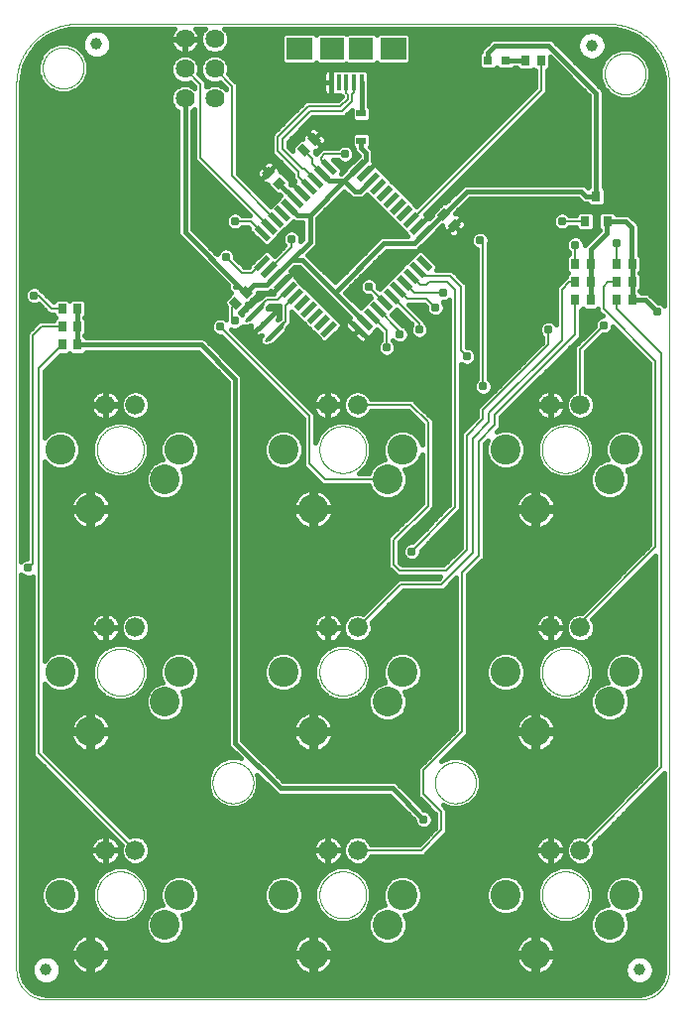
<source format=gtl>
G75*
%MOIN*%
%OFA0B0*%
%FSLAX25Y25*%
%IPPOS*%
%LPD*%
%AMOC8*
5,1,8,0,0,1.08239X$1,22.5*
%
%ADD10C,0.00000*%
%ADD11R,0.05906X0.01969*%
%ADD12R,0.01969X0.05906*%
%ADD13C,0.06400*%
%ADD14R,0.02756X0.03543*%
%ADD15C,0.01772*%
%ADD16C,0.01000*%
%ADD17R,0.01575X0.05512*%
%ADD18R,0.07874X0.07480*%
%ADD19R,0.08661X0.07480*%
%ADD20R,0.03268X0.02480*%
%ADD21R,0.03150X0.03543*%
%ADD22C,0.10000*%
%ADD23C,0.10124*%
%ADD24C,0.06600*%
%ADD25R,0.03150X0.03150*%
%ADD26C,0.03937*%
%ADD27C,0.01600*%
%ADD28C,0.03100*%
%ADD29C,0.00800*%
%ADD30C,0.00700*%
D10*
X0001800Y0014000D02*
X0001800Y0311756D01*
X0010658Y0316992D02*
X0010660Y0317161D01*
X0010666Y0317330D01*
X0010677Y0317499D01*
X0010691Y0317667D01*
X0010710Y0317835D01*
X0010733Y0318003D01*
X0010759Y0318170D01*
X0010790Y0318336D01*
X0010825Y0318502D01*
X0010864Y0318666D01*
X0010908Y0318830D01*
X0010955Y0318992D01*
X0011006Y0319153D01*
X0011061Y0319313D01*
X0011120Y0319472D01*
X0011182Y0319629D01*
X0011249Y0319784D01*
X0011320Y0319938D01*
X0011394Y0320090D01*
X0011472Y0320240D01*
X0011553Y0320388D01*
X0011638Y0320534D01*
X0011727Y0320678D01*
X0011819Y0320820D01*
X0011915Y0320959D01*
X0012014Y0321096D01*
X0012116Y0321231D01*
X0012222Y0321363D01*
X0012331Y0321492D01*
X0012443Y0321619D01*
X0012558Y0321743D01*
X0012676Y0321864D01*
X0012797Y0321982D01*
X0012921Y0322097D01*
X0013048Y0322209D01*
X0013177Y0322318D01*
X0013309Y0322424D01*
X0013444Y0322526D01*
X0013581Y0322625D01*
X0013720Y0322721D01*
X0013862Y0322813D01*
X0014006Y0322902D01*
X0014152Y0322987D01*
X0014300Y0323068D01*
X0014450Y0323146D01*
X0014602Y0323220D01*
X0014756Y0323291D01*
X0014911Y0323358D01*
X0015068Y0323420D01*
X0015227Y0323479D01*
X0015387Y0323534D01*
X0015548Y0323585D01*
X0015710Y0323632D01*
X0015874Y0323676D01*
X0016038Y0323715D01*
X0016204Y0323750D01*
X0016370Y0323781D01*
X0016537Y0323807D01*
X0016705Y0323830D01*
X0016873Y0323849D01*
X0017041Y0323863D01*
X0017210Y0323874D01*
X0017379Y0323880D01*
X0017548Y0323882D01*
X0017717Y0323880D01*
X0017886Y0323874D01*
X0018055Y0323863D01*
X0018223Y0323849D01*
X0018391Y0323830D01*
X0018559Y0323807D01*
X0018726Y0323781D01*
X0018892Y0323750D01*
X0019058Y0323715D01*
X0019222Y0323676D01*
X0019386Y0323632D01*
X0019548Y0323585D01*
X0019709Y0323534D01*
X0019869Y0323479D01*
X0020028Y0323420D01*
X0020185Y0323358D01*
X0020340Y0323291D01*
X0020494Y0323220D01*
X0020646Y0323146D01*
X0020796Y0323068D01*
X0020944Y0322987D01*
X0021090Y0322902D01*
X0021234Y0322813D01*
X0021376Y0322721D01*
X0021515Y0322625D01*
X0021652Y0322526D01*
X0021787Y0322424D01*
X0021919Y0322318D01*
X0022048Y0322209D01*
X0022175Y0322097D01*
X0022299Y0321982D01*
X0022420Y0321864D01*
X0022538Y0321743D01*
X0022653Y0321619D01*
X0022765Y0321492D01*
X0022874Y0321363D01*
X0022980Y0321231D01*
X0023082Y0321096D01*
X0023181Y0320959D01*
X0023277Y0320820D01*
X0023369Y0320678D01*
X0023458Y0320534D01*
X0023543Y0320388D01*
X0023624Y0320240D01*
X0023702Y0320090D01*
X0023776Y0319938D01*
X0023847Y0319784D01*
X0023914Y0319629D01*
X0023976Y0319472D01*
X0024035Y0319313D01*
X0024090Y0319153D01*
X0024141Y0318992D01*
X0024188Y0318830D01*
X0024232Y0318666D01*
X0024271Y0318502D01*
X0024306Y0318336D01*
X0024337Y0318170D01*
X0024363Y0318003D01*
X0024386Y0317835D01*
X0024405Y0317667D01*
X0024419Y0317499D01*
X0024430Y0317330D01*
X0024436Y0317161D01*
X0024438Y0316992D01*
X0024436Y0316823D01*
X0024430Y0316654D01*
X0024419Y0316485D01*
X0024405Y0316317D01*
X0024386Y0316149D01*
X0024363Y0315981D01*
X0024337Y0315814D01*
X0024306Y0315648D01*
X0024271Y0315482D01*
X0024232Y0315318D01*
X0024188Y0315154D01*
X0024141Y0314992D01*
X0024090Y0314831D01*
X0024035Y0314671D01*
X0023976Y0314512D01*
X0023914Y0314355D01*
X0023847Y0314200D01*
X0023776Y0314046D01*
X0023702Y0313894D01*
X0023624Y0313744D01*
X0023543Y0313596D01*
X0023458Y0313450D01*
X0023369Y0313306D01*
X0023277Y0313164D01*
X0023181Y0313025D01*
X0023082Y0312888D01*
X0022980Y0312753D01*
X0022874Y0312621D01*
X0022765Y0312492D01*
X0022653Y0312365D01*
X0022538Y0312241D01*
X0022420Y0312120D01*
X0022299Y0312002D01*
X0022175Y0311887D01*
X0022048Y0311775D01*
X0021919Y0311666D01*
X0021787Y0311560D01*
X0021652Y0311458D01*
X0021515Y0311359D01*
X0021376Y0311263D01*
X0021234Y0311171D01*
X0021090Y0311082D01*
X0020944Y0310997D01*
X0020796Y0310916D01*
X0020646Y0310838D01*
X0020494Y0310764D01*
X0020340Y0310693D01*
X0020185Y0310626D01*
X0020028Y0310564D01*
X0019869Y0310505D01*
X0019709Y0310450D01*
X0019548Y0310399D01*
X0019386Y0310352D01*
X0019222Y0310308D01*
X0019058Y0310269D01*
X0018892Y0310234D01*
X0018726Y0310203D01*
X0018559Y0310177D01*
X0018391Y0310154D01*
X0018223Y0310135D01*
X0018055Y0310121D01*
X0017886Y0310110D01*
X0017717Y0310104D01*
X0017548Y0310102D01*
X0017379Y0310104D01*
X0017210Y0310110D01*
X0017041Y0310121D01*
X0016873Y0310135D01*
X0016705Y0310154D01*
X0016537Y0310177D01*
X0016370Y0310203D01*
X0016204Y0310234D01*
X0016038Y0310269D01*
X0015874Y0310308D01*
X0015710Y0310352D01*
X0015548Y0310399D01*
X0015387Y0310450D01*
X0015227Y0310505D01*
X0015068Y0310564D01*
X0014911Y0310626D01*
X0014756Y0310693D01*
X0014602Y0310764D01*
X0014450Y0310838D01*
X0014300Y0310916D01*
X0014152Y0310997D01*
X0014006Y0311082D01*
X0013862Y0311171D01*
X0013720Y0311263D01*
X0013581Y0311359D01*
X0013444Y0311458D01*
X0013309Y0311560D01*
X0013177Y0311666D01*
X0013048Y0311775D01*
X0012921Y0311887D01*
X0012797Y0312002D01*
X0012676Y0312120D01*
X0012558Y0312241D01*
X0012443Y0312365D01*
X0012331Y0312492D01*
X0012222Y0312621D01*
X0012116Y0312753D01*
X0012014Y0312888D01*
X0011915Y0313025D01*
X0011819Y0313164D01*
X0011727Y0313306D01*
X0011638Y0313450D01*
X0011553Y0313596D01*
X0011472Y0313744D01*
X0011394Y0313894D01*
X0011320Y0314046D01*
X0011249Y0314200D01*
X0011182Y0314355D01*
X0011120Y0314512D01*
X0011061Y0314671D01*
X0011006Y0314831D01*
X0010955Y0314992D01*
X0010908Y0315154D01*
X0010864Y0315318D01*
X0010825Y0315482D01*
X0010790Y0315648D01*
X0010759Y0315814D01*
X0010733Y0315981D01*
X0010710Y0316149D01*
X0010691Y0316317D01*
X0010677Y0316485D01*
X0010666Y0316654D01*
X0010660Y0316823D01*
X0010658Y0316992D01*
X0001800Y0311756D02*
X0001806Y0312239D01*
X0001823Y0312722D01*
X0001853Y0313205D01*
X0001893Y0313686D01*
X0001946Y0314167D01*
X0002010Y0314646D01*
X0002085Y0315123D01*
X0002173Y0315599D01*
X0002271Y0316072D01*
X0002381Y0316542D01*
X0002502Y0317010D01*
X0002635Y0317475D01*
X0002779Y0317936D01*
X0002934Y0318394D01*
X0003100Y0318848D01*
X0003277Y0319298D01*
X0003464Y0319743D01*
X0003663Y0320184D01*
X0003871Y0320620D01*
X0004091Y0321050D01*
X0004321Y0321476D01*
X0004561Y0321895D01*
X0004811Y0322309D01*
X0005071Y0322716D01*
X0005340Y0323117D01*
X0005620Y0323512D01*
X0005908Y0323899D01*
X0006207Y0324280D01*
X0006514Y0324653D01*
X0006830Y0325018D01*
X0007155Y0325376D01*
X0007488Y0325726D01*
X0007830Y0326068D01*
X0008180Y0326401D01*
X0008538Y0326726D01*
X0008903Y0327042D01*
X0009276Y0327349D01*
X0009657Y0327648D01*
X0010044Y0327936D01*
X0010439Y0328216D01*
X0010840Y0328485D01*
X0011247Y0328745D01*
X0011661Y0328995D01*
X0012080Y0329235D01*
X0012506Y0329465D01*
X0012936Y0329685D01*
X0013372Y0329893D01*
X0013813Y0330092D01*
X0014258Y0330279D01*
X0014708Y0330456D01*
X0015162Y0330622D01*
X0015620Y0330777D01*
X0016081Y0330921D01*
X0016546Y0331054D01*
X0017014Y0331175D01*
X0017484Y0331285D01*
X0017957Y0331383D01*
X0018433Y0331471D01*
X0018910Y0331546D01*
X0019389Y0331610D01*
X0019870Y0331663D01*
X0020351Y0331703D01*
X0020834Y0331733D01*
X0021317Y0331750D01*
X0021800Y0331756D01*
X0201288Y0331756D01*
X0199634Y0315024D02*
X0199636Y0315193D01*
X0199642Y0315362D01*
X0199653Y0315531D01*
X0199667Y0315699D01*
X0199686Y0315867D01*
X0199709Y0316035D01*
X0199735Y0316202D01*
X0199766Y0316368D01*
X0199801Y0316534D01*
X0199840Y0316698D01*
X0199884Y0316862D01*
X0199931Y0317024D01*
X0199982Y0317185D01*
X0200037Y0317345D01*
X0200096Y0317504D01*
X0200158Y0317661D01*
X0200225Y0317816D01*
X0200296Y0317970D01*
X0200370Y0318122D01*
X0200448Y0318272D01*
X0200529Y0318420D01*
X0200614Y0318566D01*
X0200703Y0318710D01*
X0200795Y0318852D01*
X0200891Y0318991D01*
X0200990Y0319128D01*
X0201092Y0319263D01*
X0201198Y0319395D01*
X0201307Y0319524D01*
X0201419Y0319651D01*
X0201534Y0319775D01*
X0201652Y0319896D01*
X0201773Y0320014D01*
X0201897Y0320129D01*
X0202024Y0320241D01*
X0202153Y0320350D01*
X0202285Y0320456D01*
X0202420Y0320558D01*
X0202557Y0320657D01*
X0202696Y0320753D01*
X0202838Y0320845D01*
X0202982Y0320934D01*
X0203128Y0321019D01*
X0203276Y0321100D01*
X0203426Y0321178D01*
X0203578Y0321252D01*
X0203732Y0321323D01*
X0203887Y0321390D01*
X0204044Y0321452D01*
X0204203Y0321511D01*
X0204363Y0321566D01*
X0204524Y0321617D01*
X0204686Y0321664D01*
X0204850Y0321708D01*
X0205014Y0321747D01*
X0205180Y0321782D01*
X0205346Y0321813D01*
X0205513Y0321839D01*
X0205681Y0321862D01*
X0205849Y0321881D01*
X0206017Y0321895D01*
X0206186Y0321906D01*
X0206355Y0321912D01*
X0206524Y0321914D01*
X0206693Y0321912D01*
X0206862Y0321906D01*
X0207031Y0321895D01*
X0207199Y0321881D01*
X0207367Y0321862D01*
X0207535Y0321839D01*
X0207702Y0321813D01*
X0207868Y0321782D01*
X0208034Y0321747D01*
X0208198Y0321708D01*
X0208362Y0321664D01*
X0208524Y0321617D01*
X0208685Y0321566D01*
X0208845Y0321511D01*
X0209004Y0321452D01*
X0209161Y0321390D01*
X0209316Y0321323D01*
X0209470Y0321252D01*
X0209622Y0321178D01*
X0209772Y0321100D01*
X0209920Y0321019D01*
X0210066Y0320934D01*
X0210210Y0320845D01*
X0210352Y0320753D01*
X0210491Y0320657D01*
X0210628Y0320558D01*
X0210763Y0320456D01*
X0210895Y0320350D01*
X0211024Y0320241D01*
X0211151Y0320129D01*
X0211275Y0320014D01*
X0211396Y0319896D01*
X0211514Y0319775D01*
X0211629Y0319651D01*
X0211741Y0319524D01*
X0211850Y0319395D01*
X0211956Y0319263D01*
X0212058Y0319128D01*
X0212157Y0318991D01*
X0212253Y0318852D01*
X0212345Y0318710D01*
X0212434Y0318566D01*
X0212519Y0318420D01*
X0212600Y0318272D01*
X0212678Y0318122D01*
X0212752Y0317970D01*
X0212823Y0317816D01*
X0212890Y0317661D01*
X0212952Y0317504D01*
X0213011Y0317345D01*
X0213066Y0317185D01*
X0213117Y0317024D01*
X0213164Y0316862D01*
X0213208Y0316698D01*
X0213247Y0316534D01*
X0213282Y0316368D01*
X0213313Y0316202D01*
X0213339Y0316035D01*
X0213362Y0315867D01*
X0213381Y0315699D01*
X0213395Y0315531D01*
X0213406Y0315362D01*
X0213412Y0315193D01*
X0213414Y0315024D01*
X0213412Y0314855D01*
X0213406Y0314686D01*
X0213395Y0314517D01*
X0213381Y0314349D01*
X0213362Y0314181D01*
X0213339Y0314013D01*
X0213313Y0313846D01*
X0213282Y0313680D01*
X0213247Y0313514D01*
X0213208Y0313350D01*
X0213164Y0313186D01*
X0213117Y0313024D01*
X0213066Y0312863D01*
X0213011Y0312703D01*
X0212952Y0312544D01*
X0212890Y0312387D01*
X0212823Y0312232D01*
X0212752Y0312078D01*
X0212678Y0311926D01*
X0212600Y0311776D01*
X0212519Y0311628D01*
X0212434Y0311482D01*
X0212345Y0311338D01*
X0212253Y0311196D01*
X0212157Y0311057D01*
X0212058Y0310920D01*
X0211956Y0310785D01*
X0211850Y0310653D01*
X0211741Y0310524D01*
X0211629Y0310397D01*
X0211514Y0310273D01*
X0211396Y0310152D01*
X0211275Y0310034D01*
X0211151Y0309919D01*
X0211024Y0309807D01*
X0210895Y0309698D01*
X0210763Y0309592D01*
X0210628Y0309490D01*
X0210491Y0309391D01*
X0210352Y0309295D01*
X0210210Y0309203D01*
X0210066Y0309114D01*
X0209920Y0309029D01*
X0209772Y0308948D01*
X0209622Y0308870D01*
X0209470Y0308796D01*
X0209316Y0308725D01*
X0209161Y0308658D01*
X0209004Y0308596D01*
X0208845Y0308537D01*
X0208685Y0308482D01*
X0208524Y0308431D01*
X0208362Y0308384D01*
X0208198Y0308340D01*
X0208034Y0308301D01*
X0207868Y0308266D01*
X0207702Y0308235D01*
X0207535Y0308209D01*
X0207367Y0308186D01*
X0207199Y0308167D01*
X0207031Y0308153D01*
X0206862Y0308142D01*
X0206693Y0308136D01*
X0206524Y0308134D01*
X0206355Y0308136D01*
X0206186Y0308142D01*
X0206017Y0308153D01*
X0205849Y0308167D01*
X0205681Y0308186D01*
X0205513Y0308209D01*
X0205346Y0308235D01*
X0205180Y0308266D01*
X0205014Y0308301D01*
X0204850Y0308340D01*
X0204686Y0308384D01*
X0204524Y0308431D01*
X0204363Y0308482D01*
X0204203Y0308537D01*
X0204044Y0308596D01*
X0203887Y0308658D01*
X0203732Y0308725D01*
X0203578Y0308796D01*
X0203426Y0308870D01*
X0203276Y0308948D01*
X0203128Y0309029D01*
X0202982Y0309114D01*
X0202838Y0309203D01*
X0202696Y0309295D01*
X0202557Y0309391D01*
X0202420Y0309490D01*
X0202285Y0309592D01*
X0202153Y0309698D01*
X0202024Y0309807D01*
X0201897Y0309919D01*
X0201773Y0310034D01*
X0201652Y0310152D01*
X0201534Y0310273D01*
X0201419Y0310397D01*
X0201307Y0310524D01*
X0201198Y0310653D01*
X0201092Y0310785D01*
X0200990Y0310920D01*
X0200891Y0311057D01*
X0200795Y0311196D01*
X0200703Y0311338D01*
X0200614Y0311482D01*
X0200529Y0311628D01*
X0200448Y0311776D01*
X0200370Y0311926D01*
X0200296Y0312078D01*
X0200225Y0312232D01*
X0200158Y0312387D01*
X0200096Y0312544D01*
X0200037Y0312703D01*
X0199982Y0312863D01*
X0199931Y0313024D01*
X0199884Y0313186D01*
X0199840Y0313350D01*
X0199801Y0313514D01*
X0199766Y0313680D01*
X0199735Y0313846D01*
X0199709Y0314013D01*
X0199686Y0314181D01*
X0199667Y0314349D01*
X0199653Y0314517D01*
X0199642Y0314686D01*
X0199636Y0314855D01*
X0199634Y0315024D01*
X0201288Y0331756D02*
X0201771Y0331750D01*
X0202254Y0331733D01*
X0202737Y0331703D01*
X0203218Y0331663D01*
X0203699Y0331610D01*
X0204178Y0331546D01*
X0204655Y0331471D01*
X0205131Y0331383D01*
X0205604Y0331285D01*
X0206074Y0331175D01*
X0206542Y0331054D01*
X0207007Y0330921D01*
X0207468Y0330777D01*
X0207926Y0330622D01*
X0208380Y0330456D01*
X0208830Y0330279D01*
X0209275Y0330092D01*
X0209716Y0329893D01*
X0210152Y0329685D01*
X0210582Y0329465D01*
X0211008Y0329235D01*
X0211427Y0328995D01*
X0211841Y0328745D01*
X0212248Y0328485D01*
X0212649Y0328216D01*
X0213044Y0327936D01*
X0213431Y0327648D01*
X0213812Y0327349D01*
X0214185Y0327042D01*
X0214550Y0326726D01*
X0214908Y0326401D01*
X0215258Y0326068D01*
X0215600Y0325726D01*
X0215933Y0325376D01*
X0216258Y0325018D01*
X0216574Y0324653D01*
X0216881Y0324280D01*
X0217180Y0323899D01*
X0217468Y0323512D01*
X0217748Y0323117D01*
X0218017Y0322716D01*
X0218277Y0322309D01*
X0218527Y0321895D01*
X0218767Y0321476D01*
X0218997Y0321050D01*
X0219217Y0320620D01*
X0219425Y0320184D01*
X0219624Y0319743D01*
X0219811Y0319298D01*
X0219988Y0318848D01*
X0220154Y0318394D01*
X0220309Y0317936D01*
X0220453Y0317475D01*
X0220586Y0317010D01*
X0220707Y0316542D01*
X0220817Y0316072D01*
X0220915Y0315599D01*
X0221003Y0315123D01*
X0221078Y0314646D01*
X0221142Y0314167D01*
X0221195Y0313686D01*
X0221235Y0313205D01*
X0221265Y0312722D01*
X0221282Y0312239D01*
X0221288Y0311756D01*
X0221288Y0014000D01*
X0221285Y0013758D01*
X0221276Y0013517D01*
X0221262Y0013276D01*
X0221241Y0013035D01*
X0221215Y0012795D01*
X0221183Y0012555D01*
X0221145Y0012316D01*
X0221102Y0012079D01*
X0221052Y0011842D01*
X0220997Y0011607D01*
X0220937Y0011373D01*
X0220870Y0011141D01*
X0220799Y0010910D01*
X0220721Y0010681D01*
X0220638Y0010454D01*
X0220550Y0010229D01*
X0220456Y0010006D01*
X0220357Y0009786D01*
X0220252Y0009568D01*
X0220143Y0009353D01*
X0220028Y0009140D01*
X0219908Y0008930D01*
X0219783Y0008724D01*
X0219653Y0008520D01*
X0219518Y0008319D01*
X0219378Y0008122D01*
X0219234Y0007928D01*
X0219085Y0007738D01*
X0218931Y0007552D01*
X0218773Y0007369D01*
X0218611Y0007190D01*
X0218444Y0007015D01*
X0218273Y0006844D01*
X0218098Y0006677D01*
X0217919Y0006515D01*
X0217736Y0006357D01*
X0217550Y0006203D01*
X0217360Y0006054D01*
X0217166Y0005910D01*
X0216969Y0005770D01*
X0216768Y0005635D01*
X0216564Y0005505D01*
X0216358Y0005380D01*
X0216148Y0005260D01*
X0215935Y0005145D01*
X0215720Y0005036D01*
X0215502Y0004931D01*
X0215282Y0004832D01*
X0215059Y0004738D01*
X0214834Y0004650D01*
X0214607Y0004567D01*
X0214378Y0004489D01*
X0214147Y0004418D01*
X0213915Y0004351D01*
X0213681Y0004291D01*
X0213446Y0004236D01*
X0213209Y0004186D01*
X0212972Y0004143D01*
X0212733Y0004105D01*
X0212493Y0004073D01*
X0212253Y0004047D01*
X0212012Y0004026D01*
X0211771Y0004012D01*
X0211530Y0004003D01*
X0211288Y0004000D01*
X0011800Y0004000D01*
X0011558Y0004003D01*
X0011317Y0004012D01*
X0011076Y0004026D01*
X0010835Y0004047D01*
X0010595Y0004073D01*
X0010355Y0004105D01*
X0010116Y0004143D01*
X0009879Y0004186D01*
X0009642Y0004236D01*
X0009407Y0004291D01*
X0009173Y0004351D01*
X0008941Y0004418D01*
X0008710Y0004489D01*
X0008481Y0004567D01*
X0008254Y0004650D01*
X0008029Y0004738D01*
X0007806Y0004832D01*
X0007586Y0004931D01*
X0007368Y0005036D01*
X0007153Y0005145D01*
X0006940Y0005260D01*
X0006730Y0005380D01*
X0006524Y0005505D01*
X0006320Y0005635D01*
X0006119Y0005770D01*
X0005922Y0005910D01*
X0005728Y0006054D01*
X0005538Y0006203D01*
X0005352Y0006357D01*
X0005169Y0006515D01*
X0004990Y0006677D01*
X0004815Y0006844D01*
X0004644Y0007015D01*
X0004477Y0007190D01*
X0004315Y0007369D01*
X0004157Y0007552D01*
X0004003Y0007738D01*
X0003854Y0007928D01*
X0003710Y0008122D01*
X0003570Y0008319D01*
X0003435Y0008520D01*
X0003305Y0008724D01*
X0003180Y0008930D01*
X0003060Y0009140D01*
X0002945Y0009353D01*
X0002836Y0009568D01*
X0002731Y0009786D01*
X0002632Y0010006D01*
X0002538Y0010229D01*
X0002450Y0010454D01*
X0002367Y0010681D01*
X0002289Y0010910D01*
X0002218Y0011141D01*
X0002151Y0011373D01*
X0002091Y0011607D01*
X0002036Y0011842D01*
X0001986Y0012079D01*
X0001943Y0012316D01*
X0001905Y0012555D01*
X0001873Y0012795D01*
X0001847Y0013035D01*
X0001826Y0013276D01*
X0001812Y0013517D01*
X0001803Y0013758D01*
X0001800Y0014000D01*
X0028901Y0039193D02*
X0028903Y0039386D01*
X0028910Y0039579D01*
X0028922Y0039772D01*
X0028939Y0039965D01*
X0028960Y0040157D01*
X0028986Y0040349D01*
X0029017Y0040539D01*
X0029052Y0040729D01*
X0029092Y0040918D01*
X0029137Y0041106D01*
X0029186Y0041293D01*
X0029240Y0041479D01*
X0029298Y0041663D01*
X0029361Y0041846D01*
X0029429Y0042027D01*
X0029500Y0042207D01*
X0029577Y0042384D01*
X0029657Y0042560D01*
X0029742Y0042734D01*
X0029831Y0042905D01*
X0029924Y0043075D01*
X0030021Y0043242D01*
X0030123Y0043406D01*
X0030228Y0043568D01*
X0030338Y0043727D01*
X0030451Y0043884D01*
X0030568Y0044038D01*
X0030689Y0044189D01*
X0030813Y0044337D01*
X0030941Y0044482D01*
X0031073Y0044623D01*
X0031208Y0044761D01*
X0031346Y0044896D01*
X0031487Y0045028D01*
X0031632Y0045156D01*
X0031780Y0045280D01*
X0031931Y0045401D01*
X0032085Y0045518D01*
X0032242Y0045631D01*
X0032401Y0045741D01*
X0032563Y0045846D01*
X0032727Y0045948D01*
X0032894Y0046045D01*
X0033064Y0046138D01*
X0033235Y0046227D01*
X0033409Y0046312D01*
X0033585Y0046392D01*
X0033762Y0046469D01*
X0033942Y0046540D01*
X0034123Y0046608D01*
X0034306Y0046671D01*
X0034490Y0046729D01*
X0034676Y0046783D01*
X0034863Y0046832D01*
X0035051Y0046877D01*
X0035240Y0046917D01*
X0035430Y0046952D01*
X0035620Y0046983D01*
X0035812Y0047009D01*
X0036004Y0047030D01*
X0036197Y0047047D01*
X0036390Y0047059D01*
X0036583Y0047066D01*
X0036776Y0047068D01*
X0036969Y0047066D01*
X0037162Y0047059D01*
X0037355Y0047047D01*
X0037548Y0047030D01*
X0037740Y0047009D01*
X0037932Y0046983D01*
X0038122Y0046952D01*
X0038312Y0046917D01*
X0038501Y0046877D01*
X0038689Y0046832D01*
X0038876Y0046783D01*
X0039062Y0046729D01*
X0039246Y0046671D01*
X0039429Y0046608D01*
X0039610Y0046540D01*
X0039790Y0046469D01*
X0039967Y0046392D01*
X0040143Y0046312D01*
X0040317Y0046227D01*
X0040488Y0046138D01*
X0040658Y0046045D01*
X0040825Y0045948D01*
X0040989Y0045846D01*
X0041151Y0045741D01*
X0041310Y0045631D01*
X0041467Y0045518D01*
X0041621Y0045401D01*
X0041772Y0045280D01*
X0041920Y0045156D01*
X0042065Y0045028D01*
X0042206Y0044896D01*
X0042344Y0044761D01*
X0042479Y0044623D01*
X0042611Y0044482D01*
X0042739Y0044337D01*
X0042863Y0044189D01*
X0042984Y0044038D01*
X0043101Y0043884D01*
X0043214Y0043727D01*
X0043324Y0043568D01*
X0043429Y0043406D01*
X0043531Y0043242D01*
X0043628Y0043075D01*
X0043721Y0042905D01*
X0043810Y0042734D01*
X0043895Y0042560D01*
X0043975Y0042384D01*
X0044052Y0042207D01*
X0044123Y0042027D01*
X0044191Y0041846D01*
X0044254Y0041663D01*
X0044312Y0041479D01*
X0044366Y0041293D01*
X0044415Y0041106D01*
X0044460Y0040918D01*
X0044500Y0040729D01*
X0044535Y0040539D01*
X0044566Y0040349D01*
X0044592Y0040157D01*
X0044613Y0039965D01*
X0044630Y0039772D01*
X0044642Y0039579D01*
X0044649Y0039386D01*
X0044651Y0039193D01*
X0044649Y0039000D01*
X0044642Y0038807D01*
X0044630Y0038614D01*
X0044613Y0038421D01*
X0044592Y0038229D01*
X0044566Y0038037D01*
X0044535Y0037847D01*
X0044500Y0037657D01*
X0044460Y0037468D01*
X0044415Y0037280D01*
X0044366Y0037093D01*
X0044312Y0036907D01*
X0044254Y0036723D01*
X0044191Y0036540D01*
X0044123Y0036359D01*
X0044052Y0036179D01*
X0043975Y0036002D01*
X0043895Y0035826D01*
X0043810Y0035652D01*
X0043721Y0035481D01*
X0043628Y0035311D01*
X0043531Y0035144D01*
X0043429Y0034980D01*
X0043324Y0034818D01*
X0043214Y0034659D01*
X0043101Y0034502D01*
X0042984Y0034348D01*
X0042863Y0034197D01*
X0042739Y0034049D01*
X0042611Y0033904D01*
X0042479Y0033763D01*
X0042344Y0033625D01*
X0042206Y0033490D01*
X0042065Y0033358D01*
X0041920Y0033230D01*
X0041772Y0033106D01*
X0041621Y0032985D01*
X0041467Y0032868D01*
X0041310Y0032755D01*
X0041151Y0032645D01*
X0040989Y0032540D01*
X0040825Y0032438D01*
X0040658Y0032341D01*
X0040488Y0032248D01*
X0040317Y0032159D01*
X0040143Y0032074D01*
X0039967Y0031994D01*
X0039790Y0031917D01*
X0039610Y0031846D01*
X0039429Y0031778D01*
X0039246Y0031715D01*
X0039062Y0031657D01*
X0038876Y0031603D01*
X0038689Y0031554D01*
X0038501Y0031509D01*
X0038312Y0031469D01*
X0038122Y0031434D01*
X0037932Y0031403D01*
X0037740Y0031377D01*
X0037548Y0031356D01*
X0037355Y0031339D01*
X0037162Y0031327D01*
X0036969Y0031320D01*
X0036776Y0031318D01*
X0036583Y0031320D01*
X0036390Y0031327D01*
X0036197Y0031339D01*
X0036004Y0031356D01*
X0035812Y0031377D01*
X0035620Y0031403D01*
X0035430Y0031434D01*
X0035240Y0031469D01*
X0035051Y0031509D01*
X0034863Y0031554D01*
X0034676Y0031603D01*
X0034490Y0031657D01*
X0034306Y0031715D01*
X0034123Y0031778D01*
X0033942Y0031846D01*
X0033762Y0031917D01*
X0033585Y0031994D01*
X0033409Y0032074D01*
X0033235Y0032159D01*
X0033064Y0032248D01*
X0032894Y0032341D01*
X0032727Y0032438D01*
X0032563Y0032540D01*
X0032401Y0032645D01*
X0032242Y0032755D01*
X0032085Y0032868D01*
X0031931Y0032985D01*
X0031780Y0033106D01*
X0031632Y0033230D01*
X0031487Y0033358D01*
X0031346Y0033490D01*
X0031208Y0033625D01*
X0031073Y0033763D01*
X0030941Y0033904D01*
X0030813Y0034049D01*
X0030689Y0034197D01*
X0030568Y0034348D01*
X0030451Y0034502D01*
X0030338Y0034659D01*
X0030228Y0034818D01*
X0030123Y0034980D01*
X0030021Y0035144D01*
X0029924Y0035311D01*
X0029831Y0035481D01*
X0029742Y0035652D01*
X0029657Y0035826D01*
X0029577Y0036002D01*
X0029500Y0036179D01*
X0029429Y0036359D01*
X0029361Y0036540D01*
X0029298Y0036723D01*
X0029240Y0036907D01*
X0029186Y0037093D01*
X0029137Y0037280D01*
X0029092Y0037468D01*
X0029052Y0037657D01*
X0029017Y0037847D01*
X0028986Y0038037D01*
X0028960Y0038229D01*
X0028939Y0038421D01*
X0028922Y0038614D01*
X0028910Y0038807D01*
X0028903Y0039000D01*
X0028901Y0039193D01*
X0067745Y0076835D02*
X0067747Y0077004D01*
X0067753Y0077173D01*
X0067764Y0077342D01*
X0067778Y0077510D01*
X0067797Y0077678D01*
X0067820Y0077846D01*
X0067846Y0078013D01*
X0067877Y0078179D01*
X0067912Y0078345D01*
X0067951Y0078509D01*
X0067995Y0078673D01*
X0068042Y0078835D01*
X0068093Y0078996D01*
X0068148Y0079156D01*
X0068207Y0079315D01*
X0068269Y0079472D01*
X0068336Y0079627D01*
X0068407Y0079781D01*
X0068481Y0079933D01*
X0068559Y0080083D01*
X0068640Y0080231D01*
X0068725Y0080377D01*
X0068814Y0080521D01*
X0068906Y0080663D01*
X0069002Y0080802D01*
X0069101Y0080939D01*
X0069203Y0081074D01*
X0069309Y0081206D01*
X0069418Y0081335D01*
X0069530Y0081462D01*
X0069645Y0081586D01*
X0069763Y0081707D01*
X0069884Y0081825D01*
X0070008Y0081940D01*
X0070135Y0082052D01*
X0070264Y0082161D01*
X0070396Y0082267D01*
X0070531Y0082369D01*
X0070668Y0082468D01*
X0070807Y0082564D01*
X0070949Y0082656D01*
X0071093Y0082745D01*
X0071239Y0082830D01*
X0071387Y0082911D01*
X0071537Y0082989D01*
X0071689Y0083063D01*
X0071843Y0083134D01*
X0071998Y0083201D01*
X0072155Y0083263D01*
X0072314Y0083322D01*
X0072474Y0083377D01*
X0072635Y0083428D01*
X0072797Y0083475D01*
X0072961Y0083519D01*
X0073125Y0083558D01*
X0073291Y0083593D01*
X0073457Y0083624D01*
X0073624Y0083650D01*
X0073792Y0083673D01*
X0073960Y0083692D01*
X0074128Y0083706D01*
X0074297Y0083717D01*
X0074466Y0083723D01*
X0074635Y0083725D01*
X0074804Y0083723D01*
X0074973Y0083717D01*
X0075142Y0083706D01*
X0075310Y0083692D01*
X0075478Y0083673D01*
X0075646Y0083650D01*
X0075813Y0083624D01*
X0075979Y0083593D01*
X0076145Y0083558D01*
X0076309Y0083519D01*
X0076473Y0083475D01*
X0076635Y0083428D01*
X0076796Y0083377D01*
X0076956Y0083322D01*
X0077115Y0083263D01*
X0077272Y0083201D01*
X0077427Y0083134D01*
X0077581Y0083063D01*
X0077733Y0082989D01*
X0077883Y0082911D01*
X0078031Y0082830D01*
X0078177Y0082745D01*
X0078321Y0082656D01*
X0078463Y0082564D01*
X0078602Y0082468D01*
X0078739Y0082369D01*
X0078874Y0082267D01*
X0079006Y0082161D01*
X0079135Y0082052D01*
X0079262Y0081940D01*
X0079386Y0081825D01*
X0079507Y0081707D01*
X0079625Y0081586D01*
X0079740Y0081462D01*
X0079852Y0081335D01*
X0079961Y0081206D01*
X0080067Y0081074D01*
X0080169Y0080939D01*
X0080268Y0080802D01*
X0080364Y0080663D01*
X0080456Y0080521D01*
X0080545Y0080377D01*
X0080630Y0080231D01*
X0080711Y0080083D01*
X0080789Y0079933D01*
X0080863Y0079781D01*
X0080934Y0079627D01*
X0081001Y0079472D01*
X0081063Y0079315D01*
X0081122Y0079156D01*
X0081177Y0078996D01*
X0081228Y0078835D01*
X0081275Y0078673D01*
X0081319Y0078509D01*
X0081358Y0078345D01*
X0081393Y0078179D01*
X0081424Y0078013D01*
X0081450Y0077846D01*
X0081473Y0077678D01*
X0081492Y0077510D01*
X0081506Y0077342D01*
X0081517Y0077173D01*
X0081523Y0077004D01*
X0081525Y0076835D01*
X0081523Y0076666D01*
X0081517Y0076497D01*
X0081506Y0076328D01*
X0081492Y0076160D01*
X0081473Y0075992D01*
X0081450Y0075824D01*
X0081424Y0075657D01*
X0081393Y0075491D01*
X0081358Y0075325D01*
X0081319Y0075161D01*
X0081275Y0074997D01*
X0081228Y0074835D01*
X0081177Y0074674D01*
X0081122Y0074514D01*
X0081063Y0074355D01*
X0081001Y0074198D01*
X0080934Y0074043D01*
X0080863Y0073889D01*
X0080789Y0073737D01*
X0080711Y0073587D01*
X0080630Y0073439D01*
X0080545Y0073293D01*
X0080456Y0073149D01*
X0080364Y0073007D01*
X0080268Y0072868D01*
X0080169Y0072731D01*
X0080067Y0072596D01*
X0079961Y0072464D01*
X0079852Y0072335D01*
X0079740Y0072208D01*
X0079625Y0072084D01*
X0079507Y0071963D01*
X0079386Y0071845D01*
X0079262Y0071730D01*
X0079135Y0071618D01*
X0079006Y0071509D01*
X0078874Y0071403D01*
X0078739Y0071301D01*
X0078602Y0071202D01*
X0078463Y0071106D01*
X0078321Y0071014D01*
X0078177Y0070925D01*
X0078031Y0070840D01*
X0077883Y0070759D01*
X0077733Y0070681D01*
X0077581Y0070607D01*
X0077427Y0070536D01*
X0077272Y0070469D01*
X0077115Y0070407D01*
X0076956Y0070348D01*
X0076796Y0070293D01*
X0076635Y0070242D01*
X0076473Y0070195D01*
X0076309Y0070151D01*
X0076145Y0070112D01*
X0075979Y0070077D01*
X0075813Y0070046D01*
X0075646Y0070020D01*
X0075478Y0069997D01*
X0075310Y0069978D01*
X0075142Y0069964D01*
X0074973Y0069953D01*
X0074804Y0069947D01*
X0074635Y0069945D01*
X0074466Y0069947D01*
X0074297Y0069953D01*
X0074128Y0069964D01*
X0073960Y0069978D01*
X0073792Y0069997D01*
X0073624Y0070020D01*
X0073457Y0070046D01*
X0073291Y0070077D01*
X0073125Y0070112D01*
X0072961Y0070151D01*
X0072797Y0070195D01*
X0072635Y0070242D01*
X0072474Y0070293D01*
X0072314Y0070348D01*
X0072155Y0070407D01*
X0071998Y0070469D01*
X0071843Y0070536D01*
X0071689Y0070607D01*
X0071537Y0070681D01*
X0071387Y0070759D01*
X0071239Y0070840D01*
X0071093Y0070925D01*
X0070949Y0071014D01*
X0070807Y0071106D01*
X0070668Y0071202D01*
X0070531Y0071301D01*
X0070396Y0071403D01*
X0070264Y0071509D01*
X0070135Y0071618D01*
X0070008Y0071730D01*
X0069884Y0071845D01*
X0069763Y0071963D01*
X0069645Y0072084D01*
X0069530Y0072208D01*
X0069418Y0072335D01*
X0069309Y0072464D01*
X0069203Y0072596D01*
X0069101Y0072731D01*
X0069002Y0072868D01*
X0068906Y0073007D01*
X0068814Y0073149D01*
X0068725Y0073293D01*
X0068640Y0073439D01*
X0068559Y0073587D01*
X0068481Y0073737D01*
X0068407Y0073889D01*
X0068336Y0074043D01*
X0068269Y0074198D01*
X0068207Y0074355D01*
X0068148Y0074514D01*
X0068093Y0074674D01*
X0068042Y0074835D01*
X0067995Y0074997D01*
X0067951Y0075161D01*
X0067912Y0075325D01*
X0067877Y0075491D01*
X0067846Y0075657D01*
X0067820Y0075824D01*
X0067797Y0075992D01*
X0067778Y0076160D01*
X0067764Y0076328D01*
X0067753Y0076497D01*
X0067747Y0076666D01*
X0067745Y0076835D01*
X0028901Y0113996D02*
X0028903Y0114189D01*
X0028910Y0114382D01*
X0028922Y0114575D01*
X0028939Y0114768D01*
X0028960Y0114960D01*
X0028986Y0115152D01*
X0029017Y0115342D01*
X0029052Y0115532D01*
X0029092Y0115721D01*
X0029137Y0115909D01*
X0029186Y0116096D01*
X0029240Y0116282D01*
X0029298Y0116466D01*
X0029361Y0116649D01*
X0029429Y0116830D01*
X0029500Y0117010D01*
X0029577Y0117187D01*
X0029657Y0117363D01*
X0029742Y0117537D01*
X0029831Y0117708D01*
X0029924Y0117878D01*
X0030021Y0118045D01*
X0030123Y0118209D01*
X0030228Y0118371D01*
X0030338Y0118530D01*
X0030451Y0118687D01*
X0030568Y0118841D01*
X0030689Y0118992D01*
X0030813Y0119140D01*
X0030941Y0119285D01*
X0031073Y0119426D01*
X0031208Y0119564D01*
X0031346Y0119699D01*
X0031487Y0119831D01*
X0031632Y0119959D01*
X0031780Y0120083D01*
X0031931Y0120204D01*
X0032085Y0120321D01*
X0032242Y0120434D01*
X0032401Y0120544D01*
X0032563Y0120649D01*
X0032727Y0120751D01*
X0032894Y0120848D01*
X0033064Y0120941D01*
X0033235Y0121030D01*
X0033409Y0121115D01*
X0033585Y0121195D01*
X0033762Y0121272D01*
X0033942Y0121343D01*
X0034123Y0121411D01*
X0034306Y0121474D01*
X0034490Y0121532D01*
X0034676Y0121586D01*
X0034863Y0121635D01*
X0035051Y0121680D01*
X0035240Y0121720D01*
X0035430Y0121755D01*
X0035620Y0121786D01*
X0035812Y0121812D01*
X0036004Y0121833D01*
X0036197Y0121850D01*
X0036390Y0121862D01*
X0036583Y0121869D01*
X0036776Y0121871D01*
X0036969Y0121869D01*
X0037162Y0121862D01*
X0037355Y0121850D01*
X0037548Y0121833D01*
X0037740Y0121812D01*
X0037932Y0121786D01*
X0038122Y0121755D01*
X0038312Y0121720D01*
X0038501Y0121680D01*
X0038689Y0121635D01*
X0038876Y0121586D01*
X0039062Y0121532D01*
X0039246Y0121474D01*
X0039429Y0121411D01*
X0039610Y0121343D01*
X0039790Y0121272D01*
X0039967Y0121195D01*
X0040143Y0121115D01*
X0040317Y0121030D01*
X0040488Y0120941D01*
X0040658Y0120848D01*
X0040825Y0120751D01*
X0040989Y0120649D01*
X0041151Y0120544D01*
X0041310Y0120434D01*
X0041467Y0120321D01*
X0041621Y0120204D01*
X0041772Y0120083D01*
X0041920Y0119959D01*
X0042065Y0119831D01*
X0042206Y0119699D01*
X0042344Y0119564D01*
X0042479Y0119426D01*
X0042611Y0119285D01*
X0042739Y0119140D01*
X0042863Y0118992D01*
X0042984Y0118841D01*
X0043101Y0118687D01*
X0043214Y0118530D01*
X0043324Y0118371D01*
X0043429Y0118209D01*
X0043531Y0118045D01*
X0043628Y0117878D01*
X0043721Y0117708D01*
X0043810Y0117537D01*
X0043895Y0117363D01*
X0043975Y0117187D01*
X0044052Y0117010D01*
X0044123Y0116830D01*
X0044191Y0116649D01*
X0044254Y0116466D01*
X0044312Y0116282D01*
X0044366Y0116096D01*
X0044415Y0115909D01*
X0044460Y0115721D01*
X0044500Y0115532D01*
X0044535Y0115342D01*
X0044566Y0115152D01*
X0044592Y0114960D01*
X0044613Y0114768D01*
X0044630Y0114575D01*
X0044642Y0114382D01*
X0044649Y0114189D01*
X0044651Y0113996D01*
X0044649Y0113803D01*
X0044642Y0113610D01*
X0044630Y0113417D01*
X0044613Y0113224D01*
X0044592Y0113032D01*
X0044566Y0112840D01*
X0044535Y0112650D01*
X0044500Y0112460D01*
X0044460Y0112271D01*
X0044415Y0112083D01*
X0044366Y0111896D01*
X0044312Y0111710D01*
X0044254Y0111526D01*
X0044191Y0111343D01*
X0044123Y0111162D01*
X0044052Y0110982D01*
X0043975Y0110805D01*
X0043895Y0110629D01*
X0043810Y0110455D01*
X0043721Y0110284D01*
X0043628Y0110114D01*
X0043531Y0109947D01*
X0043429Y0109783D01*
X0043324Y0109621D01*
X0043214Y0109462D01*
X0043101Y0109305D01*
X0042984Y0109151D01*
X0042863Y0109000D01*
X0042739Y0108852D01*
X0042611Y0108707D01*
X0042479Y0108566D01*
X0042344Y0108428D01*
X0042206Y0108293D01*
X0042065Y0108161D01*
X0041920Y0108033D01*
X0041772Y0107909D01*
X0041621Y0107788D01*
X0041467Y0107671D01*
X0041310Y0107558D01*
X0041151Y0107448D01*
X0040989Y0107343D01*
X0040825Y0107241D01*
X0040658Y0107144D01*
X0040488Y0107051D01*
X0040317Y0106962D01*
X0040143Y0106877D01*
X0039967Y0106797D01*
X0039790Y0106720D01*
X0039610Y0106649D01*
X0039429Y0106581D01*
X0039246Y0106518D01*
X0039062Y0106460D01*
X0038876Y0106406D01*
X0038689Y0106357D01*
X0038501Y0106312D01*
X0038312Y0106272D01*
X0038122Y0106237D01*
X0037932Y0106206D01*
X0037740Y0106180D01*
X0037548Y0106159D01*
X0037355Y0106142D01*
X0037162Y0106130D01*
X0036969Y0106123D01*
X0036776Y0106121D01*
X0036583Y0106123D01*
X0036390Y0106130D01*
X0036197Y0106142D01*
X0036004Y0106159D01*
X0035812Y0106180D01*
X0035620Y0106206D01*
X0035430Y0106237D01*
X0035240Y0106272D01*
X0035051Y0106312D01*
X0034863Y0106357D01*
X0034676Y0106406D01*
X0034490Y0106460D01*
X0034306Y0106518D01*
X0034123Y0106581D01*
X0033942Y0106649D01*
X0033762Y0106720D01*
X0033585Y0106797D01*
X0033409Y0106877D01*
X0033235Y0106962D01*
X0033064Y0107051D01*
X0032894Y0107144D01*
X0032727Y0107241D01*
X0032563Y0107343D01*
X0032401Y0107448D01*
X0032242Y0107558D01*
X0032085Y0107671D01*
X0031931Y0107788D01*
X0031780Y0107909D01*
X0031632Y0108033D01*
X0031487Y0108161D01*
X0031346Y0108293D01*
X0031208Y0108428D01*
X0031073Y0108566D01*
X0030941Y0108707D01*
X0030813Y0108852D01*
X0030689Y0109000D01*
X0030568Y0109151D01*
X0030451Y0109305D01*
X0030338Y0109462D01*
X0030228Y0109621D01*
X0030123Y0109783D01*
X0030021Y0109947D01*
X0029924Y0110114D01*
X0029831Y0110284D01*
X0029742Y0110455D01*
X0029657Y0110629D01*
X0029577Y0110805D01*
X0029500Y0110982D01*
X0029429Y0111162D01*
X0029361Y0111343D01*
X0029298Y0111526D01*
X0029240Y0111710D01*
X0029186Y0111896D01*
X0029137Y0112083D01*
X0029092Y0112271D01*
X0029052Y0112460D01*
X0029017Y0112650D01*
X0028986Y0112840D01*
X0028960Y0113032D01*
X0028939Y0113224D01*
X0028922Y0113417D01*
X0028910Y0113610D01*
X0028903Y0113803D01*
X0028901Y0113996D01*
X0028901Y0188799D02*
X0028903Y0188992D01*
X0028910Y0189185D01*
X0028922Y0189378D01*
X0028939Y0189571D01*
X0028960Y0189763D01*
X0028986Y0189955D01*
X0029017Y0190145D01*
X0029052Y0190335D01*
X0029092Y0190524D01*
X0029137Y0190712D01*
X0029186Y0190899D01*
X0029240Y0191085D01*
X0029298Y0191269D01*
X0029361Y0191452D01*
X0029429Y0191633D01*
X0029500Y0191813D01*
X0029577Y0191990D01*
X0029657Y0192166D01*
X0029742Y0192340D01*
X0029831Y0192511D01*
X0029924Y0192681D01*
X0030021Y0192848D01*
X0030123Y0193012D01*
X0030228Y0193174D01*
X0030338Y0193333D01*
X0030451Y0193490D01*
X0030568Y0193644D01*
X0030689Y0193795D01*
X0030813Y0193943D01*
X0030941Y0194088D01*
X0031073Y0194229D01*
X0031208Y0194367D01*
X0031346Y0194502D01*
X0031487Y0194634D01*
X0031632Y0194762D01*
X0031780Y0194886D01*
X0031931Y0195007D01*
X0032085Y0195124D01*
X0032242Y0195237D01*
X0032401Y0195347D01*
X0032563Y0195452D01*
X0032727Y0195554D01*
X0032894Y0195651D01*
X0033064Y0195744D01*
X0033235Y0195833D01*
X0033409Y0195918D01*
X0033585Y0195998D01*
X0033762Y0196075D01*
X0033942Y0196146D01*
X0034123Y0196214D01*
X0034306Y0196277D01*
X0034490Y0196335D01*
X0034676Y0196389D01*
X0034863Y0196438D01*
X0035051Y0196483D01*
X0035240Y0196523D01*
X0035430Y0196558D01*
X0035620Y0196589D01*
X0035812Y0196615D01*
X0036004Y0196636D01*
X0036197Y0196653D01*
X0036390Y0196665D01*
X0036583Y0196672D01*
X0036776Y0196674D01*
X0036969Y0196672D01*
X0037162Y0196665D01*
X0037355Y0196653D01*
X0037548Y0196636D01*
X0037740Y0196615D01*
X0037932Y0196589D01*
X0038122Y0196558D01*
X0038312Y0196523D01*
X0038501Y0196483D01*
X0038689Y0196438D01*
X0038876Y0196389D01*
X0039062Y0196335D01*
X0039246Y0196277D01*
X0039429Y0196214D01*
X0039610Y0196146D01*
X0039790Y0196075D01*
X0039967Y0195998D01*
X0040143Y0195918D01*
X0040317Y0195833D01*
X0040488Y0195744D01*
X0040658Y0195651D01*
X0040825Y0195554D01*
X0040989Y0195452D01*
X0041151Y0195347D01*
X0041310Y0195237D01*
X0041467Y0195124D01*
X0041621Y0195007D01*
X0041772Y0194886D01*
X0041920Y0194762D01*
X0042065Y0194634D01*
X0042206Y0194502D01*
X0042344Y0194367D01*
X0042479Y0194229D01*
X0042611Y0194088D01*
X0042739Y0193943D01*
X0042863Y0193795D01*
X0042984Y0193644D01*
X0043101Y0193490D01*
X0043214Y0193333D01*
X0043324Y0193174D01*
X0043429Y0193012D01*
X0043531Y0192848D01*
X0043628Y0192681D01*
X0043721Y0192511D01*
X0043810Y0192340D01*
X0043895Y0192166D01*
X0043975Y0191990D01*
X0044052Y0191813D01*
X0044123Y0191633D01*
X0044191Y0191452D01*
X0044254Y0191269D01*
X0044312Y0191085D01*
X0044366Y0190899D01*
X0044415Y0190712D01*
X0044460Y0190524D01*
X0044500Y0190335D01*
X0044535Y0190145D01*
X0044566Y0189955D01*
X0044592Y0189763D01*
X0044613Y0189571D01*
X0044630Y0189378D01*
X0044642Y0189185D01*
X0044649Y0188992D01*
X0044651Y0188799D01*
X0044649Y0188606D01*
X0044642Y0188413D01*
X0044630Y0188220D01*
X0044613Y0188027D01*
X0044592Y0187835D01*
X0044566Y0187643D01*
X0044535Y0187453D01*
X0044500Y0187263D01*
X0044460Y0187074D01*
X0044415Y0186886D01*
X0044366Y0186699D01*
X0044312Y0186513D01*
X0044254Y0186329D01*
X0044191Y0186146D01*
X0044123Y0185965D01*
X0044052Y0185785D01*
X0043975Y0185608D01*
X0043895Y0185432D01*
X0043810Y0185258D01*
X0043721Y0185087D01*
X0043628Y0184917D01*
X0043531Y0184750D01*
X0043429Y0184586D01*
X0043324Y0184424D01*
X0043214Y0184265D01*
X0043101Y0184108D01*
X0042984Y0183954D01*
X0042863Y0183803D01*
X0042739Y0183655D01*
X0042611Y0183510D01*
X0042479Y0183369D01*
X0042344Y0183231D01*
X0042206Y0183096D01*
X0042065Y0182964D01*
X0041920Y0182836D01*
X0041772Y0182712D01*
X0041621Y0182591D01*
X0041467Y0182474D01*
X0041310Y0182361D01*
X0041151Y0182251D01*
X0040989Y0182146D01*
X0040825Y0182044D01*
X0040658Y0181947D01*
X0040488Y0181854D01*
X0040317Y0181765D01*
X0040143Y0181680D01*
X0039967Y0181600D01*
X0039790Y0181523D01*
X0039610Y0181452D01*
X0039429Y0181384D01*
X0039246Y0181321D01*
X0039062Y0181263D01*
X0038876Y0181209D01*
X0038689Y0181160D01*
X0038501Y0181115D01*
X0038312Y0181075D01*
X0038122Y0181040D01*
X0037932Y0181009D01*
X0037740Y0180983D01*
X0037548Y0180962D01*
X0037355Y0180945D01*
X0037162Y0180933D01*
X0036969Y0180926D01*
X0036776Y0180924D01*
X0036583Y0180926D01*
X0036390Y0180933D01*
X0036197Y0180945D01*
X0036004Y0180962D01*
X0035812Y0180983D01*
X0035620Y0181009D01*
X0035430Y0181040D01*
X0035240Y0181075D01*
X0035051Y0181115D01*
X0034863Y0181160D01*
X0034676Y0181209D01*
X0034490Y0181263D01*
X0034306Y0181321D01*
X0034123Y0181384D01*
X0033942Y0181452D01*
X0033762Y0181523D01*
X0033585Y0181600D01*
X0033409Y0181680D01*
X0033235Y0181765D01*
X0033064Y0181854D01*
X0032894Y0181947D01*
X0032727Y0182044D01*
X0032563Y0182146D01*
X0032401Y0182251D01*
X0032242Y0182361D01*
X0032085Y0182474D01*
X0031931Y0182591D01*
X0031780Y0182712D01*
X0031632Y0182836D01*
X0031487Y0182964D01*
X0031346Y0183096D01*
X0031208Y0183231D01*
X0031073Y0183369D01*
X0030941Y0183510D01*
X0030813Y0183655D01*
X0030689Y0183803D01*
X0030568Y0183954D01*
X0030451Y0184108D01*
X0030338Y0184265D01*
X0030228Y0184424D01*
X0030123Y0184586D01*
X0030021Y0184750D01*
X0029924Y0184917D01*
X0029831Y0185087D01*
X0029742Y0185258D01*
X0029657Y0185432D01*
X0029577Y0185608D01*
X0029500Y0185785D01*
X0029429Y0185965D01*
X0029361Y0186146D01*
X0029298Y0186329D01*
X0029240Y0186513D01*
X0029186Y0186699D01*
X0029137Y0186886D01*
X0029092Y0187074D01*
X0029052Y0187263D01*
X0029017Y0187453D01*
X0028986Y0187643D01*
X0028960Y0187835D01*
X0028939Y0188027D01*
X0028922Y0188220D01*
X0028910Y0188413D01*
X0028903Y0188606D01*
X0028901Y0188799D01*
X0103705Y0188799D02*
X0103707Y0188992D01*
X0103714Y0189185D01*
X0103726Y0189378D01*
X0103743Y0189571D01*
X0103764Y0189763D01*
X0103790Y0189955D01*
X0103821Y0190145D01*
X0103856Y0190335D01*
X0103896Y0190524D01*
X0103941Y0190712D01*
X0103990Y0190899D01*
X0104044Y0191085D01*
X0104102Y0191269D01*
X0104165Y0191452D01*
X0104233Y0191633D01*
X0104304Y0191813D01*
X0104381Y0191990D01*
X0104461Y0192166D01*
X0104546Y0192340D01*
X0104635Y0192511D01*
X0104728Y0192681D01*
X0104825Y0192848D01*
X0104927Y0193012D01*
X0105032Y0193174D01*
X0105142Y0193333D01*
X0105255Y0193490D01*
X0105372Y0193644D01*
X0105493Y0193795D01*
X0105617Y0193943D01*
X0105745Y0194088D01*
X0105877Y0194229D01*
X0106012Y0194367D01*
X0106150Y0194502D01*
X0106291Y0194634D01*
X0106436Y0194762D01*
X0106584Y0194886D01*
X0106735Y0195007D01*
X0106889Y0195124D01*
X0107046Y0195237D01*
X0107205Y0195347D01*
X0107367Y0195452D01*
X0107531Y0195554D01*
X0107698Y0195651D01*
X0107868Y0195744D01*
X0108039Y0195833D01*
X0108213Y0195918D01*
X0108389Y0195998D01*
X0108566Y0196075D01*
X0108746Y0196146D01*
X0108927Y0196214D01*
X0109110Y0196277D01*
X0109294Y0196335D01*
X0109480Y0196389D01*
X0109667Y0196438D01*
X0109855Y0196483D01*
X0110044Y0196523D01*
X0110234Y0196558D01*
X0110424Y0196589D01*
X0110616Y0196615D01*
X0110808Y0196636D01*
X0111001Y0196653D01*
X0111194Y0196665D01*
X0111387Y0196672D01*
X0111580Y0196674D01*
X0111773Y0196672D01*
X0111966Y0196665D01*
X0112159Y0196653D01*
X0112352Y0196636D01*
X0112544Y0196615D01*
X0112736Y0196589D01*
X0112926Y0196558D01*
X0113116Y0196523D01*
X0113305Y0196483D01*
X0113493Y0196438D01*
X0113680Y0196389D01*
X0113866Y0196335D01*
X0114050Y0196277D01*
X0114233Y0196214D01*
X0114414Y0196146D01*
X0114594Y0196075D01*
X0114771Y0195998D01*
X0114947Y0195918D01*
X0115121Y0195833D01*
X0115292Y0195744D01*
X0115462Y0195651D01*
X0115629Y0195554D01*
X0115793Y0195452D01*
X0115955Y0195347D01*
X0116114Y0195237D01*
X0116271Y0195124D01*
X0116425Y0195007D01*
X0116576Y0194886D01*
X0116724Y0194762D01*
X0116869Y0194634D01*
X0117010Y0194502D01*
X0117148Y0194367D01*
X0117283Y0194229D01*
X0117415Y0194088D01*
X0117543Y0193943D01*
X0117667Y0193795D01*
X0117788Y0193644D01*
X0117905Y0193490D01*
X0118018Y0193333D01*
X0118128Y0193174D01*
X0118233Y0193012D01*
X0118335Y0192848D01*
X0118432Y0192681D01*
X0118525Y0192511D01*
X0118614Y0192340D01*
X0118699Y0192166D01*
X0118779Y0191990D01*
X0118856Y0191813D01*
X0118927Y0191633D01*
X0118995Y0191452D01*
X0119058Y0191269D01*
X0119116Y0191085D01*
X0119170Y0190899D01*
X0119219Y0190712D01*
X0119264Y0190524D01*
X0119304Y0190335D01*
X0119339Y0190145D01*
X0119370Y0189955D01*
X0119396Y0189763D01*
X0119417Y0189571D01*
X0119434Y0189378D01*
X0119446Y0189185D01*
X0119453Y0188992D01*
X0119455Y0188799D01*
X0119453Y0188606D01*
X0119446Y0188413D01*
X0119434Y0188220D01*
X0119417Y0188027D01*
X0119396Y0187835D01*
X0119370Y0187643D01*
X0119339Y0187453D01*
X0119304Y0187263D01*
X0119264Y0187074D01*
X0119219Y0186886D01*
X0119170Y0186699D01*
X0119116Y0186513D01*
X0119058Y0186329D01*
X0118995Y0186146D01*
X0118927Y0185965D01*
X0118856Y0185785D01*
X0118779Y0185608D01*
X0118699Y0185432D01*
X0118614Y0185258D01*
X0118525Y0185087D01*
X0118432Y0184917D01*
X0118335Y0184750D01*
X0118233Y0184586D01*
X0118128Y0184424D01*
X0118018Y0184265D01*
X0117905Y0184108D01*
X0117788Y0183954D01*
X0117667Y0183803D01*
X0117543Y0183655D01*
X0117415Y0183510D01*
X0117283Y0183369D01*
X0117148Y0183231D01*
X0117010Y0183096D01*
X0116869Y0182964D01*
X0116724Y0182836D01*
X0116576Y0182712D01*
X0116425Y0182591D01*
X0116271Y0182474D01*
X0116114Y0182361D01*
X0115955Y0182251D01*
X0115793Y0182146D01*
X0115629Y0182044D01*
X0115462Y0181947D01*
X0115292Y0181854D01*
X0115121Y0181765D01*
X0114947Y0181680D01*
X0114771Y0181600D01*
X0114594Y0181523D01*
X0114414Y0181452D01*
X0114233Y0181384D01*
X0114050Y0181321D01*
X0113866Y0181263D01*
X0113680Y0181209D01*
X0113493Y0181160D01*
X0113305Y0181115D01*
X0113116Y0181075D01*
X0112926Y0181040D01*
X0112736Y0181009D01*
X0112544Y0180983D01*
X0112352Y0180962D01*
X0112159Y0180945D01*
X0111966Y0180933D01*
X0111773Y0180926D01*
X0111580Y0180924D01*
X0111387Y0180926D01*
X0111194Y0180933D01*
X0111001Y0180945D01*
X0110808Y0180962D01*
X0110616Y0180983D01*
X0110424Y0181009D01*
X0110234Y0181040D01*
X0110044Y0181075D01*
X0109855Y0181115D01*
X0109667Y0181160D01*
X0109480Y0181209D01*
X0109294Y0181263D01*
X0109110Y0181321D01*
X0108927Y0181384D01*
X0108746Y0181452D01*
X0108566Y0181523D01*
X0108389Y0181600D01*
X0108213Y0181680D01*
X0108039Y0181765D01*
X0107868Y0181854D01*
X0107698Y0181947D01*
X0107531Y0182044D01*
X0107367Y0182146D01*
X0107205Y0182251D01*
X0107046Y0182361D01*
X0106889Y0182474D01*
X0106735Y0182591D01*
X0106584Y0182712D01*
X0106436Y0182836D01*
X0106291Y0182964D01*
X0106150Y0183096D01*
X0106012Y0183231D01*
X0105877Y0183369D01*
X0105745Y0183510D01*
X0105617Y0183655D01*
X0105493Y0183803D01*
X0105372Y0183954D01*
X0105255Y0184108D01*
X0105142Y0184265D01*
X0105032Y0184424D01*
X0104927Y0184586D01*
X0104825Y0184750D01*
X0104728Y0184917D01*
X0104635Y0185087D01*
X0104546Y0185258D01*
X0104461Y0185432D01*
X0104381Y0185608D01*
X0104304Y0185785D01*
X0104233Y0185965D01*
X0104165Y0186146D01*
X0104102Y0186329D01*
X0104044Y0186513D01*
X0103990Y0186699D01*
X0103941Y0186886D01*
X0103896Y0187074D01*
X0103856Y0187263D01*
X0103821Y0187453D01*
X0103790Y0187643D01*
X0103764Y0187835D01*
X0103743Y0188027D01*
X0103726Y0188220D01*
X0103714Y0188413D01*
X0103707Y0188606D01*
X0103705Y0188799D01*
X0103705Y0113996D02*
X0103707Y0114189D01*
X0103714Y0114382D01*
X0103726Y0114575D01*
X0103743Y0114768D01*
X0103764Y0114960D01*
X0103790Y0115152D01*
X0103821Y0115342D01*
X0103856Y0115532D01*
X0103896Y0115721D01*
X0103941Y0115909D01*
X0103990Y0116096D01*
X0104044Y0116282D01*
X0104102Y0116466D01*
X0104165Y0116649D01*
X0104233Y0116830D01*
X0104304Y0117010D01*
X0104381Y0117187D01*
X0104461Y0117363D01*
X0104546Y0117537D01*
X0104635Y0117708D01*
X0104728Y0117878D01*
X0104825Y0118045D01*
X0104927Y0118209D01*
X0105032Y0118371D01*
X0105142Y0118530D01*
X0105255Y0118687D01*
X0105372Y0118841D01*
X0105493Y0118992D01*
X0105617Y0119140D01*
X0105745Y0119285D01*
X0105877Y0119426D01*
X0106012Y0119564D01*
X0106150Y0119699D01*
X0106291Y0119831D01*
X0106436Y0119959D01*
X0106584Y0120083D01*
X0106735Y0120204D01*
X0106889Y0120321D01*
X0107046Y0120434D01*
X0107205Y0120544D01*
X0107367Y0120649D01*
X0107531Y0120751D01*
X0107698Y0120848D01*
X0107868Y0120941D01*
X0108039Y0121030D01*
X0108213Y0121115D01*
X0108389Y0121195D01*
X0108566Y0121272D01*
X0108746Y0121343D01*
X0108927Y0121411D01*
X0109110Y0121474D01*
X0109294Y0121532D01*
X0109480Y0121586D01*
X0109667Y0121635D01*
X0109855Y0121680D01*
X0110044Y0121720D01*
X0110234Y0121755D01*
X0110424Y0121786D01*
X0110616Y0121812D01*
X0110808Y0121833D01*
X0111001Y0121850D01*
X0111194Y0121862D01*
X0111387Y0121869D01*
X0111580Y0121871D01*
X0111773Y0121869D01*
X0111966Y0121862D01*
X0112159Y0121850D01*
X0112352Y0121833D01*
X0112544Y0121812D01*
X0112736Y0121786D01*
X0112926Y0121755D01*
X0113116Y0121720D01*
X0113305Y0121680D01*
X0113493Y0121635D01*
X0113680Y0121586D01*
X0113866Y0121532D01*
X0114050Y0121474D01*
X0114233Y0121411D01*
X0114414Y0121343D01*
X0114594Y0121272D01*
X0114771Y0121195D01*
X0114947Y0121115D01*
X0115121Y0121030D01*
X0115292Y0120941D01*
X0115462Y0120848D01*
X0115629Y0120751D01*
X0115793Y0120649D01*
X0115955Y0120544D01*
X0116114Y0120434D01*
X0116271Y0120321D01*
X0116425Y0120204D01*
X0116576Y0120083D01*
X0116724Y0119959D01*
X0116869Y0119831D01*
X0117010Y0119699D01*
X0117148Y0119564D01*
X0117283Y0119426D01*
X0117415Y0119285D01*
X0117543Y0119140D01*
X0117667Y0118992D01*
X0117788Y0118841D01*
X0117905Y0118687D01*
X0118018Y0118530D01*
X0118128Y0118371D01*
X0118233Y0118209D01*
X0118335Y0118045D01*
X0118432Y0117878D01*
X0118525Y0117708D01*
X0118614Y0117537D01*
X0118699Y0117363D01*
X0118779Y0117187D01*
X0118856Y0117010D01*
X0118927Y0116830D01*
X0118995Y0116649D01*
X0119058Y0116466D01*
X0119116Y0116282D01*
X0119170Y0116096D01*
X0119219Y0115909D01*
X0119264Y0115721D01*
X0119304Y0115532D01*
X0119339Y0115342D01*
X0119370Y0115152D01*
X0119396Y0114960D01*
X0119417Y0114768D01*
X0119434Y0114575D01*
X0119446Y0114382D01*
X0119453Y0114189D01*
X0119455Y0113996D01*
X0119453Y0113803D01*
X0119446Y0113610D01*
X0119434Y0113417D01*
X0119417Y0113224D01*
X0119396Y0113032D01*
X0119370Y0112840D01*
X0119339Y0112650D01*
X0119304Y0112460D01*
X0119264Y0112271D01*
X0119219Y0112083D01*
X0119170Y0111896D01*
X0119116Y0111710D01*
X0119058Y0111526D01*
X0118995Y0111343D01*
X0118927Y0111162D01*
X0118856Y0110982D01*
X0118779Y0110805D01*
X0118699Y0110629D01*
X0118614Y0110455D01*
X0118525Y0110284D01*
X0118432Y0110114D01*
X0118335Y0109947D01*
X0118233Y0109783D01*
X0118128Y0109621D01*
X0118018Y0109462D01*
X0117905Y0109305D01*
X0117788Y0109151D01*
X0117667Y0109000D01*
X0117543Y0108852D01*
X0117415Y0108707D01*
X0117283Y0108566D01*
X0117148Y0108428D01*
X0117010Y0108293D01*
X0116869Y0108161D01*
X0116724Y0108033D01*
X0116576Y0107909D01*
X0116425Y0107788D01*
X0116271Y0107671D01*
X0116114Y0107558D01*
X0115955Y0107448D01*
X0115793Y0107343D01*
X0115629Y0107241D01*
X0115462Y0107144D01*
X0115292Y0107051D01*
X0115121Y0106962D01*
X0114947Y0106877D01*
X0114771Y0106797D01*
X0114594Y0106720D01*
X0114414Y0106649D01*
X0114233Y0106581D01*
X0114050Y0106518D01*
X0113866Y0106460D01*
X0113680Y0106406D01*
X0113493Y0106357D01*
X0113305Y0106312D01*
X0113116Y0106272D01*
X0112926Y0106237D01*
X0112736Y0106206D01*
X0112544Y0106180D01*
X0112352Y0106159D01*
X0112159Y0106142D01*
X0111966Y0106130D01*
X0111773Y0106123D01*
X0111580Y0106121D01*
X0111387Y0106123D01*
X0111194Y0106130D01*
X0111001Y0106142D01*
X0110808Y0106159D01*
X0110616Y0106180D01*
X0110424Y0106206D01*
X0110234Y0106237D01*
X0110044Y0106272D01*
X0109855Y0106312D01*
X0109667Y0106357D01*
X0109480Y0106406D01*
X0109294Y0106460D01*
X0109110Y0106518D01*
X0108927Y0106581D01*
X0108746Y0106649D01*
X0108566Y0106720D01*
X0108389Y0106797D01*
X0108213Y0106877D01*
X0108039Y0106962D01*
X0107868Y0107051D01*
X0107698Y0107144D01*
X0107531Y0107241D01*
X0107367Y0107343D01*
X0107205Y0107448D01*
X0107046Y0107558D01*
X0106889Y0107671D01*
X0106735Y0107788D01*
X0106584Y0107909D01*
X0106436Y0108033D01*
X0106291Y0108161D01*
X0106150Y0108293D01*
X0106012Y0108428D01*
X0105877Y0108566D01*
X0105745Y0108707D01*
X0105617Y0108852D01*
X0105493Y0109000D01*
X0105372Y0109151D01*
X0105255Y0109305D01*
X0105142Y0109462D01*
X0105032Y0109621D01*
X0104927Y0109783D01*
X0104825Y0109947D01*
X0104728Y0110114D01*
X0104635Y0110284D01*
X0104546Y0110455D01*
X0104461Y0110629D01*
X0104381Y0110805D01*
X0104304Y0110982D01*
X0104233Y0111162D01*
X0104165Y0111343D01*
X0104102Y0111526D01*
X0104044Y0111710D01*
X0103990Y0111896D01*
X0103941Y0112083D01*
X0103896Y0112271D01*
X0103856Y0112460D01*
X0103821Y0112650D01*
X0103790Y0112840D01*
X0103764Y0113032D01*
X0103743Y0113224D01*
X0103726Y0113417D01*
X0103714Y0113610D01*
X0103707Y0113803D01*
X0103705Y0113996D01*
X0142548Y0076835D02*
X0142550Y0077004D01*
X0142556Y0077173D01*
X0142567Y0077342D01*
X0142581Y0077510D01*
X0142600Y0077678D01*
X0142623Y0077846D01*
X0142649Y0078013D01*
X0142680Y0078179D01*
X0142715Y0078345D01*
X0142754Y0078509D01*
X0142798Y0078673D01*
X0142845Y0078835D01*
X0142896Y0078996D01*
X0142951Y0079156D01*
X0143010Y0079315D01*
X0143072Y0079472D01*
X0143139Y0079627D01*
X0143210Y0079781D01*
X0143284Y0079933D01*
X0143362Y0080083D01*
X0143443Y0080231D01*
X0143528Y0080377D01*
X0143617Y0080521D01*
X0143709Y0080663D01*
X0143805Y0080802D01*
X0143904Y0080939D01*
X0144006Y0081074D01*
X0144112Y0081206D01*
X0144221Y0081335D01*
X0144333Y0081462D01*
X0144448Y0081586D01*
X0144566Y0081707D01*
X0144687Y0081825D01*
X0144811Y0081940D01*
X0144938Y0082052D01*
X0145067Y0082161D01*
X0145199Y0082267D01*
X0145334Y0082369D01*
X0145471Y0082468D01*
X0145610Y0082564D01*
X0145752Y0082656D01*
X0145896Y0082745D01*
X0146042Y0082830D01*
X0146190Y0082911D01*
X0146340Y0082989D01*
X0146492Y0083063D01*
X0146646Y0083134D01*
X0146801Y0083201D01*
X0146958Y0083263D01*
X0147117Y0083322D01*
X0147277Y0083377D01*
X0147438Y0083428D01*
X0147600Y0083475D01*
X0147764Y0083519D01*
X0147928Y0083558D01*
X0148094Y0083593D01*
X0148260Y0083624D01*
X0148427Y0083650D01*
X0148595Y0083673D01*
X0148763Y0083692D01*
X0148931Y0083706D01*
X0149100Y0083717D01*
X0149269Y0083723D01*
X0149438Y0083725D01*
X0149607Y0083723D01*
X0149776Y0083717D01*
X0149945Y0083706D01*
X0150113Y0083692D01*
X0150281Y0083673D01*
X0150449Y0083650D01*
X0150616Y0083624D01*
X0150782Y0083593D01*
X0150948Y0083558D01*
X0151112Y0083519D01*
X0151276Y0083475D01*
X0151438Y0083428D01*
X0151599Y0083377D01*
X0151759Y0083322D01*
X0151918Y0083263D01*
X0152075Y0083201D01*
X0152230Y0083134D01*
X0152384Y0083063D01*
X0152536Y0082989D01*
X0152686Y0082911D01*
X0152834Y0082830D01*
X0152980Y0082745D01*
X0153124Y0082656D01*
X0153266Y0082564D01*
X0153405Y0082468D01*
X0153542Y0082369D01*
X0153677Y0082267D01*
X0153809Y0082161D01*
X0153938Y0082052D01*
X0154065Y0081940D01*
X0154189Y0081825D01*
X0154310Y0081707D01*
X0154428Y0081586D01*
X0154543Y0081462D01*
X0154655Y0081335D01*
X0154764Y0081206D01*
X0154870Y0081074D01*
X0154972Y0080939D01*
X0155071Y0080802D01*
X0155167Y0080663D01*
X0155259Y0080521D01*
X0155348Y0080377D01*
X0155433Y0080231D01*
X0155514Y0080083D01*
X0155592Y0079933D01*
X0155666Y0079781D01*
X0155737Y0079627D01*
X0155804Y0079472D01*
X0155866Y0079315D01*
X0155925Y0079156D01*
X0155980Y0078996D01*
X0156031Y0078835D01*
X0156078Y0078673D01*
X0156122Y0078509D01*
X0156161Y0078345D01*
X0156196Y0078179D01*
X0156227Y0078013D01*
X0156253Y0077846D01*
X0156276Y0077678D01*
X0156295Y0077510D01*
X0156309Y0077342D01*
X0156320Y0077173D01*
X0156326Y0077004D01*
X0156328Y0076835D01*
X0156326Y0076666D01*
X0156320Y0076497D01*
X0156309Y0076328D01*
X0156295Y0076160D01*
X0156276Y0075992D01*
X0156253Y0075824D01*
X0156227Y0075657D01*
X0156196Y0075491D01*
X0156161Y0075325D01*
X0156122Y0075161D01*
X0156078Y0074997D01*
X0156031Y0074835D01*
X0155980Y0074674D01*
X0155925Y0074514D01*
X0155866Y0074355D01*
X0155804Y0074198D01*
X0155737Y0074043D01*
X0155666Y0073889D01*
X0155592Y0073737D01*
X0155514Y0073587D01*
X0155433Y0073439D01*
X0155348Y0073293D01*
X0155259Y0073149D01*
X0155167Y0073007D01*
X0155071Y0072868D01*
X0154972Y0072731D01*
X0154870Y0072596D01*
X0154764Y0072464D01*
X0154655Y0072335D01*
X0154543Y0072208D01*
X0154428Y0072084D01*
X0154310Y0071963D01*
X0154189Y0071845D01*
X0154065Y0071730D01*
X0153938Y0071618D01*
X0153809Y0071509D01*
X0153677Y0071403D01*
X0153542Y0071301D01*
X0153405Y0071202D01*
X0153266Y0071106D01*
X0153124Y0071014D01*
X0152980Y0070925D01*
X0152834Y0070840D01*
X0152686Y0070759D01*
X0152536Y0070681D01*
X0152384Y0070607D01*
X0152230Y0070536D01*
X0152075Y0070469D01*
X0151918Y0070407D01*
X0151759Y0070348D01*
X0151599Y0070293D01*
X0151438Y0070242D01*
X0151276Y0070195D01*
X0151112Y0070151D01*
X0150948Y0070112D01*
X0150782Y0070077D01*
X0150616Y0070046D01*
X0150449Y0070020D01*
X0150281Y0069997D01*
X0150113Y0069978D01*
X0149945Y0069964D01*
X0149776Y0069953D01*
X0149607Y0069947D01*
X0149438Y0069945D01*
X0149269Y0069947D01*
X0149100Y0069953D01*
X0148931Y0069964D01*
X0148763Y0069978D01*
X0148595Y0069997D01*
X0148427Y0070020D01*
X0148260Y0070046D01*
X0148094Y0070077D01*
X0147928Y0070112D01*
X0147764Y0070151D01*
X0147600Y0070195D01*
X0147438Y0070242D01*
X0147277Y0070293D01*
X0147117Y0070348D01*
X0146958Y0070407D01*
X0146801Y0070469D01*
X0146646Y0070536D01*
X0146492Y0070607D01*
X0146340Y0070681D01*
X0146190Y0070759D01*
X0146042Y0070840D01*
X0145896Y0070925D01*
X0145752Y0071014D01*
X0145610Y0071106D01*
X0145471Y0071202D01*
X0145334Y0071301D01*
X0145199Y0071403D01*
X0145067Y0071509D01*
X0144938Y0071618D01*
X0144811Y0071730D01*
X0144687Y0071845D01*
X0144566Y0071963D01*
X0144448Y0072084D01*
X0144333Y0072208D01*
X0144221Y0072335D01*
X0144112Y0072464D01*
X0144006Y0072596D01*
X0143904Y0072731D01*
X0143805Y0072868D01*
X0143709Y0073007D01*
X0143617Y0073149D01*
X0143528Y0073293D01*
X0143443Y0073439D01*
X0143362Y0073587D01*
X0143284Y0073737D01*
X0143210Y0073889D01*
X0143139Y0074043D01*
X0143072Y0074198D01*
X0143010Y0074355D01*
X0142951Y0074514D01*
X0142896Y0074674D01*
X0142845Y0074835D01*
X0142798Y0074997D01*
X0142754Y0075161D01*
X0142715Y0075325D01*
X0142680Y0075491D01*
X0142649Y0075657D01*
X0142623Y0075824D01*
X0142600Y0075992D01*
X0142581Y0076160D01*
X0142567Y0076328D01*
X0142556Y0076497D01*
X0142550Y0076666D01*
X0142548Y0076835D01*
X0103705Y0039193D02*
X0103707Y0039386D01*
X0103714Y0039579D01*
X0103726Y0039772D01*
X0103743Y0039965D01*
X0103764Y0040157D01*
X0103790Y0040349D01*
X0103821Y0040539D01*
X0103856Y0040729D01*
X0103896Y0040918D01*
X0103941Y0041106D01*
X0103990Y0041293D01*
X0104044Y0041479D01*
X0104102Y0041663D01*
X0104165Y0041846D01*
X0104233Y0042027D01*
X0104304Y0042207D01*
X0104381Y0042384D01*
X0104461Y0042560D01*
X0104546Y0042734D01*
X0104635Y0042905D01*
X0104728Y0043075D01*
X0104825Y0043242D01*
X0104927Y0043406D01*
X0105032Y0043568D01*
X0105142Y0043727D01*
X0105255Y0043884D01*
X0105372Y0044038D01*
X0105493Y0044189D01*
X0105617Y0044337D01*
X0105745Y0044482D01*
X0105877Y0044623D01*
X0106012Y0044761D01*
X0106150Y0044896D01*
X0106291Y0045028D01*
X0106436Y0045156D01*
X0106584Y0045280D01*
X0106735Y0045401D01*
X0106889Y0045518D01*
X0107046Y0045631D01*
X0107205Y0045741D01*
X0107367Y0045846D01*
X0107531Y0045948D01*
X0107698Y0046045D01*
X0107868Y0046138D01*
X0108039Y0046227D01*
X0108213Y0046312D01*
X0108389Y0046392D01*
X0108566Y0046469D01*
X0108746Y0046540D01*
X0108927Y0046608D01*
X0109110Y0046671D01*
X0109294Y0046729D01*
X0109480Y0046783D01*
X0109667Y0046832D01*
X0109855Y0046877D01*
X0110044Y0046917D01*
X0110234Y0046952D01*
X0110424Y0046983D01*
X0110616Y0047009D01*
X0110808Y0047030D01*
X0111001Y0047047D01*
X0111194Y0047059D01*
X0111387Y0047066D01*
X0111580Y0047068D01*
X0111773Y0047066D01*
X0111966Y0047059D01*
X0112159Y0047047D01*
X0112352Y0047030D01*
X0112544Y0047009D01*
X0112736Y0046983D01*
X0112926Y0046952D01*
X0113116Y0046917D01*
X0113305Y0046877D01*
X0113493Y0046832D01*
X0113680Y0046783D01*
X0113866Y0046729D01*
X0114050Y0046671D01*
X0114233Y0046608D01*
X0114414Y0046540D01*
X0114594Y0046469D01*
X0114771Y0046392D01*
X0114947Y0046312D01*
X0115121Y0046227D01*
X0115292Y0046138D01*
X0115462Y0046045D01*
X0115629Y0045948D01*
X0115793Y0045846D01*
X0115955Y0045741D01*
X0116114Y0045631D01*
X0116271Y0045518D01*
X0116425Y0045401D01*
X0116576Y0045280D01*
X0116724Y0045156D01*
X0116869Y0045028D01*
X0117010Y0044896D01*
X0117148Y0044761D01*
X0117283Y0044623D01*
X0117415Y0044482D01*
X0117543Y0044337D01*
X0117667Y0044189D01*
X0117788Y0044038D01*
X0117905Y0043884D01*
X0118018Y0043727D01*
X0118128Y0043568D01*
X0118233Y0043406D01*
X0118335Y0043242D01*
X0118432Y0043075D01*
X0118525Y0042905D01*
X0118614Y0042734D01*
X0118699Y0042560D01*
X0118779Y0042384D01*
X0118856Y0042207D01*
X0118927Y0042027D01*
X0118995Y0041846D01*
X0119058Y0041663D01*
X0119116Y0041479D01*
X0119170Y0041293D01*
X0119219Y0041106D01*
X0119264Y0040918D01*
X0119304Y0040729D01*
X0119339Y0040539D01*
X0119370Y0040349D01*
X0119396Y0040157D01*
X0119417Y0039965D01*
X0119434Y0039772D01*
X0119446Y0039579D01*
X0119453Y0039386D01*
X0119455Y0039193D01*
X0119453Y0039000D01*
X0119446Y0038807D01*
X0119434Y0038614D01*
X0119417Y0038421D01*
X0119396Y0038229D01*
X0119370Y0038037D01*
X0119339Y0037847D01*
X0119304Y0037657D01*
X0119264Y0037468D01*
X0119219Y0037280D01*
X0119170Y0037093D01*
X0119116Y0036907D01*
X0119058Y0036723D01*
X0118995Y0036540D01*
X0118927Y0036359D01*
X0118856Y0036179D01*
X0118779Y0036002D01*
X0118699Y0035826D01*
X0118614Y0035652D01*
X0118525Y0035481D01*
X0118432Y0035311D01*
X0118335Y0035144D01*
X0118233Y0034980D01*
X0118128Y0034818D01*
X0118018Y0034659D01*
X0117905Y0034502D01*
X0117788Y0034348D01*
X0117667Y0034197D01*
X0117543Y0034049D01*
X0117415Y0033904D01*
X0117283Y0033763D01*
X0117148Y0033625D01*
X0117010Y0033490D01*
X0116869Y0033358D01*
X0116724Y0033230D01*
X0116576Y0033106D01*
X0116425Y0032985D01*
X0116271Y0032868D01*
X0116114Y0032755D01*
X0115955Y0032645D01*
X0115793Y0032540D01*
X0115629Y0032438D01*
X0115462Y0032341D01*
X0115292Y0032248D01*
X0115121Y0032159D01*
X0114947Y0032074D01*
X0114771Y0031994D01*
X0114594Y0031917D01*
X0114414Y0031846D01*
X0114233Y0031778D01*
X0114050Y0031715D01*
X0113866Y0031657D01*
X0113680Y0031603D01*
X0113493Y0031554D01*
X0113305Y0031509D01*
X0113116Y0031469D01*
X0112926Y0031434D01*
X0112736Y0031403D01*
X0112544Y0031377D01*
X0112352Y0031356D01*
X0112159Y0031339D01*
X0111966Y0031327D01*
X0111773Y0031320D01*
X0111580Y0031318D01*
X0111387Y0031320D01*
X0111194Y0031327D01*
X0111001Y0031339D01*
X0110808Y0031356D01*
X0110616Y0031377D01*
X0110424Y0031403D01*
X0110234Y0031434D01*
X0110044Y0031469D01*
X0109855Y0031509D01*
X0109667Y0031554D01*
X0109480Y0031603D01*
X0109294Y0031657D01*
X0109110Y0031715D01*
X0108927Y0031778D01*
X0108746Y0031846D01*
X0108566Y0031917D01*
X0108389Y0031994D01*
X0108213Y0032074D01*
X0108039Y0032159D01*
X0107868Y0032248D01*
X0107698Y0032341D01*
X0107531Y0032438D01*
X0107367Y0032540D01*
X0107205Y0032645D01*
X0107046Y0032755D01*
X0106889Y0032868D01*
X0106735Y0032985D01*
X0106584Y0033106D01*
X0106436Y0033230D01*
X0106291Y0033358D01*
X0106150Y0033490D01*
X0106012Y0033625D01*
X0105877Y0033763D01*
X0105745Y0033904D01*
X0105617Y0034049D01*
X0105493Y0034197D01*
X0105372Y0034348D01*
X0105255Y0034502D01*
X0105142Y0034659D01*
X0105032Y0034818D01*
X0104927Y0034980D01*
X0104825Y0035144D01*
X0104728Y0035311D01*
X0104635Y0035481D01*
X0104546Y0035652D01*
X0104461Y0035826D01*
X0104381Y0036002D01*
X0104304Y0036179D01*
X0104233Y0036359D01*
X0104165Y0036540D01*
X0104102Y0036723D01*
X0104044Y0036907D01*
X0103990Y0037093D01*
X0103941Y0037280D01*
X0103896Y0037468D01*
X0103856Y0037657D01*
X0103821Y0037847D01*
X0103790Y0038037D01*
X0103764Y0038229D01*
X0103743Y0038421D01*
X0103726Y0038614D01*
X0103714Y0038807D01*
X0103707Y0039000D01*
X0103705Y0039193D01*
X0178508Y0039193D02*
X0178510Y0039386D01*
X0178517Y0039579D01*
X0178529Y0039772D01*
X0178546Y0039965D01*
X0178567Y0040157D01*
X0178593Y0040349D01*
X0178624Y0040539D01*
X0178659Y0040729D01*
X0178699Y0040918D01*
X0178744Y0041106D01*
X0178793Y0041293D01*
X0178847Y0041479D01*
X0178905Y0041663D01*
X0178968Y0041846D01*
X0179036Y0042027D01*
X0179107Y0042207D01*
X0179184Y0042384D01*
X0179264Y0042560D01*
X0179349Y0042734D01*
X0179438Y0042905D01*
X0179531Y0043075D01*
X0179628Y0043242D01*
X0179730Y0043406D01*
X0179835Y0043568D01*
X0179945Y0043727D01*
X0180058Y0043884D01*
X0180175Y0044038D01*
X0180296Y0044189D01*
X0180420Y0044337D01*
X0180548Y0044482D01*
X0180680Y0044623D01*
X0180815Y0044761D01*
X0180953Y0044896D01*
X0181094Y0045028D01*
X0181239Y0045156D01*
X0181387Y0045280D01*
X0181538Y0045401D01*
X0181692Y0045518D01*
X0181849Y0045631D01*
X0182008Y0045741D01*
X0182170Y0045846D01*
X0182334Y0045948D01*
X0182501Y0046045D01*
X0182671Y0046138D01*
X0182842Y0046227D01*
X0183016Y0046312D01*
X0183192Y0046392D01*
X0183369Y0046469D01*
X0183549Y0046540D01*
X0183730Y0046608D01*
X0183913Y0046671D01*
X0184097Y0046729D01*
X0184283Y0046783D01*
X0184470Y0046832D01*
X0184658Y0046877D01*
X0184847Y0046917D01*
X0185037Y0046952D01*
X0185227Y0046983D01*
X0185419Y0047009D01*
X0185611Y0047030D01*
X0185804Y0047047D01*
X0185997Y0047059D01*
X0186190Y0047066D01*
X0186383Y0047068D01*
X0186576Y0047066D01*
X0186769Y0047059D01*
X0186962Y0047047D01*
X0187155Y0047030D01*
X0187347Y0047009D01*
X0187539Y0046983D01*
X0187729Y0046952D01*
X0187919Y0046917D01*
X0188108Y0046877D01*
X0188296Y0046832D01*
X0188483Y0046783D01*
X0188669Y0046729D01*
X0188853Y0046671D01*
X0189036Y0046608D01*
X0189217Y0046540D01*
X0189397Y0046469D01*
X0189574Y0046392D01*
X0189750Y0046312D01*
X0189924Y0046227D01*
X0190095Y0046138D01*
X0190265Y0046045D01*
X0190432Y0045948D01*
X0190596Y0045846D01*
X0190758Y0045741D01*
X0190917Y0045631D01*
X0191074Y0045518D01*
X0191228Y0045401D01*
X0191379Y0045280D01*
X0191527Y0045156D01*
X0191672Y0045028D01*
X0191813Y0044896D01*
X0191951Y0044761D01*
X0192086Y0044623D01*
X0192218Y0044482D01*
X0192346Y0044337D01*
X0192470Y0044189D01*
X0192591Y0044038D01*
X0192708Y0043884D01*
X0192821Y0043727D01*
X0192931Y0043568D01*
X0193036Y0043406D01*
X0193138Y0043242D01*
X0193235Y0043075D01*
X0193328Y0042905D01*
X0193417Y0042734D01*
X0193502Y0042560D01*
X0193582Y0042384D01*
X0193659Y0042207D01*
X0193730Y0042027D01*
X0193798Y0041846D01*
X0193861Y0041663D01*
X0193919Y0041479D01*
X0193973Y0041293D01*
X0194022Y0041106D01*
X0194067Y0040918D01*
X0194107Y0040729D01*
X0194142Y0040539D01*
X0194173Y0040349D01*
X0194199Y0040157D01*
X0194220Y0039965D01*
X0194237Y0039772D01*
X0194249Y0039579D01*
X0194256Y0039386D01*
X0194258Y0039193D01*
X0194256Y0039000D01*
X0194249Y0038807D01*
X0194237Y0038614D01*
X0194220Y0038421D01*
X0194199Y0038229D01*
X0194173Y0038037D01*
X0194142Y0037847D01*
X0194107Y0037657D01*
X0194067Y0037468D01*
X0194022Y0037280D01*
X0193973Y0037093D01*
X0193919Y0036907D01*
X0193861Y0036723D01*
X0193798Y0036540D01*
X0193730Y0036359D01*
X0193659Y0036179D01*
X0193582Y0036002D01*
X0193502Y0035826D01*
X0193417Y0035652D01*
X0193328Y0035481D01*
X0193235Y0035311D01*
X0193138Y0035144D01*
X0193036Y0034980D01*
X0192931Y0034818D01*
X0192821Y0034659D01*
X0192708Y0034502D01*
X0192591Y0034348D01*
X0192470Y0034197D01*
X0192346Y0034049D01*
X0192218Y0033904D01*
X0192086Y0033763D01*
X0191951Y0033625D01*
X0191813Y0033490D01*
X0191672Y0033358D01*
X0191527Y0033230D01*
X0191379Y0033106D01*
X0191228Y0032985D01*
X0191074Y0032868D01*
X0190917Y0032755D01*
X0190758Y0032645D01*
X0190596Y0032540D01*
X0190432Y0032438D01*
X0190265Y0032341D01*
X0190095Y0032248D01*
X0189924Y0032159D01*
X0189750Y0032074D01*
X0189574Y0031994D01*
X0189397Y0031917D01*
X0189217Y0031846D01*
X0189036Y0031778D01*
X0188853Y0031715D01*
X0188669Y0031657D01*
X0188483Y0031603D01*
X0188296Y0031554D01*
X0188108Y0031509D01*
X0187919Y0031469D01*
X0187729Y0031434D01*
X0187539Y0031403D01*
X0187347Y0031377D01*
X0187155Y0031356D01*
X0186962Y0031339D01*
X0186769Y0031327D01*
X0186576Y0031320D01*
X0186383Y0031318D01*
X0186190Y0031320D01*
X0185997Y0031327D01*
X0185804Y0031339D01*
X0185611Y0031356D01*
X0185419Y0031377D01*
X0185227Y0031403D01*
X0185037Y0031434D01*
X0184847Y0031469D01*
X0184658Y0031509D01*
X0184470Y0031554D01*
X0184283Y0031603D01*
X0184097Y0031657D01*
X0183913Y0031715D01*
X0183730Y0031778D01*
X0183549Y0031846D01*
X0183369Y0031917D01*
X0183192Y0031994D01*
X0183016Y0032074D01*
X0182842Y0032159D01*
X0182671Y0032248D01*
X0182501Y0032341D01*
X0182334Y0032438D01*
X0182170Y0032540D01*
X0182008Y0032645D01*
X0181849Y0032755D01*
X0181692Y0032868D01*
X0181538Y0032985D01*
X0181387Y0033106D01*
X0181239Y0033230D01*
X0181094Y0033358D01*
X0180953Y0033490D01*
X0180815Y0033625D01*
X0180680Y0033763D01*
X0180548Y0033904D01*
X0180420Y0034049D01*
X0180296Y0034197D01*
X0180175Y0034348D01*
X0180058Y0034502D01*
X0179945Y0034659D01*
X0179835Y0034818D01*
X0179730Y0034980D01*
X0179628Y0035144D01*
X0179531Y0035311D01*
X0179438Y0035481D01*
X0179349Y0035652D01*
X0179264Y0035826D01*
X0179184Y0036002D01*
X0179107Y0036179D01*
X0179036Y0036359D01*
X0178968Y0036540D01*
X0178905Y0036723D01*
X0178847Y0036907D01*
X0178793Y0037093D01*
X0178744Y0037280D01*
X0178699Y0037468D01*
X0178659Y0037657D01*
X0178624Y0037847D01*
X0178593Y0038037D01*
X0178567Y0038229D01*
X0178546Y0038421D01*
X0178529Y0038614D01*
X0178517Y0038807D01*
X0178510Y0039000D01*
X0178508Y0039193D01*
X0178508Y0113996D02*
X0178510Y0114189D01*
X0178517Y0114382D01*
X0178529Y0114575D01*
X0178546Y0114768D01*
X0178567Y0114960D01*
X0178593Y0115152D01*
X0178624Y0115342D01*
X0178659Y0115532D01*
X0178699Y0115721D01*
X0178744Y0115909D01*
X0178793Y0116096D01*
X0178847Y0116282D01*
X0178905Y0116466D01*
X0178968Y0116649D01*
X0179036Y0116830D01*
X0179107Y0117010D01*
X0179184Y0117187D01*
X0179264Y0117363D01*
X0179349Y0117537D01*
X0179438Y0117708D01*
X0179531Y0117878D01*
X0179628Y0118045D01*
X0179730Y0118209D01*
X0179835Y0118371D01*
X0179945Y0118530D01*
X0180058Y0118687D01*
X0180175Y0118841D01*
X0180296Y0118992D01*
X0180420Y0119140D01*
X0180548Y0119285D01*
X0180680Y0119426D01*
X0180815Y0119564D01*
X0180953Y0119699D01*
X0181094Y0119831D01*
X0181239Y0119959D01*
X0181387Y0120083D01*
X0181538Y0120204D01*
X0181692Y0120321D01*
X0181849Y0120434D01*
X0182008Y0120544D01*
X0182170Y0120649D01*
X0182334Y0120751D01*
X0182501Y0120848D01*
X0182671Y0120941D01*
X0182842Y0121030D01*
X0183016Y0121115D01*
X0183192Y0121195D01*
X0183369Y0121272D01*
X0183549Y0121343D01*
X0183730Y0121411D01*
X0183913Y0121474D01*
X0184097Y0121532D01*
X0184283Y0121586D01*
X0184470Y0121635D01*
X0184658Y0121680D01*
X0184847Y0121720D01*
X0185037Y0121755D01*
X0185227Y0121786D01*
X0185419Y0121812D01*
X0185611Y0121833D01*
X0185804Y0121850D01*
X0185997Y0121862D01*
X0186190Y0121869D01*
X0186383Y0121871D01*
X0186576Y0121869D01*
X0186769Y0121862D01*
X0186962Y0121850D01*
X0187155Y0121833D01*
X0187347Y0121812D01*
X0187539Y0121786D01*
X0187729Y0121755D01*
X0187919Y0121720D01*
X0188108Y0121680D01*
X0188296Y0121635D01*
X0188483Y0121586D01*
X0188669Y0121532D01*
X0188853Y0121474D01*
X0189036Y0121411D01*
X0189217Y0121343D01*
X0189397Y0121272D01*
X0189574Y0121195D01*
X0189750Y0121115D01*
X0189924Y0121030D01*
X0190095Y0120941D01*
X0190265Y0120848D01*
X0190432Y0120751D01*
X0190596Y0120649D01*
X0190758Y0120544D01*
X0190917Y0120434D01*
X0191074Y0120321D01*
X0191228Y0120204D01*
X0191379Y0120083D01*
X0191527Y0119959D01*
X0191672Y0119831D01*
X0191813Y0119699D01*
X0191951Y0119564D01*
X0192086Y0119426D01*
X0192218Y0119285D01*
X0192346Y0119140D01*
X0192470Y0118992D01*
X0192591Y0118841D01*
X0192708Y0118687D01*
X0192821Y0118530D01*
X0192931Y0118371D01*
X0193036Y0118209D01*
X0193138Y0118045D01*
X0193235Y0117878D01*
X0193328Y0117708D01*
X0193417Y0117537D01*
X0193502Y0117363D01*
X0193582Y0117187D01*
X0193659Y0117010D01*
X0193730Y0116830D01*
X0193798Y0116649D01*
X0193861Y0116466D01*
X0193919Y0116282D01*
X0193973Y0116096D01*
X0194022Y0115909D01*
X0194067Y0115721D01*
X0194107Y0115532D01*
X0194142Y0115342D01*
X0194173Y0115152D01*
X0194199Y0114960D01*
X0194220Y0114768D01*
X0194237Y0114575D01*
X0194249Y0114382D01*
X0194256Y0114189D01*
X0194258Y0113996D01*
X0194256Y0113803D01*
X0194249Y0113610D01*
X0194237Y0113417D01*
X0194220Y0113224D01*
X0194199Y0113032D01*
X0194173Y0112840D01*
X0194142Y0112650D01*
X0194107Y0112460D01*
X0194067Y0112271D01*
X0194022Y0112083D01*
X0193973Y0111896D01*
X0193919Y0111710D01*
X0193861Y0111526D01*
X0193798Y0111343D01*
X0193730Y0111162D01*
X0193659Y0110982D01*
X0193582Y0110805D01*
X0193502Y0110629D01*
X0193417Y0110455D01*
X0193328Y0110284D01*
X0193235Y0110114D01*
X0193138Y0109947D01*
X0193036Y0109783D01*
X0192931Y0109621D01*
X0192821Y0109462D01*
X0192708Y0109305D01*
X0192591Y0109151D01*
X0192470Y0109000D01*
X0192346Y0108852D01*
X0192218Y0108707D01*
X0192086Y0108566D01*
X0191951Y0108428D01*
X0191813Y0108293D01*
X0191672Y0108161D01*
X0191527Y0108033D01*
X0191379Y0107909D01*
X0191228Y0107788D01*
X0191074Y0107671D01*
X0190917Y0107558D01*
X0190758Y0107448D01*
X0190596Y0107343D01*
X0190432Y0107241D01*
X0190265Y0107144D01*
X0190095Y0107051D01*
X0189924Y0106962D01*
X0189750Y0106877D01*
X0189574Y0106797D01*
X0189397Y0106720D01*
X0189217Y0106649D01*
X0189036Y0106581D01*
X0188853Y0106518D01*
X0188669Y0106460D01*
X0188483Y0106406D01*
X0188296Y0106357D01*
X0188108Y0106312D01*
X0187919Y0106272D01*
X0187729Y0106237D01*
X0187539Y0106206D01*
X0187347Y0106180D01*
X0187155Y0106159D01*
X0186962Y0106142D01*
X0186769Y0106130D01*
X0186576Y0106123D01*
X0186383Y0106121D01*
X0186190Y0106123D01*
X0185997Y0106130D01*
X0185804Y0106142D01*
X0185611Y0106159D01*
X0185419Y0106180D01*
X0185227Y0106206D01*
X0185037Y0106237D01*
X0184847Y0106272D01*
X0184658Y0106312D01*
X0184470Y0106357D01*
X0184283Y0106406D01*
X0184097Y0106460D01*
X0183913Y0106518D01*
X0183730Y0106581D01*
X0183549Y0106649D01*
X0183369Y0106720D01*
X0183192Y0106797D01*
X0183016Y0106877D01*
X0182842Y0106962D01*
X0182671Y0107051D01*
X0182501Y0107144D01*
X0182334Y0107241D01*
X0182170Y0107343D01*
X0182008Y0107448D01*
X0181849Y0107558D01*
X0181692Y0107671D01*
X0181538Y0107788D01*
X0181387Y0107909D01*
X0181239Y0108033D01*
X0181094Y0108161D01*
X0180953Y0108293D01*
X0180815Y0108428D01*
X0180680Y0108566D01*
X0180548Y0108707D01*
X0180420Y0108852D01*
X0180296Y0109000D01*
X0180175Y0109151D01*
X0180058Y0109305D01*
X0179945Y0109462D01*
X0179835Y0109621D01*
X0179730Y0109783D01*
X0179628Y0109947D01*
X0179531Y0110114D01*
X0179438Y0110284D01*
X0179349Y0110455D01*
X0179264Y0110629D01*
X0179184Y0110805D01*
X0179107Y0110982D01*
X0179036Y0111162D01*
X0178968Y0111343D01*
X0178905Y0111526D01*
X0178847Y0111710D01*
X0178793Y0111896D01*
X0178744Y0112083D01*
X0178699Y0112271D01*
X0178659Y0112460D01*
X0178624Y0112650D01*
X0178593Y0112840D01*
X0178567Y0113032D01*
X0178546Y0113224D01*
X0178529Y0113417D01*
X0178517Y0113610D01*
X0178510Y0113803D01*
X0178508Y0113996D01*
X0178508Y0188799D02*
X0178510Y0188992D01*
X0178517Y0189185D01*
X0178529Y0189378D01*
X0178546Y0189571D01*
X0178567Y0189763D01*
X0178593Y0189955D01*
X0178624Y0190145D01*
X0178659Y0190335D01*
X0178699Y0190524D01*
X0178744Y0190712D01*
X0178793Y0190899D01*
X0178847Y0191085D01*
X0178905Y0191269D01*
X0178968Y0191452D01*
X0179036Y0191633D01*
X0179107Y0191813D01*
X0179184Y0191990D01*
X0179264Y0192166D01*
X0179349Y0192340D01*
X0179438Y0192511D01*
X0179531Y0192681D01*
X0179628Y0192848D01*
X0179730Y0193012D01*
X0179835Y0193174D01*
X0179945Y0193333D01*
X0180058Y0193490D01*
X0180175Y0193644D01*
X0180296Y0193795D01*
X0180420Y0193943D01*
X0180548Y0194088D01*
X0180680Y0194229D01*
X0180815Y0194367D01*
X0180953Y0194502D01*
X0181094Y0194634D01*
X0181239Y0194762D01*
X0181387Y0194886D01*
X0181538Y0195007D01*
X0181692Y0195124D01*
X0181849Y0195237D01*
X0182008Y0195347D01*
X0182170Y0195452D01*
X0182334Y0195554D01*
X0182501Y0195651D01*
X0182671Y0195744D01*
X0182842Y0195833D01*
X0183016Y0195918D01*
X0183192Y0195998D01*
X0183369Y0196075D01*
X0183549Y0196146D01*
X0183730Y0196214D01*
X0183913Y0196277D01*
X0184097Y0196335D01*
X0184283Y0196389D01*
X0184470Y0196438D01*
X0184658Y0196483D01*
X0184847Y0196523D01*
X0185037Y0196558D01*
X0185227Y0196589D01*
X0185419Y0196615D01*
X0185611Y0196636D01*
X0185804Y0196653D01*
X0185997Y0196665D01*
X0186190Y0196672D01*
X0186383Y0196674D01*
X0186576Y0196672D01*
X0186769Y0196665D01*
X0186962Y0196653D01*
X0187155Y0196636D01*
X0187347Y0196615D01*
X0187539Y0196589D01*
X0187729Y0196558D01*
X0187919Y0196523D01*
X0188108Y0196483D01*
X0188296Y0196438D01*
X0188483Y0196389D01*
X0188669Y0196335D01*
X0188853Y0196277D01*
X0189036Y0196214D01*
X0189217Y0196146D01*
X0189397Y0196075D01*
X0189574Y0195998D01*
X0189750Y0195918D01*
X0189924Y0195833D01*
X0190095Y0195744D01*
X0190265Y0195651D01*
X0190432Y0195554D01*
X0190596Y0195452D01*
X0190758Y0195347D01*
X0190917Y0195237D01*
X0191074Y0195124D01*
X0191228Y0195007D01*
X0191379Y0194886D01*
X0191527Y0194762D01*
X0191672Y0194634D01*
X0191813Y0194502D01*
X0191951Y0194367D01*
X0192086Y0194229D01*
X0192218Y0194088D01*
X0192346Y0193943D01*
X0192470Y0193795D01*
X0192591Y0193644D01*
X0192708Y0193490D01*
X0192821Y0193333D01*
X0192931Y0193174D01*
X0193036Y0193012D01*
X0193138Y0192848D01*
X0193235Y0192681D01*
X0193328Y0192511D01*
X0193417Y0192340D01*
X0193502Y0192166D01*
X0193582Y0191990D01*
X0193659Y0191813D01*
X0193730Y0191633D01*
X0193798Y0191452D01*
X0193861Y0191269D01*
X0193919Y0191085D01*
X0193973Y0190899D01*
X0194022Y0190712D01*
X0194067Y0190524D01*
X0194107Y0190335D01*
X0194142Y0190145D01*
X0194173Y0189955D01*
X0194199Y0189763D01*
X0194220Y0189571D01*
X0194237Y0189378D01*
X0194249Y0189185D01*
X0194256Y0188992D01*
X0194258Y0188799D01*
X0194256Y0188606D01*
X0194249Y0188413D01*
X0194237Y0188220D01*
X0194220Y0188027D01*
X0194199Y0187835D01*
X0194173Y0187643D01*
X0194142Y0187453D01*
X0194107Y0187263D01*
X0194067Y0187074D01*
X0194022Y0186886D01*
X0193973Y0186699D01*
X0193919Y0186513D01*
X0193861Y0186329D01*
X0193798Y0186146D01*
X0193730Y0185965D01*
X0193659Y0185785D01*
X0193582Y0185608D01*
X0193502Y0185432D01*
X0193417Y0185258D01*
X0193328Y0185087D01*
X0193235Y0184917D01*
X0193138Y0184750D01*
X0193036Y0184586D01*
X0192931Y0184424D01*
X0192821Y0184265D01*
X0192708Y0184108D01*
X0192591Y0183954D01*
X0192470Y0183803D01*
X0192346Y0183655D01*
X0192218Y0183510D01*
X0192086Y0183369D01*
X0191951Y0183231D01*
X0191813Y0183096D01*
X0191672Y0182964D01*
X0191527Y0182836D01*
X0191379Y0182712D01*
X0191228Y0182591D01*
X0191074Y0182474D01*
X0190917Y0182361D01*
X0190758Y0182251D01*
X0190596Y0182146D01*
X0190432Y0182044D01*
X0190265Y0181947D01*
X0190095Y0181854D01*
X0189924Y0181765D01*
X0189750Y0181680D01*
X0189574Y0181600D01*
X0189397Y0181523D01*
X0189217Y0181452D01*
X0189036Y0181384D01*
X0188853Y0181321D01*
X0188669Y0181263D01*
X0188483Y0181209D01*
X0188296Y0181160D01*
X0188108Y0181115D01*
X0187919Y0181075D01*
X0187729Y0181040D01*
X0187539Y0181009D01*
X0187347Y0180983D01*
X0187155Y0180962D01*
X0186962Y0180945D01*
X0186769Y0180933D01*
X0186576Y0180926D01*
X0186383Y0180924D01*
X0186190Y0180926D01*
X0185997Y0180933D01*
X0185804Y0180945D01*
X0185611Y0180962D01*
X0185419Y0180983D01*
X0185227Y0181009D01*
X0185037Y0181040D01*
X0184847Y0181075D01*
X0184658Y0181115D01*
X0184470Y0181160D01*
X0184283Y0181209D01*
X0184097Y0181263D01*
X0183913Y0181321D01*
X0183730Y0181384D01*
X0183549Y0181452D01*
X0183369Y0181523D01*
X0183192Y0181600D01*
X0183016Y0181680D01*
X0182842Y0181765D01*
X0182671Y0181854D01*
X0182501Y0181947D01*
X0182334Y0182044D01*
X0182170Y0182146D01*
X0182008Y0182251D01*
X0181849Y0182361D01*
X0181692Y0182474D01*
X0181538Y0182591D01*
X0181387Y0182712D01*
X0181239Y0182836D01*
X0181094Y0182964D01*
X0180953Y0183096D01*
X0180815Y0183231D01*
X0180680Y0183369D01*
X0180548Y0183510D01*
X0180420Y0183655D01*
X0180296Y0183803D01*
X0180175Y0183954D01*
X0180058Y0184108D01*
X0179945Y0184265D01*
X0179835Y0184424D01*
X0179730Y0184586D01*
X0179628Y0184750D01*
X0179531Y0184917D01*
X0179438Y0185087D01*
X0179349Y0185258D01*
X0179264Y0185432D01*
X0179184Y0185608D01*
X0179107Y0185785D01*
X0179036Y0185965D01*
X0178968Y0186146D01*
X0178905Y0186329D01*
X0178847Y0186513D01*
X0178793Y0186699D01*
X0178744Y0186886D01*
X0178699Y0187074D01*
X0178659Y0187263D01*
X0178624Y0187453D01*
X0178593Y0187643D01*
X0178567Y0187835D01*
X0178546Y0188027D01*
X0178529Y0188220D01*
X0178517Y0188413D01*
X0178510Y0188606D01*
X0178508Y0188799D01*
D11*
G36*
X0138247Y0246479D02*
X0134072Y0250654D01*
X0135463Y0252045D01*
X0139638Y0247870D01*
X0138247Y0246479D01*
G37*
G36*
X0140474Y0248706D02*
X0136299Y0252881D01*
X0137690Y0254272D01*
X0141865Y0250097D01*
X0140474Y0248706D01*
G37*
G36*
X0136020Y0244252D02*
X0131845Y0248427D01*
X0133236Y0249818D01*
X0137411Y0245643D01*
X0136020Y0244252D01*
G37*
G36*
X0133793Y0242025D02*
X0129618Y0246200D01*
X0131009Y0247591D01*
X0135184Y0243416D01*
X0133793Y0242025D01*
G37*
G36*
X0131566Y0239798D02*
X0127391Y0243973D01*
X0128782Y0245364D01*
X0132957Y0241189D01*
X0131566Y0239798D01*
G37*
G36*
X0129339Y0237570D02*
X0125164Y0241745D01*
X0126555Y0243136D01*
X0130730Y0238961D01*
X0129339Y0237570D01*
G37*
G36*
X0127111Y0235343D02*
X0122936Y0239518D01*
X0124327Y0240909D01*
X0128502Y0236734D01*
X0127111Y0235343D01*
G37*
G36*
X0124884Y0233116D02*
X0120709Y0237291D01*
X0122100Y0238682D01*
X0126275Y0234507D01*
X0124884Y0233116D01*
G37*
G36*
X0122657Y0230889D02*
X0118482Y0235064D01*
X0119873Y0236455D01*
X0124048Y0232280D01*
X0122657Y0230889D01*
G37*
G36*
X0120430Y0228662D02*
X0116255Y0232837D01*
X0117646Y0234228D01*
X0121821Y0230053D01*
X0120430Y0228662D01*
G37*
G36*
X0118203Y0226435D02*
X0114028Y0230610D01*
X0115419Y0232001D01*
X0119594Y0227826D01*
X0118203Y0226435D01*
G37*
G36*
X0092591Y0265409D02*
X0088416Y0269584D01*
X0089807Y0270975D01*
X0093982Y0266800D01*
X0092591Y0265409D01*
G37*
G36*
X0094818Y0267636D02*
X0090643Y0271811D01*
X0092034Y0273202D01*
X0096209Y0269027D01*
X0094818Y0267636D01*
G37*
G36*
X0097045Y0269864D02*
X0092870Y0274039D01*
X0094261Y0275430D01*
X0098436Y0271255D01*
X0097045Y0269864D01*
G37*
G36*
X0099273Y0272091D02*
X0095098Y0276266D01*
X0096489Y0277657D01*
X0100664Y0273482D01*
X0099273Y0272091D01*
G37*
G36*
X0101500Y0274318D02*
X0097325Y0278493D01*
X0098716Y0279884D01*
X0102891Y0275709D01*
X0101500Y0274318D01*
G37*
G36*
X0103727Y0276545D02*
X0099552Y0280720D01*
X0100943Y0282111D01*
X0105118Y0277936D01*
X0103727Y0276545D01*
G37*
G36*
X0105954Y0278772D02*
X0101779Y0282947D01*
X0103170Y0284338D01*
X0107345Y0280163D01*
X0105954Y0278772D01*
G37*
G36*
X0108181Y0280999D02*
X0104006Y0285174D01*
X0105397Y0286565D01*
X0109572Y0282390D01*
X0108181Y0280999D01*
G37*
G36*
X0090364Y0263182D02*
X0086189Y0267357D01*
X0087580Y0268748D01*
X0091755Y0264573D01*
X0090364Y0263182D01*
G37*
G36*
X0088137Y0260955D02*
X0083962Y0265130D01*
X0085353Y0266521D01*
X0089528Y0262346D01*
X0088137Y0260955D01*
G37*
G36*
X0085910Y0258728D02*
X0081735Y0262903D01*
X0083126Y0264294D01*
X0087301Y0260119D01*
X0085910Y0258728D01*
G37*
D12*
G36*
X0083126Y0248706D02*
X0081735Y0250097D01*
X0085910Y0254272D01*
X0087301Y0252881D01*
X0083126Y0248706D01*
G37*
G36*
X0085353Y0246479D02*
X0083962Y0247870D01*
X0088137Y0252045D01*
X0089528Y0250654D01*
X0085353Y0246479D01*
G37*
G36*
X0087580Y0244252D02*
X0086189Y0245643D01*
X0090364Y0249818D01*
X0091755Y0248427D01*
X0087580Y0244252D01*
G37*
G36*
X0089807Y0242025D02*
X0088416Y0243416D01*
X0092591Y0247591D01*
X0093982Y0246200D01*
X0089807Y0242025D01*
G37*
G36*
X0092034Y0239798D02*
X0090643Y0241189D01*
X0094818Y0245364D01*
X0096209Y0243973D01*
X0092034Y0239798D01*
G37*
G36*
X0094261Y0237570D02*
X0092870Y0238961D01*
X0097045Y0243136D01*
X0098436Y0241745D01*
X0094261Y0237570D01*
G37*
G36*
X0096489Y0235343D02*
X0095098Y0236734D01*
X0099273Y0240909D01*
X0100664Y0239518D01*
X0096489Y0235343D01*
G37*
G36*
X0098716Y0233116D02*
X0097325Y0234507D01*
X0101500Y0238682D01*
X0102891Y0237291D01*
X0098716Y0233116D01*
G37*
G36*
X0100943Y0230889D02*
X0099552Y0232280D01*
X0103727Y0236455D01*
X0105118Y0235064D01*
X0100943Y0230889D01*
G37*
G36*
X0103170Y0228662D02*
X0101779Y0230053D01*
X0105954Y0234228D01*
X0107345Y0232837D01*
X0103170Y0228662D01*
G37*
G36*
X0105397Y0226435D02*
X0104006Y0227826D01*
X0108181Y0232001D01*
X0109572Y0230610D01*
X0105397Y0226435D01*
G37*
G36*
X0131009Y0265409D02*
X0129618Y0266800D01*
X0133793Y0270975D01*
X0135184Y0269584D01*
X0131009Y0265409D01*
G37*
G36*
X0133236Y0263182D02*
X0131845Y0264573D01*
X0136020Y0268748D01*
X0137411Y0267357D01*
X0133236Y0263182D01*
G37*
G36*
X0135463Y0260955D02*
X0134072Y0262346D01*
X0138247Y0266521D01*
X0139638Y0265130D01*
X0135463Y0260955D01*
G37*
G36*
X0137690Y0258728D02*
X0136299Y0260119D01*
X0140474Y0264294D01*
X0141865Y0262903D01*
X0137690Y0258728D01*
G37*
G36*
X0128782Y0267636D02*
X0127391Y0269027D01*
X0131566Y0273202D01*
X0132957Y0271811D01*
X0128782Y0267636D01*
G37*
G36*
X0126555Y0269864D02*
X0125164Y0271255D01*
X0129339Y0275430D01*
X0130730Y0274039D01*
X0126555Y0269864D01*
G37*
G36*
X0124327Y0272091D02*
X0122936Y0273482D01*
X0127111Y0277657D01*
X0128502Y0276266D01*
X0124327Y0272091D01*
G37*
G36*
X0122100Y0274318D02*
X0120709Y0275709D01*
X0124884Y0279884D01*
X0126275Y0278493D01*
X0122100Y0274318D01*
G37*
G36*
X0119873Y0276545D02*
X0118482Y0277936D01*
X0122657Y0282111D01*
X0124048Y0280720D01*
X0119873Y0276545D01*
G37*
G36*
X0117646Y0278772D02*
X0116255Y0280163D01*
X0120430Y0284338D01*
X0121821Y0282947D01*
X0117646Y0278772D01*
G37*
G36*
X0115419Y0280999D02*
X0114028Y0282390D01*
X0118203Y0286565D01*
X0119594Y0285174D01*
X0115419Y0280999D01*
G37*
D13*
X0068524Y0306654D03*
X0068524Y0316654D03*
X0068524Y0326654D03*
X0058524Y0326654D03*
X0058524Y0316654D03*
X0058524Y0306654D03*
D14*
G36*
X0086795Y0284122D02*
X0088744Y0282173D01*
X0086241Y0279670D01*
X0084292Y0281619D01*
X0086795Y0284122D01*
G37*
G36*
X0090414Y0280503D02*
X0092363Y0278554D01*
X0089860Y0276051D01*
X0087911Y0278000D01*
X0090414Y0280503D01*
G37*
G36*
X0100606Y0289193D02*
X0098657Y0287244D01*
X0096154Y0289747D01*
X0098103Y0291696D01*
X0100606Y0289193D01*
G37*
G36*
X0104225Y0292812D02*
X0102276Y0290863D01*
X0099773Y0293366D01*
X0101722Y0295315D01*
X0104225Y0292812D01*
G37*
G36*
X0076797Y0241921D02*
X0078746Y0243870D01*
X0081249Y0241367D01*
X0079300Y0239418D01*
X0076797Y0241921D01*
G37*
G36*
X0073178Y0238302D02*
X0075127Y0240251D01*
X0077630Y0237748D01*
X0075681Y0235799D01*
X0073178Y0238302D01*
G37*
X0022359Y0236000D03*
X0017241Y0236000D03*
X0017241Y0230000D03*
X0022359Y0230000D03*
X0022359Y0224000D03*
X0017241Y0224000D03*
G36*
X0145213Y0265584D02*
X0143264Y0267533D01*
X0145767Y0270036D01*
X0147716Y0268087D01*
X0145213Y0265584D01*
G37*
G36*
X0148833Y0261964D02*
X0146884Y0263913D01*
X0149387Y0266416D01*
X0151336Y0264467D01*
X0148833Y0261964D01*
G37*
X0173115Y0319390D03*
X0178233Y0319390D03*
X0189741Y0251000D03*
X0194859Y0251000D03*
X0194859Y0245000D03*
X0189741Y0245000D03*
X0189741Y0239000D03*
X0194859Y0239000D03*
X0203741Y0239000D03*
X0203741Y0245000D03*
X0203741Y0251000D03*
X0208859Y0251000D03*
X0208859Y0245000D03*
X0208859Y0239000D03*
D15*
X0090638Y0230275D02*
X0086588Y0226225D01*
X0083247Y0229566D02*
X0087297Y0233616D01*
X0083957Y0236956D02*
X0079907Y0232906D01*
D16*
X0079103Y0232103D02*
X0081932Y0234931D01*
X0084760Y0237760D01*
X0088101Y0234419D02*
X0085272Y0231591D01*
X0082444Y0228762D01*
X0085785Y0225421D02*
X0088613Y0228250D01*
X0091442Y0231078D01*
D17*
X0107654Y0312185D03*
X0110213Y0312185D03*
X0112772Y0312185D03*
X0115331Y0312185D03*
X0117891Y0312185D03*
D18*
X0117694Y0323406D03*
X0107851Y0323406D03*
D19*
X0097024Y0323406D03*
X0128520Y0323406D03*
D20*
X0117772Y0301681D03*
X0117772Y0292626D03*
D21*
X0193060Y0265563D03*
X0196800Y0273831D03*
X0200540Y0265563D03*
D22*
X0201383Y0178799D03*
X0176383Y0168799D03*
X0201383Y0103996D03*
X0176383Y0093996D03*
X0201383Y0029193D03*
X0176383Y0019193D03*
X0126580Y0029193D03*
X0101580Y0019193D03*
X0051776Y0029193D03*
X0026776Y0019193D03*
X0026776Y0093996D03*
X0051776Y0103996D03*
X0026776Y0168799D03*
X0051776Y0178799D03*
X0101580Y0168799D03*
X0126580Y0178799D03*
X0126580Y0103996D03*
X0101580Y0093996D03*
D23*
X0091580Y0113996D03*
X0056776Y0113996D03*
X0016776Y0113996D03*
X0016776Y0039193D03*
X0056776Y0039193D03*
X0091580Y0039193D03*
X0131580Y0039193D03*
X0166383Y0039193D03*
X0206383Y0039193D03*
X0206383Y0113996D03*
X0166383Y0113996D03*
X0131580Y0113996D03*
X0131580Y0188799D03*
X0166383Y0188799D03*
X0206383Y0188799D03*
X0091580Y0188799D03*
X0056776Y0188799D03*
X0016776Y0188799D03*
D24*
X0031776Y0203799D03*
X0041776Y0203799D03*
X0041776Y0128996D03*
X0031776Y0128996D03*
X0031776Y0054193D03*
X0041776Y0054193D03*
X0106580Y0054193D03*
X0116580Y0054193D03*
X0116580Y0128996D03*
X0106580Y0128996D03*
X0106580Y0203799D03*
X0116580Y0203799D03*
X0181383Y0203799D03*
X0191383Y0203799D03*
X0191383Y0128996D03*
X0181383Y0128996D03*
X0181383Y0054193D03*
X0191383Y0054193D03*
D25*
X0166328Y0319500D03*
X0160422Y0319500D03*
D26*
X0195300Y0324500D03*
X0028800Y0325000D03*
X0011800Y0014000D03*
X0211300Y0014000D03*
D27*
X0005860Y0008060D02*
X0004316Y0010186D01*
X0003503Y0012686D01*
X0003400Y0014000D01*
X0003400Y0146945D01*
X0004016Y0146330D01*
X0005173Y0145850D01*
X0006427Y0145850D01*
X0007300Y0146212D01*
X0007300Y0085841D01*
X0034949Y0058192D01*
X0034449Y0058555D01*
X0033734Y0058919D01*
X0032971Y0059167D01*
X0032178Y0059293D01*
X0031976Y0059293D01*
X0031976Y0054393D01*
X0031576Y0054393D01*
X0031576Y0053993D01*
X0026676Y0053993D01*
X0026676Y0053792D01*
X0026802Y0052999D01*
X0027050Y0052235D01*
X0027414Y0051520D01*
X0027886Y0050870D01*
X0028454Y0050303D01*
X0029103Y0049831D01*
X0029819Y0049467D01*
X0030582Y0049218D01*
X0031375Y0049093D01*
X0031576Y0049093D01*
X0031576Y0053993D01*
X0031976Y0053993D01*
X0031976Y0049093D01*
X0032178Y0049093D01*
X0032971Y0049218D01*
X0033734Y0049467D01*
X0034449Y0049831D01*
X0035099Y0050303D01*
X0035666Y0050870D01*
X0036138Y0051520D01*
X0036503Y0052235D01*
X0036751Y0052999D01*
X0036876Y0053792D01*
X0036876Y0053993D01*
X0031976Y0053993D01*
X0031976Y0054393D01*
X0036876Y0054393D01*
X0036876Y0054594D01*
X0036751Y0055387D01*
X0036503Y0056151D01*
X0036138Y0056866D01*
X0035775Y0057366D01*
X0037198Y0055943D01*
X0036876Y0055168D01*
X0036876Y0053218D01*
X0037622Y0051417D01*
X0039001Y0050039D01*
X0040802Y0049293D01*
X0042751Y0049293D01*
X0044552Y0050039D01*
X0045930Y0051417D01*
X0046676Y0053218D01*
X0046676Y0055168D01*
X0045930Y0056969D01*
X0044552Y0058347D01*
X0042751Y0059093D01*
X0040802Y0059093D01*
X0040026Y0058772D01*
X0011300Y0087498D01*
X0011300Y0110051D01*
X0013003Y0108348D01*
X0015451Y0107334D01*
X0018102Y0107334D01*
X0020550Y0108348D01*
X0022424Y0110222D01*
X0023439Y0112671D01*
X0023439Y0115321D01*
X0022424Y0117770D01*
X0020550Y0119644D01*
X0018102Y0120658D01*
X0015451Y0120658D01*
X0013003Y0119644D01*
X0011300Y0117941D01*
X0011300Y0184854D01*
X0013003Y0183151D01*
X0015451Y0182137D01*
X0018102Y0182137D01*
X0020550Y0183151D01*
X0022424Y0185025D01*
X0023439Y0187474D01*
X0023439Y0190124D01*
X0022424Y0192573D01*
X0020550Y0194447D01*
X0018102Y0195461D01*
X0015451Y0195461D01*
X0013003Y0194447D01*
X0011300Y0192745D01*
X0011300Y0215231D01*
X0016698Y0220628D01*
X0019282Y0220628D01*
X0019800Y0221147D01*
X0020318Y0220628D01*
X0024400Y0220628D01*
X0025337Y0221566D01*
X0025337Y0221600D01*
X0062893Y0221600D01*
X0072900Y0211593D01*
X0072900Y0089762D01*
X0073265Y0088880D01*
X0077173Y0084972D01*
X0076323Y0085324D01*
X0072946Y0085324D01*
X0069826Y0084032D01*
X0067437Y0081644D01*
X0066145Y0078523D01*
X0066145Y0075146D01*
X0067437Y0072026D01*
X0069826Y0069637D01*
X0072946Y0068345D01*
X0076323Y0068345D01*
X0079444Y0069637D01*
X0081832Y0072026D01*
X0083124Y0075146D01*
X0083124Y0078523D01*
X0082772Y0079373D01*
X0088505Y0073641D01*
X0089180Y0072965D01*
X0090062Y0072600D01*
X0127306Y0072600D01*
X0135650Y0064256D01*
X0135650Y0063873D01*
X0136130Y0062716D01*
X0137016Y0061830D01*
X0138173Y0061350D01*
X0139427Y0061350D01*
X0140584Y0061830D01*
X0141470Y0062716D01*
X0141950Y0063873D01*
X0141950Y0065127D01*
X0141470Y0066284D01*
X0140584Y0067170D01*
X0139427Y0067650D01*
X0139044Y0067650D01*
X0129659Y0077035D01*
X0128777Y0077400D01*
X0091534Y0077400D01*
X0077700Y0091234D01*
X0077700Y0213065D01*
X0077335Y0213947D01*
X0076659Y0214622D01*
X0065247Y0226035D01*
X0064365Y0226400D01*
X0025337Y0226400D01*
X0025337Y0226434D01*
X0024771Y0227000D01*
X0025337Y0227566D01*
X0025337Y0232434D01*
X0024771Y0233000D01*
X0025337Y0233566D01*
X0025337Y0238434D01*
X0024400Y0239372D01*
X0020318Y0239372D01*
X0019800Y0238853D01*
X0019282Y0239372D01*
X0015200Y0239372D01*
X0014263Y0238434D01*
X0014263Y0238365D01*
X0010560Y0242069D01*
X0010470Y0242284D01*
X0009584Y0243170D01*
X0008427Y0243650D01*
X0007173Y0243650D01*
X0006016Y0243170D01*
X0005130Y0242284D01*
X0004650Y0241127D01*
X0004650Y0239873D01*
X0005130Y0238716D01*
X0006016Y0237830D01*
X0007173Y0237350D01*
X0008427Y0237350D01*
X0009272Y0237700D01*
X0011800Y0235172D01*
X0011800Y0235172D01*
X0012972Y0234000D01*
X0014263Y0234000D01*
X0014263Y0233566D01*
X0014829Y0233000D01*
X0014263Y0232434D01*
X0014263Y0232000D01*
X0009472Y0232000D01*
X0006472Y0229000D01*
X0005300Y0227828D01*
X0005300Y0152150D01*
X0005173Y0152150D01*
X0004016Y0151670D01*
X0003400Y0151055D01*
X0003400Y0311756D01*
X0003516Y0313816D01*
X0004433Y0317833D01*
X0006220Y0321545D01*
X0008789Y0324767D01*
X0012011Y0327336D01*
X0015723Y0329123D01*
X0019740Y0330040D01*
X0021800Y0330156D01*
X0054956Y0330156D01*
X0054711Y0329911D01*
X0054248Y0329274D01*
X0053891Y0328573D01*
X0053648Y0327824D01*
X0053524Y0327047D01*
X0053524Y0326739D01*
X0058438Y0326739D01*
X0058438Y0326568D01*
X0053524Y0326568D01*
X0053524Y0326260D01*
X0053648Y0325483D01*
X0053891Y0324734D01*
X0054248Y0324033D01*
X0054711Y0323396D01*
X0055267Y0322840D01*
X0055904Y0322377D01*
X0056605Y0322020D01*
X0057354Y0321777D01*
X0058131Y0321654D01*
X0058439Y0321654D01*
X0058439Y0326568D01*
X0058610Y0326568D01*
X0058610Y0326739D01*
X0063524Y0326739D01*
X0063524Y0327047D01*
X0063401Y0327824D01*
X0063158Y0328573D01*
X0062801Y0329274D01*
X0062338Y0329911D01*
X0062093Y0330156D01*
X0065239Y0330156D01*
X0064455Y0329373D01*
X0063724Y0327608D01*
X0063724Y0325699D01*
X0064455Y0323935D01*
X0065805Y0322584D01*
X0067570Y0321854D01*
X0069479Y0321854D01*
X0071243Y0322584D01*
X0072594Y0323935D01*
X0073324Y0325699D01*
X0073324Y0327608D01*
X0072594Y0329373D01*
X0071810Y0330156D01*
X0201288Y0330156D01*
X0203348Y0330040D01*
X0207365Y0329123D01*
X0211078Y0327336D01*
X0214299Y0324767D01*
X0216868Y0321545D01*
X0218656Y0317833D01*
X0219572Y0313816D01*
X0219688Y0311756D01*
X0219688Y0237067D01*
X0219084Y0237670D01*
X0217927Y0238150D01*
X0217544Y0238150D01*
X0215335Y0240359D01*
X0214659Y0241035D01*
X0213777Y0241400D01*
X0211837Y0241400D01*
X0211837Y0241434D01*
X0211271Y0242000D01*
X0211837Y0242566D01*
X0211837Y0247434D01*
X0211271Y0248000D01*
X0211837Y0248566D01*
X0211837Y0253434D01*
X0211200Y0254071D01*
X0211200Y0263977D01*
X0210835Y0264859D01*
X0210159Y0265535D01*
X0208096Y0267598D01*
X0207214Y0267963D01*
X0203715Y0267963D01*
X0203715Y0267997D01*
X0202778Y0268935D01*
X0198303Y0268935D01*
X0197365Y0267997D01*
X0197365Y0263129D01*
X0197900Y0262594D01*
X0197900Y0262494D01*
X0192950Y0257544D01*
X0192950Y0258127D01*
X0192470Y0259284D01*
X0191584Y0260170D01*
X0190427Y0260650D01*
X0189173Y0260650D01*
X0188016Y0260170D01*
X0187130Y0259284D01*
X0186650Y0258127D01*
X0186650Y0256873D01*
X0187130Y0255716D01*
X0187741Y0255104D01*
X0187741Y0254372D01*
X0187700Y0254372D01*
X0186763Y0253434D01*
X0186763Y0248566D01*
X0187329Y0248000D01*
X0186763Y0247434D01*
X0186763Y0246791D01*
X0185800Y0245828D01*
X0183300Y0243328D01*
X0183300Y0230955D01*
X0182584Y0231670D01*
X0181427Y0232150D01*
X0180173Y0232150D01*
X0179016Y0231670D01*
X0178130Y0230784D01*
X0177650Y0229627D01*
X0177650Y0228373D01*
X0178130Y0227216D01*
X0178800Y0226545D01*
X0178800Y0224828D01*
X0156800Y0202828D01*
X0156800Y0199828D01*
X0151300Y0194328D01*
X0151300Y0169516D01*
X0151300Y0169517D01*
X0151300Y0217545D01*
X0151516Y0217330D01*
X0152673Y0216850D01*
X0153927Y0216850D01*
X0155084Y0217330D01*
X0155970Y0218216D01*
X0156450Y0219373D01*
X0156450Y0220627D01*
X0155970Y0221784D01*
X0155084Y0222670D01*
X0153927Y0223150D01*
X0153300Y0223150D01*
X0153300Y0244328D01*
X0152128Y0245500D01*
X0148628Y0249000D01*
X0143032Y0249000D01*
X0143466Y0249434D01*
X0143466Y0250760D01*
X0138353Y0255873D01*
X0137027Y0255873D01*
X0134698Y0253544D01*
X0132471Y0251317D01*
X0132471Y0251317D01*
X0130346Y0249192D01*
X0128017Y0246862D01*
X0125790Y0244635D01*
X0123914Y0242760D01*
X0123450Y0243224D01*
X0123450Y0244127D01*
X0122970Y0245284D01*
X0122084Y0246170D01*
X0120927Y0246650D01*
X0119673Y0246650D01*
X0118516Y0246170D01*
X0117630Y0245284D01*
X0117150Y0244127D01*
X0117150Y0242873D01*
X0117630Y0241716D01*
X0118516Y0240830D01*
X0119673Y0240350D01*
X0120667Y0240350D01*
X0121086Y0239931D01*
X0119108Y0237954D01*
X0117516Y0236361D01*
X0112286Y0241592D01*
X0126294Y0255600D01*
X0136048Y0255600D01*
X0136931Y0255965D01*
X0137606Y0256641D01*
X0138092Y0257127D01*
X0138353Y0257127D01*
X0143466Y0262240D01*
X0143466Y0262501D01*
X0144948Y0263982D01*
X0145082Y0263982D01*
X0145082Y0263675D01*
X0145205Y0263217D01*
X0145442Y0262807D01*
X0146584Y0261665D01*
X0149109Y0264190D01*
X0146584Y0261665D01*
X0147726Y0260523D01*
X0148136Y0260286D01*
X0148594Y0260163D01*
X0149068Y0260163D01*
X0149526Y0260286D01*
X0149936Y0260523D01*
X0151357Y0261943D01*
X0152777Y0263364D01*
X0153014Y0263774D01*
X0153137Y0264232D01*
X0153137Y0264706D01*
X0153014Y0265164D01*
X0152777Y0265574D01*
X0151635Y0266716D01*
X0150493Y0267858D01*
X0150083Y0268095D01*
X0149625Y0268218D01*
X0149318Y0268218D01*
X0149318Y0268243D01*
X0154175Y0273100D01*
X0190806Y0273100D01*
X0191435Y0272471D01*
X0192110Y0271796D01*
X0192992Y0271431D01*
X0193625Y0271431D01*
X0193625Y0271396D01*
X0194562Y0270459D01*
X0199038Y0270459D01*
X0199975Y0271396D01*
X0199975Y0276265D01*
X0199200Y0277040D01*
X0199200Y0308977D01*
X0198835Y0309859D01*
X0182835Y0325859D01*
X0182159Y0326535D01*
X0181277Y0326900D01*
X0162323Y0326900D01*
X0161441Y0326535D01*
X0159063Y0324157D01*
X0158387Y0323482D01*
X0158022Y0322599D01*
X0158022Y0322512D01*
X0157247Y0321738D01*
X0157247Y0317262D01*
X0158184Y0316325D01*
X0162660Y0316325D01*
X0163375Y0317040D01*
X0164090Y0316325D01*
X0168565Y0316325D01*
X0169230Y0316990D01*
X0170137Y0316990D01*
X0170137Y0316955D01*
X0171074Y0316018D01*
X0175156Y0316018D01*
X0175674Y0316536D01*
X0176192Y0316018D01*
X0176233Y0316018D01*
X0176233Y0310399D01*
X0136433Y0270599D01*
X0134558Y0272474D01*
X0132330Y0274701D01*
X0132330Y0274701D01*
X0130001Y0277030D01*
X0127876Y0279155D01*
X0125649Y0281383D01*
X0123539Y0283492D01*
X0123499Y0283642D01*
X0123262Y0284052D01*
X0122399Y0284916D01*
X0121647Y0285667D01*
X0121700Y0285794D01*
X0121700Y0288977D01*
X0121335Y0289859D01*
X0120739Y0290455D01*
X0121006Y0290723D01*
X0121006Y0294529D01*
X0120069Y0295466D01*
X0115476Y0295466D01*
X0114539Y0294529D01*
X0114539Y0290723D01*
X0115372Y0289889D01*
X0115372Y0289550D01*
X0115738Y0288668D01*
X0116890Y0287516D01*
X0112427Y0283053D01*
X0112427Y0282792D01*
X0111035Y0281400D01*
X0110845Y0281400D01*
X0111173Y0281727D01*
X0111173Y0283053D01*
X0108226Y0286000D01*
X0109845Y0286000D01*
X0110516Y0285330D01*
X0111673Y0284850D01*
X0112927Y0284850D01*
X0114084Y0285330D01*
X0114970Y0286216D01*
X0115450Y0287373D01*
X0115450Y0288627D01*
X0114970Y0289784D01*
X0114084Y0290670D01*
X0112927Y0291150D01*
X0111673Y0291150D01*
X0110516Y0290670D01*
X0109845Y0290000D01*
X0104590Y0290000D01*
X0103472Y0288882D01*
X0102634Y0288045D01*
X0102179Y0288500D01*
X0102207Y0288529D01*
X0102207Y0289062D01*
X0102515Y0289062D01*
X0102972Y0289185D01*
X0103383Y0289422D01*
X0104525Y0290563D01*
X0101999Y0293089D01*
X0099474Y0295615D01*
X0101999Y0293089D01*
X0101999Y0293089D01*
X0101999Y0293089D01*
X0104246Y0295336D01*
X0102826Y0296757D01*
X0102416Y0296993D01*
X0101958Y0297116D01*
X0101484Y0297116D01*
X0101026Y0296993D01*
X0100616Y0296757D01*
X0099474Y0295615D01*
X0098332Y0294473D01*
X0098095Y0294062D01*
X0097972Y0293604D01*
X0097972Y0293297D01*
X0097439Y0293297D01*
X0094553Y0290411D01*
X0094553Y0289222D01*
X0093183Y0290593D01*
X0093183Y0292210D01*
X0101385Y0300413D01*
X0112212Y0300413D01*
X0113383Y0301584D01*
X0114539Y0302739D01*
X0114539Y0299778D01*
X0115476Y0298841D01*
X0120069Y0298841D01*
X0121006Y0299778D01*
X0121006Y0303584D01*
X0120291Y0304300D01*
X0120291Y0312662D01*
X0120278Y0312693D01*
X0120278Y0315604D01*
X0119341Y0316541D01*
X0109270Y0316541D01*
X0109137Y0316618D01*
X0108679Y0316741D01*
X0107654Y0316741D01*
X0106630Y0316741D01*
X0106172Y0316618D01*
X0105762Y0316381D01*
X0105427Y0316046D01*
X0105190Y0315636D01*
X0105067Y0315178D01*
X0105067Y0312185D01*
X0105067Y0309192D01*
X0105190Y0308734D01*
X0105427Y0308324D01*
X0105762Y0307989D01*
X0106172Y0307752D01*
X0106630Y0307629D01*
X0107654Y0307629D01*
X0107654Y0312185D01*
X0105067Y0312185D01*
X0107654Y0312185D01*
X0107654Y0312185D01*
X0107654Y0312185D01*
X0107654Y0316741D01*
X0107654Y0312185D01*
X0107654Y0312185D01*
X0107654Y0307629D01*
X0108679Y0307629D01*
X0109137Y0307752D01*
X0109270Y0307829D01*
X0110772Y0307829D01*
X0110772Y0307738D01*
X0111195Y0307315D01*
X0109892Y0306013D01*
X0099065Y0306013D01*
X0088754Y0295701D01*
X0087583Y0294530D01*
X0087583Y0288273D01*
X0094707Y0281149D01*
X0094707Y0279673D01*
X0095333Y0279047D01*
X0094520Y0278234D01*
X0093990Y0277704D01*
X0093883Y0277811D01*
X0093964Y0277893D01*
X0093964Y0279218D01*
X0091078Y0282104D01*
X0090545Y0282104D01*
X0090545Y0282411D01*
X0090422Y0282869D01*
X0090185Y0283280D01*
X0089044Y0284422D01*
X0086518Y0281896D01*
X0083993Y0279371D01*
X0085134Y0278229D01*
X0085545Y0277992D01*
X0086003Y0277869D01*
X0086310Y0277869D01*
X0086310Y0277336D01*
X0089196Y0274450D01*
X0090456Y0274450D01*
X0090737Y0274169D01*
X0089145Y0272576D01*
X0087167Y0270599D01*
X0076300Y0281466D01*
X0076300Y0311706D01*
X0075128Y0312878D01*
X0073027Y0314980D01*
X0073324Y0315699D01*
X0073324Y0317608D01*
X0072594Y0319373D01*
X0071243Y0320723D01*
X0069479Y0321454D01*
X0067570Y0321454D01*
X0065805Y0320723D01*
X0064455Y0319373D01*
X0063724Y0317608D01*
X0063724Y0315699D01*
X0064455Y0313935D01*
X0065805Y0312584D01*
X0067570Y0311854D01*
X0069479Y0311854D01*
X0070198Y0312151D01*
X0072300Y0310050D01*
X0072300Y0309666D01*
X0071243Y0310723D01*
X0069479Y0311454D01*
X0067570Y0311454D01*
X0065805Y0310723D01*
X0065800Y0310717D01*
X0065800Y0312328D01*
X0063062Y0315066D01*
X0063324Y0315699D01*
X0063324Y0317608D01*
X0062594Y0319373D01*
X0061243Y0320723D01*
X0059479Y0321454D01*
X0057570Y0321454D01*
X0055805Y0320723D01*
X0054455Y0319373D01*
X0053724Y0317608D01*
X0053724Y0315699D01*
X0054455Y0313935D01*
X0055805Y0312584D01*
X0057570Y0311854D01*
X0059479Y0311854D01*
X0060284Y0312187D01*
X0061800Y0310672D01*
X0061800Y0310166D01*
X0061243Y0310723D01*
X0059479Y0311454D01*
X0057570Y0311454D01*
X0055805Y0310723D01*
X0054455Y0309373D01*
X0053724Y0307608D01*
X0053724Y0305699D01*
X0054455Y0303935D01*
X0055805Y0302584D01*
X0056124Y0302452D01*
X0056124Y0261298D01*
X0056490Y0260416D01*
X0072908Y0243998D01*
X0072900Y0243977D01*
X0072900Y0243023D01*
X0073265Y0242141D01*
X0073941Y0241465D01*
X0074036Y0241426D01*
X0071577Y0238966D01*
X0071577Y0237641D01*
X0072300Y0236917D01*
X0072300Y0232989D01*
X0072150Y0232627D01*
X0072150Y0232605D01*
X0072084Y0232670D01*
X0070927Y0233150D01*
X0069673Y0233150D01*
X0068516Y0232670D01*
X0067630Y0231784D01*
X0067150Y0230627D01*
X0067150Y0229373D01*
X0067630Y0228216D01*
X0068516Y0227330D01*
X0069673Y0226850D01*
X0070622Y0226850D01*
X0098300Y0199172D01*
X0098300Y0183172D01*
X0104672Y0176799D01*
X0120264Y0176799D01*
X0120984Y0175061D01*
X0122841Y0173204D01*
X0125267Y0172199D01*
X0127892Y0172199D01*
X0130318Y0173204D01*
X0132175Y0175061D01*
X0133180Y0177486D01*
X0133180Y0180112D01*
X0132341Y0182137D01*
X0132905Y0182137D01*
X0135353Y0183151D01*
X0137227Y0185025D01*
X0138144Y0187239D01*
X0138144Y0170673D01*
X0126800Y0159328D01*
X0126800Y0149172D01*
X0127972Y0148000D01*
X0129972Y0146000D01*
X0144472Y0146000D01*
X0143972Y0145500D01*
X0130255Y0145500D01*
X0118330Y0133575D01*
X0117554Y0133896D01*
X0115605Y0133896D01*
X0113804Y0133150D01*
X0112426Y0131772D01*
X0111680Y0129971D01*
X0111680Y0128021D01*
X0112426Y0126220D01*
X0113804Y0124842D01*
X0115605Y0124096D01*
X0117554Y0124096D01*
X0119355Y0124842D01*
X0120734Y0126220D01*
X0121480Y0128021D01*
X0121480Y0129971D01*
X0121158Y0130746D01*
X0131912Y0141500D01*
X0145628Y0141500D01*
X0149800Y0145672D01*
X0149800Y0094828D01*
X0136800Y0081828D01*
X0136800Y0072172D01*
X0137972Y0071000D01*
X0142800Y0066172D01*
X0142800Y0061828D01*
X0137164Y0056193D01*
X0121055Y0056193D01*
X0120734Y0056969D01*
X0119355Y0058347D01*
X0117554Y0059093D01*
X0115605Y0059093D01*
X0113804Y0058347D01*
X0112426Y0056969D01*
X0111680Y0055168D01*
X0111680Y0053218D01*
X0112426Y0051417D01*
X0113804Y0050039D01*
X0115605Y0049293D01*
X0117554Y0049293D01*
X0119355Y0050039D01*
X0120734Y0051417D01*
X0121055Y0052193D01*
X0138821Y0052193D01*
X0139993Y0053364D01*
X0139993Y0053364D01*
X0145628Y0059000D01*
X0145628Y0059000D01*
X0146800Y0060172D01*
X0146800Y0067828D01*
X0145247Y0069381D01*
X0147749Y0068345D01*
X0151127Y0068345D01*
X0154247Y0069637D01*
X0156635Y0072026D01*
X0157928Y0075146D01*
X0157928Y0078523D01*
X0156635Y0081644D01*
X0154247Y0084032D01*
X0151127Y0085324D01*
X0147749Y0085324D01*
X0144683Y0084054D01*
X0152628Y0092000D01*
X0153800Y0093172D01*
X0153800Y0146672D01*
X0158128Y0151000D01*
X0159300Y0152172D01*
X0159300Y0190672D01*
X0160405Y0191776D01*
X0159720Y0190124D01*
X0159720Y0187474D01*
X0160735Y0185025D01*
X0162609Y0183151D01*
X0165057Y0182137D01*
X0167708Y0182137D01*
X0170157Y0183151D01*
X0172031Y0185025D01*
X0173045Y0187474D01*
X0173045Y0190124D01*
X0172031Y0192573D01*
X0170157Y0194447D01*
X0167708Y0195461D01*
X0165057Y0195461D01*
X0163406Y0194777D01*
X0163628Y0195000D01*
X0164800Y0196172D01*
X0164800Y0199672D01*
X0190569Y0225441D01*
X0191741Y0226613D01*
X0191741Y0235628D01*
X0191782Y0235628D01*
X0192300Y0236147D01*
X0192818Y0235628D01*
X0196900Y0235628D01*
X0197300Y0236029D01*
X0197300Y0235172D01*
X0198472Y0234000D01*
X0198822Y0233650D01*
X0198673Y0233650D01*
X0197516Y0233170D01*
X0196630Y0232284D01*
X0196150Y0231127D01*
X0196150Y0230178D01*
X0189383Y0223411D01*
X0189383Y0208274D01*
X0188607Y0207953D01*
X0187229Y0206575D01*
X0186483Y0204774D01*
X0186483Y0202825D01*
X0187229Y0201024D01*
X0188607Y0199645D01*
X0190408Y0198899D01*
X0192357Y0198899D01*
X0194158Y0199645D01*
X0195537Y0201024D01*
X0196283Y0202825D01*
X0196283Y0204774D01*
X0195537Y0206575D01*
X0194158Y0207953D01*
X0193383Y0208274D01*
X0193383Y0221754D01*
X0198978Y0227350D01*
X0199927Y0227350D01*
X0201084Y0227830D01*
X0201970Y0228716D01*
X0202450Y0229873D01*
X0202450Y0230022D01*
X0214800Y0217672D01*
X0214800Y0156828D01*
X0191868Y0133896D01*
X0190408Y0133896D01*
X0188607Y0133150D01*
X0187229Y0131772D01*
X0186483Y0129971D01*
X0186483Y0128021D01*
X0187229Y0126220D01*
X0188607Y0124842D01*
X0190408Y0124096D01*
X0192357Y0124096D01*
X0194158Y0124842D01*
X0195537Y0126220D01*
X0196283Y0128021D01*
X0196283Y0129971D01*
X0195537Y0131772D01*
X0195468Y0131840D01*
X0216800Y0153172D01*
X0216800Y0082828D01*
X0192857Y0058886D01*
X0192357Y0059093D01*
X0190408Y0059093D01*
X0188607Y0058347D01*
X0187229Y0056969D01*
X0186483Y0055168D01*
X0186483Y0053218D01*
X0187229Y0051417D01*
X0188607Y0050039D01*
X0190408Y0049293D01*
X0192357Y0049293D01*
X0194158Y0050039D01*
X0195537Y0051417D01*
X0196283Y0053218D01*
X0196283Y0055168D01*
X0195847Y0056219D01*
X0219628Y0080000D01*
X0219628Y0080000D01*
X0219688Y0080060D01*
X0219688Y0014000D01*
X0219585Y0012686D01*
X0218773Y0010186D01*
X0217228Y0008060D01*
X0215102Y0006516D01*
X0212602Y0005703D01*
X0211288Y0005600D01*
X0011800Y0005600D01*
X0010486Y0005703D01*
X0007986Y0006516D01*
X0005860Y0008060D01*
X0005326Y0008796D02*
X0217762Y0008796D01*
X0218773Y0010186D02*
X0218773Y0010186D01*
X0218840Y0010394D02*
X0214793Y0010394D01*
X0214789Y0010373D02*
X0214807Y0010476D01*
X0214824Y0010493D01*
X0214927Y0010511D01*
X0215123Y0010792D01*
X0215366Y0011034D01*
X0215366Y0011138D01*
X0215380Y0011158D01*
X0215477Y0011194D01*
X0215622Y0011504D01*
X0215819Y0011785D01*
X0215801Y0011888D01*
X0215811Y0011910D01*
X0215901Y0011962D01*
X0215990Y0012293D01*
X0216135Y0012604D01*
X0216099Y0012701D01*
X0216106Y0012725D01*
X0216185Y0012792D01*
X0216215Y0013133D01*
X0216304Y0013465D01*
X0216252Y0013555D01*
X0216254Y0013579D01*
X0216321Y0013658D01*
X0216291Y0014000D01*
X0216321Y0014342D01*
X0216254Y0014421D01*
X0216252Y0014445D01*
X0216304Y0014535D01*
X0216215Y0014867D01*
X0216185Y0015208D01*
X0216106Y0015275D01*
X0216099Y0015298D01*
X0216135Y0015396D01*
X0215990Y0015707D01*
X0215901Y0016038D01*
X0215811Y0016090D01*
X0215801Y0016112D01*
X0215819Y0016214D01*
X0215622Y0016496D01*
X0215477Y0016806D01*
X0215380Y0016842D01*
X0215366Y0016862D01*
X0215366Y0016966D01*
X0215123Y0017208D01*
X0214927Y0017489D01*
X0214824Y0017507D01*
X0214807Y0017524D01*
X0214789Y0017627D01*
X0214508Y0017823D01*
X0214266Y0018066D01*
X0214162Y0018066D01*
X0214142Y0018080D01*
X0214106Y0018177D01*
X0213796Y0018322D01*
X0213514Y0018519D01*
X0213412Y0018501D01*
X0213390Y0018511D01*
X0213338Y0018601D01*
X0213007Y0018690D01*
X0212696Y0018835D01*
X0212598Y0018799D01*
X0212575Y0018806D01*
X0212508Y0018885D01*
X0212167Y0018915D01*
X0211835Y0019004D01*
X0211745Y0018952D01*
X0211721Y0018954D01*
X0211642Y0019021D01*
X0211300Y0018991D01*
X0210958Y0019021D01*
X0210879Y0018954D01*
X0210855Y0018952D01*
X0210765Y0019004D01*
X0210433Y0018915D01*
X0210092Y0018885D01*
X0210025Y0018806D01*
X0210001Y0018799D01*
X0209904Y0018835D01*
X0209593Y0018690D01*
X0209262Y0018601D01*
X0209210Y0018511D01*
X0209188Y0018501D01*
X0209085Y0018519D01*
X0208804Y0018322D01*
X0208494Y0018177D01*
X0208458Y0018080D01*
X0208438Y0018066D01*
X0208334Y0018066D01*
X0208092Y0017823D01*
X0207811Y0017627D01*
X0207793Y0017524D01*
X0207776Y0017507D01*
X0207673Y0017489D01*
X0207477Y0017208D01*
X0207234Y0016966D01*
X0207234Y0016862D01*
X0207220Y0016842D01*
X0207123Y0016806D01*
X0206978Y0016496D01*
X0206781Y0016214D01*
X0206799Y0016112D01*
X0206789Y0016090D01*
X0206699Y0016038D01*
X0206610Y0015707D01*
X0206465Y0015396D01*
X0206501Y0015298D01*
X0206494Y0015275D01*
X0206415Y0015208D01*
X0206385Y0014867D01*
X0206296Y0014535D01*
X0206348Y0014445D01*
X0206346Y0014421D01*
X0206279Y0014342D01*
X0206309Y0014000D01*
X0206279Y0013658D01*
X0206346Y0013579D01*
X0206348Y0013555D01*
X0206296Y0013465D01*
X0206385Y0013133D01*
X0206415Y0012792D01*
X0206494Y0012725D01*
X0206501Y0012701D01*
X0206465Y0012604D01*
X0206610Y0012293D01*
X0206699Y0011962D01*
X0206789Y0011910D01*
X0206799Y0011888D01*
X0206781Y0011785D01*
X0206978Y0011504D01*
X0207123Y0011194D01*
X0207220Y0011158D01*
X0207234Y0011138D01*
X0207234Y0011034D01*
X0207477Y0010792D01*
X0207673Y0010511D01*
X0207776Y0010493D01*
X0207793Y0010476D01*
X0207811Y0010373D01*
X0208092Y0010177D01*
X0208334Y0009934D01*
X0208438Y0009934D01*
X0208458Y0009920D01*
X0208494Y0009823D01*
X0208804Y0009678D01*
X0209085Y0009481D01*
X0209188Y0009499D01*
X0209210Y0009489D01*
X0209262Y0009399D01*
X0209593Y0009310D01*
X0209904Y0009165D01*
X0210001Y0009201D01*
X0210025Y0009194D01*
X0210092Y0009115D01*
X0210433Y0009085D01*
X0210765Y0008996D01*
X0210855Y0009048D01*
X0210879Y0009046D01*
X0210958Y0008979D01*
X0211300Y0009009D01*
X0211642Y0008979D01*
X0211721Y0009046D01*
X0211745Y0009048D01*
X0211835Y0008996D01*
X0212167Y0009085D01*
X0212508Y0009115D01*
X0212575Y0009194D01*
X0212598Y0009201D01*
X0212696Y0009165D01*
X0213007Y0009310D01*
X0213338Y0009399D01*
X0213390Y0009489D01*
X0213412Y0009499D01*
X0213514Y0009481D01*
X0213796Y0009678D01*
X0214106Y0009823D01*
X0214142Y0009920D01*
X0214162Y0009934D01*
X0214266Y0009934D01*
X0214508Y0010177D01*
X0214789Y0010373D01*
X0215910Y0011993D02*
X0219359Y0011993D01*
X0219656Y0013591D02*
X0216265Y0013591D01*
X0216187Y0015190D02*
X0219688Y0015190D01*
X0219688Y0016788D02*
X0215486Y0016788D01*
X0213704Y0018387D02*
X0219688Y0018387D01*
X0219688Y0019985D02*
X0183137Y0019985D01*
X0183152Y0019869D02*
X0183066Y0020522D01*
X0182836Y0021383D01*
X0182494Y0022207D01*
X0182049Y0022979D01*
X0181506Y0023686D01*
X0180876Y0024316D01*
X0180169Y0024859D01*
X0179397Y0025305D01*
X0178573Y0025646D01*
X0177712Y0025877D01*
X0177059Y0025963D01*
X0177059Y0019869D01*
X0183152Y0019869D01*
X0183152Y0018517D02*
X0177059Y0018517D01*
X0177059Y0019869D01*
X0175706Y0019869D01*
X0175706Y0018517D01*
X0169613Y0018517D01*
X0169699Y0017863D01*
X0169930Y0017002D01*
X0170271Y0016179D01*
X0170717Y0015407D01*
X0171259Y0014700D01*
X0171890Y0014069D01*
X0172597Y0013527D01*
X0173369Y0013081D01*
X0174192Y0012740D01*
X0175053Y0012509D01*
X0175706Y0012423D01*
X0175706Y0018516D01*
X0177059Y0018516D01*
X0177059Y0012423D01*
X0177712Y0012509D01*
X0178573Y0012740D01*
X0179397Y0013081D01*
X0180169Y0013527D01*
X0180876Y0014069D01*
X0181506Y0014700D01*
X0182049Y0015407D01*
X0182494Y0016179D01*
X0182836Y0017002D01*
X0183066Y0017863D01*
X0183152Y0018517D01*
X0183135Y0018387D02*
X0208896Y0018387D01*
X0207114Y0016788D02*
X0182747Y0016788D01*
X0181882Y0015190D02*
X0206413Y0015190D01*
X0206335Y0013591D02*
X0180252Y0013591D01*
X0177059Y0013591D02*
X0175706Y0013591D01*
X0175706Y0015190D02*
X0177059Y0015190D01*
X0177059Y0016788D02*
X0175706Y0016788D01*
X0175706Y0018387D02*
X0177059Y0018387D01*
X0177059Y0019985D02*
X0175706Y0019985D01*
X0175706Y0019869D02*
X0175706Y0025963D01*
X0175053Y0025877D01*
X0174192Y0025646D01*
X0173369Y0025305D01*
X0172597Y0024859D01*
X0171890Y0024316D01*
X0171259Y0023686D01*
X0170717Y0022979D01*
X0170271Y0022207D01*
X0169930Y0021383D01*
X0169699Y0020522D01*
X0169613Y0019869D01*
X0175706Y0019869D01*
X0175706Y0021584D02*
X0177059Y0021584D01*
X0177059Y0023182D02*
X0175706Y0023182D01*
X0175706Y0024781D02*
X0177059Y0024781D01*
X0180271Y0024781D02*
X0196461Y0024781D01*
X0195787Y0025454D02*
X0197644Y0023598D01*
X0200070Y0022593D01*
X0202695Y0022593D01*
X0205121Y0023598D01*
X0206978Y0025454D01*
X0207983Y0027880D01*
X0207983Y0030506D01*
X0207144Y0032531D01*
X0207708Y0032531D01*
X0210157Y0033545D01*
X0212031Y0035419D01*
X0213045Y0037868D01*
X0213045Y0040518D01*
X0212031Y0042967D01*
X0210157Y0044841D01*
X0207708Y0045855D01*
X0205057Y0045855D01*
X0202609Y0044841D01*
X0200735Y0042967D01*
X0199720Y0040518D01*
X0199720Y0037868D01*
X0200580Y0035793D01*
X0200070Y0035793D01*
X0197644Y0034788D01*
X0195787Y0032932D01*
X0194783Y0030506D01*
X0194783Y0027880D01*
X0195787Y0025454D01*
X0195404Y0026379D02*
X0132558Y0026379D01*
X0132175Y0025454D02*
X0133180Y0027880D01*
X0133180Y0030506D01*
X0132341Y0032531D01*
X0132905Y0032531D01*
X0135353Y0033545D01*
X0137227Y0035419D01*
X0138242Y0037868D01*
X0138242Y0040518D01*
X0137227Y0042967D01*
X0135353Y0044841D01*
X0132905Y0045855D01*
X0130254Y0045855D01*
X0127806Y0044841D01*
X0125932Y0042967D01*
X0124917Y0040518D01*
X0124917Y0037868D01*
X0125777Y0035793D01*
X0125267Y0035793D01*
X0122841Y0034788D01*
X0120984Y0032932D01*
X0119980Y0030506D01*
X0119980Y0027880D01*
X0120984Y0025454D01*
X0122841Y0023598D01*
X0125267Y0022593D01*
X0127892Y0022593D01*
X0130318Y0023598D01*
X0132175Y0025454D01*
X0131501Y0024781D02*
X0172495Y0024781D01*
X0170873Y0023182D02*
X0129315Y0023182D01*
X0123844Y0023182D02*
X0107090Y0023182D01*
X0107246Y0022979D02*
X0106703Y0023686D01*
X0106073Y0024316D01*
X0105366Y0024859D01*
X0104594Y0025305D01*
X0103770Y0025646D01*
X0102909Y0025877D01*
X0102256Y0025963D01*
X0102256Y0019869D01*
X0108349Y0019869D01*
X0108263Y0020522D01*
X0108032Y0021383D01*
X0107691Y0022207D01*
X0107246Y0022979D01*
X0107950Y0021584D02*
X0170013Y0021584D01*
X0169628Y0019985D02*
X0108334Y0019985D01*
X0108349Y0018517D02*
X0102256Y0018517D01*
X0102256Y0019869D01*
X0100903Y0019869D01*
X0100903Y0018517D01*
X0094810Y0018517D01*
X0094896Y0017863D01*
X0095127Y0017002D01*
X0095468Y0016179D01*
X0095913Y0015407D01*
X0096456Y0014700D01*
X0097086Y0014069D01*
X0097794Y0013527D01*
X0098566Y0013081D01*
X0099389Y0012740D01*
X0100250Y0012509D01*
X0100903Y0012423D01*
X0100903Y0018516D01*
X0102256Y0018516D01*
X0102256Y0012423D01*
X0102909Y0012509D01*
X0103770Y0012740D01*
X0104594Y0013081D01*
X0105366Y0013527D01*
X0106073Y0014069D01*
X0106703Y0014700D01*
X0107246Y0015407D01*
X0107691Y0016179D01*
X0108032Y0017002D01*
X0108263Y0017863D01*
X0108349Y0018517D01*
X0108332Y0018387D02*
X0169630Y0018387D01*
X0170019Y0016788D02*
X0107944Y0016788D01*
X0107079Y0015190D02*
X0170883Y0015190D01*
X0172513Y0013591D02*
X0105449Y0013591D01*
X0102256Y0013591D02*
X0100903Y0013591D01*
X0100903Y0015190D02*
X0102256Y0015190D01*
X0102256Y0016788D02*
X0100903Y0016788D01*
X0100903Y0018387D02*
X0102256Y0018387D01*
X0102256Y0019985D02*
X0100903Y0019985D01*
X0100903Y0019869D02*
X0100903Y0025963D01*
X0100250Y0025877D01*
X0099389Y0025646D01*
X0098566Y0025305D01*
X0097794Y0024859D01*
X0097086Y0024316D01*
X0096456Y0023686D01*
X0095913Y0022979D01*
X0095468Y0022207D01*
X0095127Y0021383D01*
X0094896Y0020522D01*
X0094810Y0019869D01*
X0100903Y0019869D01*
X0100903Y0021584D02*
X0102256Y0021584D01*
X0102256Y0023182D02*
X0100903Y0023182D01*
X0100903Y0024781D02*
X0102256Y0024781D01*
X0105468Y0024781D02*
X0121658Y0024781D01*
X0120601Y0026379D02*
X0057755Y0026379D01*
X0057372Y0025454D02*
X0058376Y0027880D01*
X0058376Y0030506D01*
X0057538Y0032531D01*
X0058102Y0032531D01*
X0060550Y0033545D01*
X0062424Y0035419D01*
X0063439Y0037868D01*
X0063439Y0040518D01*
X0062424Y0042967D01*
X0060550Y0044841D01*
X0058102Y0045855D01*
X0055451Y0045855D01*
X0053003Y0044841D01*
X0051128Y0042967D01*
X0050114Y0040518D01*
X0050114Y0037868D01*
X0050974Y0035793D01*
X0050464Y0035793D01*
X0048038Y0034788D01*
X0046181Y0032932D01*
X0045176Y0030506D01*
X0045176Y0027880D01*
X0046181Y0025454D01*
X0048038Y0023598D01*
X0050464Y0022593D01*
X0053089Y0022593D01*
X0055515Y0023598D01*
X0057372Y0025454D01*
X0056698Y0024781D02*
X0097691Y0024781D01*
X0096069Y0023182D02*
X0054512Y0023182D01*
X0049041Y0023182D02*
X0032287Y0023182D01*
X0032442Y0022979D02*
X0031900Y0023686D01*
X0031270Y0024316D01*
X0030562Y0024859D01*
X0029790Y0025305D01*
X0028967Y0025646D01*
X0028106Y0025877D01*
X0027453Y0025963D01*
X0027453Y0019869D01*
X0033546Y0019869D01*
X0033460Y0020522D01*
X0033229Y0021383D01*
X0032888Y0022207D01*
X0032442Y0022979D01*
X0033146Y0021584D02*
X0095210Y0021584D01*
X0094825Y0019985D02*
X0033531Y0019985D01*
X0033546Y0018517D02*
X0027453Y0018517D01*
X0027453Y0019869D01*
X0026100Y0019869D01*
X0026100Y0018517D01*
X0020007Y0018517D01*
X0020093Y0017863D01*
X0020323Y0017002D01*
X0020665Y0016179D01*
X0021110Y0015407D01*
X0021653Y0014700D01*
X0022283Y0014069D01*
X0022990Y0013527D01*
X0023762Y0013081D01*
X0024586Y0012740D01*
X0025447Y0012509D01*
X0026100Y0012423D01*
X0026100Y0018516D01*
X0027453Y0018516D01*
X0027453Y0012423D01*
X0028106Y0012509D01*
X0028967Y0012740D01*
X0029790Y0013081D01*
X0030562Y0013527D01*
X0031270Y0014069D01*
X0031900Y0014700D01*
X0032442Y0015407D01*
X0032888Y0016179D01*
X0033229Y0017002D01*
X0033460Y0017863D01*
X0033546Y0018517D01*
X0033529Y0018387D02*
X0094827Y0018387D01*
X0095215Y0016788D02*
X0033141Y0016788D01*
X0032276Y0015190D02*
X0096080Y0015190D01*
X0097710Y0013591D02*
X0030646Y0013591D01*
X0027453Y0013591D02*
X0026100Y0013591D01*
X0026100Y0015190D02*
X0027453Y0015190D01*
X0027453Y0016788D02*
X0026100Y0016788D01*
X0026100Y0018387D02*
X0027453Y0018387D01*
X0027453Y0019985D02*
X0026100Y0019985D01*
X0026100Y0019869D02*
X0026100Y0025963D01*
X0025447Y0025877D01*
X0024586Y0025646D01*
X0023762Y0025305D01*
X0022990Y0024859D01*
X0022283Y0024316D01*
X0021653Y0023686D01*
X0021110Y0022979D01*
X0020665Y0022207D01*
X0020323Y0021383D01*
X0020093Y0020522D01*
X0020007Y0019869D01*
X0026100Y0019869D01*
X0026100Y0021584D02*
X0027453Y0021584D01*
X0027453Y0023182D02*
X0026100Y0023182D01*
X0026100Y0024781D02*
X0027453Y0024781D01*
X0030665Y0024781D02*
X0046855Y0024781D01*
X0045798Y0026379D02*
X0003400Y0026379D01*
X0003400Y0024781D02*
X0022888Y0024781D01*
X0021266Y0023182D02*
X0003400Y0023182D01*
X0003400Y0021584D02*
X0020406Y0021584D01*
X0020022Y0019985D02*
X0003400Y0019985D01*
X0003400Y0018387D02*
X0009396Y0018387D01*
X0009304Y0018322D02*
X0008994Y0018177D01*
X0008958Y0018080D01*
X0008938Y0018066D01*
X0008834Y0018066D01*
X0008592Y0017823D01*
X0008311Y0017627D01*
X0008293Y0017524D01*
X0008276Y0017507D01*
X0008173Y0017489D01*
X0007977Y0017208D01*
X0007734Y0016966D01*
X0007734Y0016862D01*
X0007720Y0016842D01*
X0007623Y0016806D01*
X0007478Y0016496D01*
X0007281Y0016214D01*
X0007299Y0016112D01*
X0007289Y0016090D01*
X0007199Y0016038D01*
X0007110Y0015707D01*
X0006965Y0015396D01*
X0007001Y0015298D01*
X0006994Y0015275D01*
X0006915Y0015208D01*
X0006885Y0014867D01*
X0006796Y0014535D01*
X0006848Y0014445D01*
X0006846Y0014421D01*
X0006779Y0014342D01*
X0006809Y0014000D01*
X0006779Y0013658D01*
X0006846Y0013579D01*
X0006848Y0013555D01*
X0006796Y0013465D01*
X0006885Y0013133D01*
X0006915Y0012792D01*
X0006994Y0012725D01*
X0007001Y0012701D01*
X0006965Y0012604D01*
X0007110Y0012293D01*
X0007199Y0011962D01*
X0007289Y0011910D01*
X0007299Y0011888D01*
X0007281Y0011785D01*
X0007478Y0011504D01*
X0007623Y0011194D01*
X0007720Y0011158D01*
X0007734Y0011138D01*
X0007734Y0011034D01*
X0007977Y0010792D01*
X0008173Y0010511D01*
X0008276Y0010493D01*
X0008293Y0010476D01*
X0008311Y0010373D01*
X0008592Y0010177D01*
X0008834Y0009934D01*
X0008938Y0009934D01*
X0008958Y0009920D01*
X0008994Y0009823D01*
X0009304Y0009678D01*
X0009585Y0009481D01*
X0009688Y0009499D01*
X0009710Y0009489D01*
X0009762Y0009399D01*
X0010093Y0009310D01*
X0010404Y0009165D01*
X0010501Y0009201D01*
X0010525Y0009194D01*
X0010592Y0009115D01*
X0010933Y0009085D01*
X0011265Y0008996D01*
X0011355Y0009048D01*
X0011379Y0009046D01*
X0011458Y0008979D01*
X0011800Y0009009D01*
X0012142Y0008979D01*
X0012221Y0009046D01*
X0012245Y0009048D01*
X0012335Y0008996D01*
X0012667Y0009085D01*
X0013008Y0009115D01*
X0013075Y0009194D01*
X0013098Y0009201D01*
X0013196Y0009165D01*
X0013507Y0009310D01*
X0013838Y0009399D01*
X0013890Y0009489D01*
X0013912Y0009499D01*
X0014014Y0009481D01*
X0014296Y0009678D01*
X0014606Y0009823D01*
X0014642Y0009920D01*
X0014662Y0009934D01*
X0014766Y0009934D01*
X0015008Y0010177D01*
X0015289Y0010373D01*
X0015307Y0010476D01*
X0015324Y0010493D01*
X0015427Y0010511D01*
X0015623Y0010792D01*
X0015866Y0011034D01*
X0015866Y0011138D01*
X0015880Y0011158D01*
X0015977Y0011194D01*
X0016122Y0011504D01*
X0016319Y0011785D01*
X0016301Y0011888D01*
X0016311Y0011910D01*
X0016401Y0011962D01*
X0016490Y0012293D01*
X0016635Y0012604D01*
X0016599Y0012701D01*
X0016606Y0012725D01*
X0016685Y0012792D01*
X0016715Y0013133D01*
X0016804Y0013465D01*
X0016752Y0013555D01*
X0016754Y0013579D01*
X0016821Y0013658D01*
X0016791Y0014000D01*
X0016821Y0014342D01*
X0016754Y0014421D01*
X0016752Y0014445D01*
X0016804Y0014535D01*
X0016715Y0014867D01*
X0016685Y0015208D01*
X0016606Y0015275D01*
X0016599Y0015298D01*
X0016635Y0015396D01*
X0016490Y0015707D01*
X0016401Y0016038D01*
X0016311Y0016090D01*
X0016301Y0016112D01*
X0016319Y0016214D01*
X0016122Y0016496D01*
X0015977Y0016806D01*
X0015880Y0016842D01*
X0015866Y0016862D01*
X0015866Y0016966D01*
X0015623Y0017208D01*
X0015427Y0017489D01*
X0015324Y0017507D01*
X0015307Y0017524D01*
X0015289Y0017627D01*
X0015008Y0017823D01*
X0014766Y0018066D01*
X0014662Y0018066D01*
X0014642Y0018080D01*
X0014606Y0018177D01*
X0014296Y0018322D01*
X0014014Y0018519D01*
X0013912Y0018501D01*
X0013890Y0018511D01*
X0013838Y0018601D01*
X0013507Y0018690D01*
X0013196Y0018835D01*
X0013098Y0018799D01*
X0013075Y0018806D01*
X0013008Y0018885D01*
X0012667Y0018915D01*
X0012335Y0019004D01*
X0012245Y0018952D01*
X0012221Y0018954D01*
X0012142Y0019021D01*
X0011800Y0018991D01*
X0011458Y0019021D01*
X0011379Y0018954D01*
X0011355Y0018952D01*
X0011265Y0019004D01*
X0010933Y0018915D01*
X0010592Y0018885D01*
X0010525Y0018806D01*
X0010501Y0018799D01*
X0010404Y0018835D01*
X0010093Y0018690D01*
X0009762Y0018601D01*
X0009710Y0018511D01*
X0009688Y0018501D01*
X0009585Y0018519D01*
X0009304Y0018322D01*
X0007614Y0016788D02*
X0003400Y0016788D01*
X0003400Y0015190D02*
X0006913Y0015190D01*
X0006835Y0013591D02*
X0003432Y0013591D01*
X0003729Y0011993D02*
X0007190Y0011993D01*
X0008307Y0010394D02*
X0004248Y0010394D01*
X0007048Y0007197D02*
X0216040Y0007197D01*
X0207807Y0010394D02*
X0015293Y0010394D01*
X0016410Y0011993D02*
X0206690Y0011993D01*
X0204118Y0023182D02*
X0219688Y0023182D01*
X0219688Y0021584D02*
X0182753Y0021584D01*
X0181893Y0023182D02*
X0198647Y0023182D01*
X0194783Y0027978D02*
X0133180Y0027978D01*
X0133180Y0029576D02*
X0194783Y0029576D01*
X0195060Y0031175D02*
X0191764Y0031175D01*
X0191750Y0031161D02*
X0194415Y0033826D01*
X0195857Y0037308D01*
X0195857Y0041078D01*
X0194415Y0044560D01*
X0191750Y0047225D01*
X0188267Y0048668D01*
X0184498Y0048668D01*
X0181016Y0047225D01*
X0178350Y0044560D01*
X0176908Y0041078D01*
X0176908Y0037308D01*
X0178350Y0033826D01*
X0181016Y0031161D01*
X0184498Y0029718D01*
X0188267Y0029718D01*
X0191750Y0031161D01*
X0193362Y0032773D02*
X0195722Y0032773D01*
X0194641Y0034372D02*
X0197228Y0034372D01*
X0195303Y0035970D02*
X0200506Y0035970D01*
X0199844Y0037569D02*
X0195857Y0037569D01*
X0195857Y0039167D02*
X0199720Y0039167D01*
X0199823Y0040766D02*
X0195857Y0040766D01*
X0195325Y0042364D02*
X0200485Y0042364D01*
X0201731Y0043963D02*
X0194662Y0043963D01*
X0193414Y0045561D02*
X0204348Y0045561D01*
X0208417Y0045561D02*
X0219688Y0045561D01*
X0219688Y0043963D02*
X0211035Y0043963D01*
X0212280Y0042364D02*
X0219688Y0042364D01*
X0219688Y0040766D02*
X0212942Y0040766D01*
X0213045Y0039167D02*
X0219688Y0039167D01*
X0219688Y0037569D02*
X0212921Y0037569D01*
X0212259Y0035970D02*
X0219688Y0035970D01*
X0219688Y0034372D02*
X0210983Y0034372D01*
X0208293Y0032773D02*
X0219688Y0032773D01*
X0219688Y0031175D02*
X0207706Y0031175D01*
X0207983Y0029576D02*
X0219688Y0029576D01*
X0219688Y0027978D02*
X0207983Y0027978D01*
X0207361Y0026379D02*
X0219688Y0026379D01*
X0219688Y0024781D02*
X0206304Y0024781D01*
X0219688Y0047160D02*
X0191815Y0047160D01*
X0194476Y0050357D02*
X0219688Y0050357D01*
X0219688Y0051955D02*
X0195760Y0051955D01*
X0196283Y0053554D02*
X0219688Y0053554D01*
X0219688Y0055152D02*
X0196283Y0055152D01*
X0196379Y0056751D02*
X0219688Y0056751D01*
X0219688Y0058349D02*
X0197978Y0058349D01*
X0199576Y0059948D02*
X0219688Y0059948D01*
X0219688Y0061546D02*
X0201175Y0061546D01*
X0202773Y0063145D02*
X0219688Y0063145D01*
X0219688Y0064743D02*
X0204372Y0064743D01*
X0205970Y0066342D02*
X0219688Y0066342D01*
X0219688Y0067940D02*
X0207569Y0067940D01*
X0209167Y0069539D02*
X0219688Y0069539D01*
X0219688Y0071137D02*
X0210766Y0071137D01*
X0212364Y0072736D02*
X0219688Y0072736D01*
X0219688Y0074334D02*
X0213963Y0074334D01*
X0215561Y0075933D02*
X0219688Y0075933D01*
X0219688Y0077532D02*
X0217160Y0077532D01*
X0218758Y0079130D02*
X0219688Y0079130D01*
X0216299Y0082327D02*
X0155952Y0082327D01*
X0157014Y0080729D02*
X0214700Y0080729D01*
X0213102Y0079130D02*
X0157676Y0079130D01*
X0157928Y0077532D02*
X0211503Y0077532D01*
X0209905Y0075933D02*
X0157928Y0075933D01*
X0157591Y0074334D02*
X0208306Y0074334D01*
X0206708Y0072736D02*
X0156929Y0072736D01*
X0155747Y0071137D02*
X0205109Y0071137D01*
X0203511Y0069539D02*
X0154009Y0069539D01*
X0146800Y0066342D02*
X0200314Y0066342D01*
X0201912Y0067940D02*
X0146688Y0067940D01*
X0146800Y0064743D02*
X0198715Y0064743D01*
X0197117Y0063145D02*
X0146800Y0063145D01*
X0146800Y0061546D02*
X0195518Y0061546D01*
X0193919Y0059948D02*
X0146576Y0059948D01*
X0144978Y0058349D02*
X0178427Y0058349D01*
X0178710Y0058555D02*
X0178060Y0058083D01*
X0177493Y0057515D01*
X0177021Y0056866D01*
X0176656Y0056151D01*
X0176408Y0055387D01*
X0176283Y0054594D01*
X0176283Y0054393D01*
X0181183Y0054393D01*
X0181183Y0059293D01*
X0180981Y0059293D01*
X0180188Y0059167D01*
X0179425Y0058919D01*
X0178710Y0058555D01*
X0176962Y0056751D02*
X0143379Y0056751D01*
X0141781Y0055152D02*
X0176371Y0055152D01*
X0176283Y0053993D02*
X0176283Y0053792D01*
X0176408Y0052999D01*
X0176656Y0052235D01*
X0177021Y0051520D01*
X0177493Y0050870D01*
X0178060Y0050303D01*
X0178710Y0049831D01*
X0179425Y0049467D01*
X0180188Y0049218D01*
X0180981Y0049093D01*
X0181183Y0049093D01*
X0181183Y0053993D01*
X0181583Y0053993D01*
X0181583Y0054393D01*
X0186483Y0054393D01*
X0186483Y0054594D01*
X0186357Y0055387D01*
X0186109Y0056151D01*
X0185745Y0056866D01*
X0185273Y0057515D01*
X0184705Y0058083D01*
X0184056Y0058555D01*
X0183340Y0058919D01*
X0182577Y0059167D01*
X0181784Y0059293D01*
X0181583Y0059293D01*
X0181583Y0054393D01*
X0181183Y0054393D01*
X0181183Y0053993D01*
X0176283Y0053993D01*
X0176320Y0053554D02*
X0140182Y0053554D01*
X0137722Y0056751D02*
X0120824Y0056751D01*
X0119349Y0058349D02*
X0139321Y0058349D01*
X0140919Y0059948D02*
X0038850Y0059948D01*
X0037251Y0061546D02*
X0137699Y0061546D01*
X0139901Y0061546D02*
X0142518Y0061546D01*
X0142800Y0063145D02*
X0141648Y0063145D01*
X0141950Y0064743D02*
X0142800Y0064743D01*
X0142630Y0066342D02*
X0141413Y0066342D01*
X0141031Y0067940D02*
X0138754Y0067940D01*
X0139433Y0069539D02*
X0137155Y0069539D01*
X0137972Y0071000D02*
X0137972Y0071000D01*
X0137834Y0071137D02*
X0135557Y0071137D01*
X0136800Y0072736D02*
X0133958Y0072736D01*
X0132360Y0074334D02*
X0136800Y0074334D01*
X0136800Y0075933D02*
X0130761Y0075933D01*
X0128768Y0071137D02*
X0080944Y0071137D01*
X0082126Y0072736D02*
X0089734Y0072736D01*
X0090540Y0075000D02*
X0128300Y0075000D01*
X0138800Y0064500D01*
X0135952Y0063145D02*
X0035653Y0063145D01*
X0034054Y0064743D02*
X0135162Y0064743D01*
X0133564Y0066342D02*
X0032456Y0066342D01*
X0030857Y0067940D02*
X0131965Y0067940D01*
X0130367Y0069539D02*
X0079206Y0069539D01*
X0082788Y0074334D02*
X0087811Y0074334D01*
X0086213Y0075933D02*
X0083124Y0075933D01*
X0083124Y0077532D02*
X0084614Y0077532D01*
X0083016Y0079130D02*
X0082873Y0079130D01*
X0086607Y0082327D02*
X0137299Y0082327D01*
X0136800Y0080729D02*
X0088205Y0080729D01*
X0089804Y0079130D02*
X0136800Y0079130D01*
X0136800Y0077532D02*
X0091402Y0077532D01*
X0090540Y0075000D02*
X0075300Y0090240D01*
X0075300Y0212587D01*
X0063887Y0224000D01*
X0022359Y0224000D01*
X0022359Y0230000D01*
X0022359Y0236000D01*
X0019928Y0238981D02*
X0019672Y0238981D01*
X0014810Y0238981D02*
X0013647Y0238981D01*
X0012049Y0240580D02*
X0073190Y0240580D01*
X0073250Y0242178D02*
X0010514Y0242178D01*
X0009589Y0237383D02*
X0008505Y0237383D01*
X0007095Y0237383D02*
X0003400Y0237383D01*
X0003400Y0238981D02*
X0005020Y0238981D01*
X0004650Y0240580D02*
X0003400Y0240580D01*
X0003400Y0242178D02*
X0005086Y0242178D01*
X0003400Y0243777D02*
X0072900Y0243777D01*
X0071531Y0245375D02*
X0003400Y0245375D01*
X0003400Y0246974D02*
X0069932Y0246974D01*
X0068334Y0248572D02*
X0003400Y0248572D01*
X0003400Y0250171D02*
X0066735Y0250171D01*
X0065137Y0251769D02*
X0003400Y0251769D01*
X0003400Y0253368D02*
X0063538Y0253368D01*
X0061940Y0254966D02*
X0003400Y0254966D01*
X0003400Y0256565D02*
X0060341Y0256565D01*
X0058743Y0258163D02*
X0003400Y0258163D01*
X0003400Y0259762D02*
X0057144Y0259762D01*
X0056124Y0261360D02*
X0003400Y0261360D01*
X0003400Y0262959D02*
X0056124Y0262959D01*
X0056124Y0264557D02*
X0003400Y0264557D01*
X0003400Y0266156D02*
X0056124Y0266156D01*
X0056124Y0267754D02*
X0003400Y0267754D01*
X0003400Y0269353D02*
X0056124Y0269353D01*
X0056124Y0270951D02*
X0003400Y0270951D01*
X0003400Y0272550D02*
X0056124Y0272550D01*
X0056124Y0274148D02*
X0003400Y0274148D01*
X0003400Y0275747D02*
X0056124Y0275747D01*
X0056124Y0277345D02*
X0003400Y0277345D01*
X0003400Y0278944D02*
X0056124Y0278944D01*
X0056124Y0280542D02*
X0003400Y0280542D01*
X0003400Y0282141D02*
X0056124Y0282141D01*
X0056124Y0283739D02*
X0003400Y0283739D01*
X0003400Y0285338D02*
X0056124Y0285338D01*
X0056124Y0286937D02*
X0003400Y0286937D01*
X0003400Y0288535D02*
X0056124Y0288535D01*
X0056124Y0290134D02*
X0003400Y0290134D01*
X0003400Y0291732D02*
X0056124Y0291732D01*
X0056124Y0293331D02*
X0003400Y0293331D01*
X0003400Y0294929D02*
X0056124Y0294929D01*
X0056124Y0296528D02*
X0003400Y0296528D01*
X0003400Y0298126D02*
X0056124Y0298126D01*
X0056124Y0299725D02*
X0003400Y0299725D01*
X0003400Y0301323D02*
X0056124Y0301323D01*
X0055468Y0302922D02*
X0003400Y0302922D01*
X0003400Y0304520D02*
X0054213Y0304520D01*
X0053724Y0306119D02*
X0003400Y0306119D01*
X0003400Y0307717D02*
X0053770Y0307717D01*
X0054432Y0309316D02*
X0021200Y0309316D01*
X0022357Y0309795D02*
X0024745Y0312183D01*
X0026038Y0315303D01*
X0026038Y0318681D01*
X0024745Y0321801D01*
X0022357Y0324189D01*
X0019237Y0325482D01*
X0015859Y0325482D01*
X0012739Y0324189D01*
X0010351Y0321801D01*
X0009058Y0318681D01*
X0009058Y0315303D01*
X0010351Y0312183D01*
X0012739Y0309795D01*
X0015859Y0308502D01*
X0019237Y0308502D01*
X0022357Y0309795D01*
X0023476Y0310914D02*
X0056268Y0310914D01*
X0055978Y0312513D02*
X0024882Y0312513D01*
X0025544Y0314111D02*
X0054382Y0314111D01*
X0053724Y0315710D02*
X0026038Y0315710D01*
X0026038Y0317308D02*
X0053724Y0317308D01*
X0054262Y0318907D02*
X0025944Y0318907D01*
X0026585Y0320481D02*
X0026688Y0320499D01*
X0026710Y0320489D01*
X0026762Y0320399D01*
X0027093Y0320310D01*
X0027404Y0320165D01*
X0027501Y0320201D01*
X0027525Y0320194D01*
X0027592Y0320115D01*
X0027933Y0320085D01*
X0028265Y0319996D01*
X0028355Y0320048D01*
X0028379Y0320046D01*
X0028458Y0319979D01*
X0028800Y0320009D01*
X0029142Y0319979D01*
X0029221Y0320046D01*
X0029245Y0320048D01*
X0029335Y0319996D01*
X0029667Y0320085D01*
X0030008Y0320115D01*
X0030075Y0320194D01*
X0030098Y0320201D01*
X0030196Y0320165D01*
X0030507Y0320310D01*
X0030838Y0320399D01*
X0030890Y0320489D01*
X0030912Y0320499D01*
X0031014Y0320481D01*
X0031296Y0320678D01*
X0031606Y0320823D01*
X0031642Y0320920D01*
X0031662Y0320934D01*
X0031766Y0320934D01*
X0032008Y0321177D01*
X0032289Y0321373D01*
X0032307Y0321476D01*
X0032324Y0321493D01*
X0032427Y0321511D01*
X0032623Y0321792D01*
X0032866Y0322034D01*
X0032866Y0322138D01*
X0032880Y0322158D01*
X0032977Y0322194D01*
X0033122Y0322504D01*
X0033319Y0322785D01*
X0033301Y0322888D01*
X0033311Y0322910D01*
X0033401Y0322962D01*
X0033490Y0323293D01*
X0033635Y0323604D01*
X0033599Y0323701D01*
X0033606Y0323725D01*
X0033685Y0323792D01*
X0033715Y0324133D01*
X0033804Y0324465D01*
X0033752Y0324555D01*
X0033754Y0324579D01*
X0033821Y0324658D01*
X0033791Y0325000D01*
X0033821Y0325342D01*
X0033754Y0325421D01*
X0033752Y0325445D01*
X0033804Y0325535D01*
X0033715Y0325867D01*
X0033685Y0326208D01*
X0033606Y0326275D01*
X0033599Y0326298D01*
X0033635Y0326396D01*
X0033490Y0326707D01*
X0033401Y0327038D01*
X0033311Y0327090D01*
X0033301Y0327112D01*
X0033319Y0327214D01*
X0033122Y0327496D01*
X0032977Y0327806D01*
X0032880Y0327842D01*
X0032866Y0327862D01*
X0032866Y0327966D01*
X0032623Y0328208D01*
X0032427Y0328489D01*
X0032324Y0328507D01*
X0032307Y0328524D01*
X0032289Y0328627D01*
X0032008Y0328823D01*
X0031766Y0329066D01*
X0031662Y0329066D01*
X0031642Y0329080D01*
X0031606Y0329177D01*
X0031296Y0329322D01*
X0031014Y0329519D01*
X0030912Y0329501D01*
X0030890Y0329511D01*
X0030838Y0329601D01*
X0030507Y0329690D01*
X0030196Y0329835D01*
X0030098Y0329799D01*
X0030075Y0329806D01*
X0030008Y0329885D01*
X0029667Y0329915D01*
X0029335Y0330004D01*
X0029245Y0329952D01*
X0029221Y0329954D01*
X0029142Y0330021D01*
X0028800Y0329991D01*
X0028458Y0330021D01*
X0028379Y0329954D01*
X0028355Y0329952D01*
X0028265Y0330004D01*
X0027933Y0329915D01*
X0027592Y0329885D01*
X0027525Y0329806D01*
X0027501Y0329799D01*
X0027404Y0329835D01*
X0027093Y0329690D01*
X0026762Y0329601D01*
X0026710Y0329511D01*
X0026688Y0329501D01*
X0026585Y0329519D01*
X0026304Y0329322D01*
X0025994Y0329177D01*
X0025958Y0329080D01*
X0025938Y0329066D01*
X0025834Y0329066D01*
X0025592Y0328823D01*
X0025311Y0328627D01*
X0025293Y0328524D01*
X0025276Y0328507D01*
X0025173Y0328489D01*
X0024977Y0328208D01*
X0024734Y0327966D01*
X0024734Y0327862D01*
X0024720Y0327842D01*
X0024623Y0327806D01*
X0024478Y0327496D01*
X0024281Y0327214D01*
X0024299Y0327112D01*
X0024289Y0327090D01*
X0024199Y0327038D01*
X0024110Y0326707D01*
X0023965Y0326396D01*
X0024001Y0326298D01*
X0023994Y0326275D01*
X0023915Y0326208D01*
X0023885Y0325867D01*
X0023796Y0325535D01*
X0023848Y0325445D01*
X0023846Y0325421D01*
X0023779Y0325342D01*
X0023809Y0325000D01*
X0023779Y0324658D01*
X0023846Y0324579D01*
X0023848Y0324555D01*
X0023796Y0324465D01*
X0023885Y0324133D01*
X0023915Y0323792D01*
X0023994Y0323725D01*
X0024001Y0323701D01*
X0023965Y0323604D01*
X0024110Y0323293D01*
X0024199Y0322962D01*
X0024289Y0322910D01*
X0024299Y0322888D01*
X0024281Y0322785D01*
X0024478Y0322504D01*
X0024623Y0322194D01*
X0024720Y0322158D01*
X0024734Y0322138D01*
X0024734Y0322034D01*
X0024977Y0321792D01*
X0025173Y0321511D01*
X0025276Y0321493D01*
X0025293Y0321476D01*
X0025311Y0321373D01*
X0025592Y0321177D01*
X0025834Y0320934D01*
X0025938Y0320934D01*
X0025958Y0320920D01*
X0025994Y0320823D01*
X0026304Y0320678D01*
X0026585Y0320481D01*
X0026551Y0320505D02*
X0025282Y0320505D01*
X0024734Y0322104D02*
X0024443Y0322104D01*
X0024000Y0323702D02*
X0022844Y0323702D01*
X0023783Y0325301D02*
X0019674Y0325301D01*
X0015422Y0325301D02*
X0009459Y0325301D01*
X0007940Y0323702D02*
X0012252Y0323702D01*
X0010653Y0322104D02*
X0006666Y0322104D01*
X0005719Y0320505D02*
X0009814Y0320505D01*
X0009152Y0318907D02*
X0004950Y0318907D01*
X0004313Y0317308D02*
X0009058Y0317308D01*
X0009058Y0315710D02*
X0003948Y0315710D01*
X0003583Y0314111D02*
X0009552Y0314111D01*
X0010214Y0312513D02*
X0003442Y0312513D01*
X0003400Y0310914D02*
X0011620Y0310914D01*
X0013896Y0309316D02*
X0003400Y0309316D01*
X0011463Y0326899D02*
X0024161Y0326899D01*
X0025222Y0328498D02*
X0014424Y0328498D01*
X0020739Y0330096D02*
X0054896Y0330096D01*
X0053866Y0328498D02*
X0032378Y0328498D01*
X0033439Y0326899D02*
X0053524Y0326899D01*
X0053707Y0325301D02*
X0033817Y0325301D01*
X0033600Y0323702D02*
X0054488Y0323702D01*
X0056440Y0322104D02*
X0032866Y0322104D01*
X0031049Y0320505D02*
X0055588Y0320505D01*
X0058610Y0321654D02*
X0058918Y0321654D01*
X0059695Y0321777D01*
X0060444Y0322020D01*
X0061145Y0322377D01*
X0061782Y0322840D01*
X0062338Y0323396D01*
X0062801Y0324033D01*
X0063158Y0324734D01*
X0063401Y0325483D01*
X0063524Y0326260D01*
X0063524Y0326568D01*
X0058610Y0326568D01*
X0058610Y0321654D01*
X0058610Y0322104D02*
X0058439Y0322104D01*
X0058439Y0323702D02*
X0058610Y0323702D01*
X0058610Y0325301D02*
X0058439Y0325301D01*
X0060608Y0322104D02*
X0066966Y0322104D01*
X0065588Y0320505D02*
X0061461Y0320505D01*
X0062787Y0318907D02*
X0064262Y0318907D01*
X0063724Y0317308D02*
X0063324Y0317308D01*
X0063324Y0315710D02*
X0063724Y0315710D01*
X0064017Y0314111D02*
X0064382Y0314111D01*
X0065616Y0312513D02*
X0065978Y0312513D01*
X0065800Y0310914D02*
X0066268Y0310914D01*
X0070781Y0310914D02*
X0071435Y0310914D01*
X0073895Y0314111D02*
X0105067Y0314111D01*
X0105067Y0312513D02*
X0075494Y0312513D01*
X0075128Y0312878D02*
X0075128Y0312878D01*
X0076300Y0310914D02*
X0105067Y0310914D01*
X0105067Y0309316D02*
X0076300Y0309316D01*
X0076300Y0307717D02*
X0106301Y0307717D01*
X0107654Y0307717D02*
X0107654Y0307717D01*
X0109007Y0307717D02*
X0110793Y0307717D01*
X0109998Y0306119D02*
X0076300Y0306119D01*
X0076300Y0304520D02*
X0097573Y0304520D01*
X0095974Y0302922D02*
X0076300Y0302922D01*
X0076300Y0301323D02*
X0094376Y0301323D01*
X0092777Y0299725D02*
X0076300Y0299725D01*
X0076300Y0298126D02*
X0091179Y0298126D01*
X0089580Y0296528D02*
X0076300Y0296528D01*
X0076300Y0294929D02*
X0087982Y0294929D01*
X0087583Y0293331D02*
X0076300Y0293331D01*
X0076300Y0291732D02*
X0087583Y0291732D01*
X0087583Y0290134D02*
X0076300Y0290134D01*
X0076300Y0288535D02*
X0087583Y0288535D01*
X0088919Y0286937D02*
X0076300Y0286937D01*
X0076300Y0285338D02*
X0085466Y0285338D01*
X0085691Y0285564D02*
X0084271Y0284143D01*
X0082851Y0282723D01*
X0082614Y0282313D01*
X0082491Y0281855D01*
X0082491Y0281381D01*
X0082614Y0280923D01*
X0082851Y0280513D01*
X0083992Y0279371D01*
X0086518Y0281896D01*
X0086518Y0281896D01*
X0084271Y0284143D01*
X0086518Y0281896D01*
X0086518Y0281896D01*
X0086518Y0281896D01*
X0089044Y0284422D01*
X0087902Y0285564D01*
X0087491Y0285801D01*
X0087033Y0285923D01*
X0086559Y0285923D01*
X0086102Y0285801D01*
X0085691Y0285564D01*
X0084675Y0283739D02*
X0084675Y0283739D01*
X0083867Y0283739D02*
X0076300Y0283739D01*
X0076300Y0282141D02*
X0082568Y0282141D01*
X0082833Y0280542D02*
X0077223Y0280542D01*
X0078822Y0278944D02*
X0084419Y0278944D01*
X0085164Y0280542D02*
X0085164Y0280542D01*
X0086273Y0282141D02*
X0086273Y0282141D01*
X0086763Y0282141D02*
X0086763Y0282141D01*
X0088361Y0283739D02*
X0088361Y0283739D01*
X0089726Y0283739D02*
X0092116Y0283739D01*
X0090545Y0282141D02*
X0093715Y0282141D01*
X0094707Y0280542D02*
X0092640Y0280542D01*
X0093964Y0278944D02*
X0095229Y0278944D01*
X0094520Y0278234D02*
X0097881Y0274874D01*
X0097880Y0274874D01*
X0094520Y0278234D01*
X0095409Y0277345D02*
X0095409Y0277345D01*
X0097007Y0275747D02*
X0097007Y0275747D01*
X0095653Y0272647D02*
X0090137Y0278163D01*
X0090137Y0278277D01*
X0087899Y0275747D02*
X0082019Y0275747D01*
X0083617Y0274148D02*
X0090717Y0274148D01*
X0089118Y0272550D02*
X0085216Y0272550D01*
X0086814Y0270951D02*
X0087520Y0270951D01*
X0086310Y0277345D02*
X0080420Y0277345D01*
X0076703Y0270951D02*
X0060924Y0270951D01*
X0060924Y0269353D02*
X0078302Y0269353D01*
X0077084Y0268170D02*
X0075927Y0268650D01*
X0074673Y0268650D01*
X0073516Y0268170D01*
X0072630Y0267284D01*
X0072150Y0266127D01*
X0072150Y0264873D01*
X0072630Y0263716D01*
X0073516Y0262830D01*
X0074673Y0262350D01*
X0075927Y0262350D01*
X0077084Y0262830D01*
X0077755Y0263500D01*
X0079700Y0263500D01*
X0080134Y0263066D01*
X0080134Y0262240D01*
X0085247Y0257127D01*
X0086573Y0257127D01*
X0088902Y0259456D01*
X0091129Y0261683D01*
X0091129Y0261683D01*
X0093254Y0263808D01*
X0094949Y0265503D01*
X0094986Y0265465D01*
X0095868Y0265100D01*
X0098129Y0265100D01*
X0098129Y0259586D01*
X0097450Y0258907D01*
X0097450Y0260127D01*
X0096970Y0261284D01*
X0096084Y0262170D01*
X0094927Y0262650D01*
X0093673Y0262650D01*
X0092516Y0262170D01*
X0091630Y0261284D01*
X0091150Y0260127D01*
X0091150Y0258873D01*
X0091630Y0257716D01*
X0092000Y0257345D01*
X0088550Y0253895D01*
X0086573Y0255873D01*
X0085247Y0255873D01*
X0080134Y0250760D01*
X0080134Y0250000D01*
X0078628Y0250000D01*
X0075450Y0253178D01*
X0075450Y0254127D01*
X0074970Y0255284D01*
X0074084Y0256170D01*
X0072927Y0256650D01*
X0071673Y0256650D01*
X0070516Y0256170D01*
X0069630Y0255284D01*
X0069272Y0254422D01*
X0060924Y0262770D01*
X0060924Y0302452D01*
X0061243Y0302584D01*
X0061800Y0303141D01*
X0061800Y0285855D01*
X0062972Y0284683D01*
X0080155Y0267500D01*
X0077755Y0267500D01*
X0077084Y0268170D01*
X0077500Y0267754D02*
X0079900Y0267754D01*
X0080134Y0262959D02*
X0077214Y0262959D01*
X0073386Y0262959D02*
X0060924Y0262959D01*
X0060924Y0264557D02*
X0072281Y0264557D01*
X0072162Y0266156D02*
X0060924Y0266156D01*
X0060924Y0267754D02*
X0073100Y0267754D01*
X0075105Y0272550D02*
X0060924Y0272550D01*
X0060924Y0274148D02*
X0073506Y0274148D01*
X0071908Y0275747D02*
X0060924Y0275747D01*
X0060924Y0277345D02*
X0070309Y0277345D01*
X0068711Y0278944D02*
X0060924Y0278944D01*
X0060924Y0280542D02*
X0067112Y0280542D01*
X0065514Y0282141D02*
X0060924Y0282141D01*
X0060924Y0283739D02*
X0063915Y0283739D01*
X0062972Y0284683D02*
X0062972Y0284683D01*
X0062317Y0285338D02*
X0060924Y0285338D01*
X0060924Y0286937D02*
X0061800Y0286937D01*
X0061800Y0288535D02*
X0060924Y0288535D01*
X0060924Y0290134D02*
X0061800Y0290134D01*
X0061800Y0291732D02*
X0060924Y0291732D01*
X0060924Y0293331D02*
X0061800Y0293331D01*
X0061800Y0294929D02*
X0060924Y0294929D01*
X0060924Y0296528D02*
X0061800Y0296528D01*
X0061800Y0298126D02*
X0060924Y0298126D01*
X0060924Y0299725D02*
X0061800Y0299725D01*
X0061800Y0301323D02*
X0060924Y0301323D01*
X0061581Y0302922D02*
X0061800Y0302922D01*
X0058524Y0306654D02*
X0058524Y0261776D01*
X0076800Y0243500D01*
X0078656Y0241644D01*
X0079023Y0241644D01*
X0079444Y0241644D01*
X0081800Y0244000D01*
X0085937Y0244000D01*
X0088972Y0247035D01*
X0094369Y0252431D01*
X0098052Y0252431D01*
X0108892Y0241592D01*
X0125300Y0258000D01*
X0135571Y0258000D01*
X0139082Y0261511D01*
X0145381Y0267810D01*
X0145490Y0267810D01*
X0153181Y0275500D01*
X0191800Y0275500D01*
X0193469Y0273831D01*
X0196800Y0273831D01*
X0196800Y0308500D01*
X0180800Y0324500D01*
X0162800Y0324500D01*
X0160422Y0322122D01*
X0160422Y0319500D01*
X0157247Y0318907D02*
X0134355Y0318907D01*
X0134451Y0319003D02*
X0134451Y0327808D01*
X0133514Y0328746D01*
X0123527Y0328746D01*
X0122910Y0328129D01*
X0122293Y0328746D01*
X0113094Y0328746D01*
X0112772Y0328424D01*
X0112451Y0328746D01*
X0103251Y0328746D01*
X0102635Y0328129D01*
X0102018Y0328746D01*
X0092031Y0328746D01*
X0091094Y0327808D01*
X0091094Y0319003D01*
X0092031Y0318065D01*
X0102018Y0318065D01*
X0102635Y0318682D01*
X0103251Y0318065D01*
X0112451Y0318065D01*
X0112772Y0318387D01*
X0113094Y0318065D01*
X0122293Y0318065D01*
X0122910Y0318682D01*
X0123527Y0318065D01*
X0133514Y0318065D01*
X0134451Y0319003D01*
X0134451Y0320505D02*
X0157247Y0320505D01*
X0157613Y0322104D02*
X0134451Y0322104D01*
X0134451Y0323702D02*
X0158608Y0323702D01*
X0160207Y0325301D02*
X0134451Y0325301D01*
X0134451Y0326899D02*
X0162321Y0326899D01*
X0166328Y0319500D02*
X0166438Y0319390D01*
X0173115Y0319390D01*
X0176233Y0315710D02*
X0120172Y0315710D01*
X0120278Y0314111D02*
X0176233Y0314111D01*
X0176233Y0312513D02*
X0120291Y0312513D01*
X0120291Y0310914D02*
X0176233Y0310914D01*
X0175150Y0309316D02*
X0120291Y0309316D01*
X0120291Y0307717D02*
X0173551Y0307717D01*
X0171953Y0306119D02*
X0120291Y0306119D01*
X0120291Y0304520D02*
X0170354Y0304520D01*
X0168756Y0302922D02*
X0121006Y0302922D01*
X0121006Y0301323D02*
X0167157Y0301323D01*
X0165559Y0299725D02*
X0120953Y0299725D01*
X0117891Y0301681D02*
X0117891Y0312185D01*
X0117772Y0301681D02*
X0117891Y0301681D01*
X0120606Y0294929D02*
X0160763Y0294929D01*
X0159165Y0293331D02*
X0121006Y0293331D01*
X0121006Y0291732D02*
X0157566Y0291732D01*
X0155968Y0290134D02*
X0121061Y0290134D01*
X0121700Y0288535D02*
X0154369Y0288535D01*
X0152771Y0286937D02*
X0121700Y0286937D01*
X0121976Y0285338D02*
X0151172Y0285338D01*
X0149574Y0283739D02*
X0123443Y0283739D01*
X0122399Y0284916D02*
X0119038Y0281555D01*
X0122399Y0284916D01*
X0121223Y0283739D02*
X0121223Y0283739D01*
X0119624Y0282141D02*
X0119624Y0282141D01*
X0119038Y0281555D02*
X0119038Y0281555D01*
X0121128Y0279328D02*
X0121265Y0279328D01*
X0121128Y0279328D02*
X0117300Y0275500D01*
X0115529Y0275500D01*
X0112029Y0279000D01*
X0100529Y0267500D01*
X0100529Y0258592D01*
X0094369Y0252431D01*
X0095363Y0250031D02*
X0097058Y0250031D01*
X0107532Y0239557D01*
X0113980Y0233109D01*
X0113450Y0232579D01*
X0116811Y0229218D01*
X0116811Y0229218D01*
X0120172Y0225857D01*
X0121035Y0226721D01*
X0121272Y0227131D01*
X0121312Y0227281D01*
X0123070Y0229039D01*
X0124300Y0227809D01*
X0124300Y0225455D01*
X0123630Y0224784D01*
X0123150Y0223627D01*
X0123150Y0222373D01*
X0123630Y0221216D01*
X0124516Y0220330D01*
X0125673Y0219850D01*
X0126927Y0219850D01*
X0128084Y0220330D01*
X0128970Y0221216D01*
X0129450Y0222373D01*
X0129450Y0223627D01*
X0128970Y0224784D01*
X0128300Y0225455D01*
X0128300Y0225545D01*
X0129016Y0224830D01*
X0130173Y0224350D01*
X0131427Y0224350D01*
X0132584Y0224830D01*
X0133470Y0225716D01*
X0133950Y0226873D01*
X0133950Y0228127D01*
X0133470Y0229284D01*
X0132584Y0230170D01*
X0131671Y0230549D01*
X0128126Y0234094D01*
X0129752Y0235720D01*
X0134658Y0230813D01*
X0134630Y0230784D01*
X0134150Y0229627D01*
X0134150Y0228373D01*
X0134630Y0227216D01*
X0135516Y0226330D01*
X0136673Y0225850D01*
X0137927Y0225850D01*
X0139084Y0226330D01*
X0139970Y0227216D01*
X0140450Y0228373D01*
X0140450Y0229627D01*
X0139970Y0230784D01*
X0139300Y0231455D01*
X0139300Y0231828D01*
X0133628Y0237500D01*
X0138972Y0237500D01*
X0139650Y0236822D01*
X0139650Y0235873D01*
X0140130Y0234716D01*
X0141016Y0233830D01*
X0142173Y0233350D01*
X0143427Y0233350D01*
X0144584Y0233830D01*
X0145470Y0234716D01*
X0145950Y0235873D01*
X0145950Y0237127D01*
X0145470Y0238284D01*
X0145405Y0238350D01*
X0145927Y0238350D01*
X0147084Y0238830D01*
X0147300Y0239045D01*
X0147300Y0170309D01*
X0135063Y0157650D01*
X0134173Y0157650D01*
X0133016Y0157170D01*
X0132130Y0156284D01*
X0131650Y0155127D01*
X0131650Y0153873D01*
X0132130Y0152716D01*
X0133016Y0151830D01*
X0134173Y0151350D01*
X0135427Y0151350D01*
X0136584Y0151830D01*
X0137470Y0152716D01*
X0137950Y0153873D01*
X0137950Y0154881D01*
X0150726Y0168098D01*
X0151300Y0168672D01*
X0151300Y0168691D01*
X0151300Y0168691D01*
X0151300Y0155828D01*
X0145472Y0150000D01*
X0131628Y0150000D01*
X0130800Y0150828D01*
X0130800Y0157672D01*
X0140973Y0167844D01*
X0142144Y0169016D01*
X0142144Y0170673D01*
X0142144Y0198585D01*
X0142144Y0198891D01*
X0136408Y0204628D01*
X0135236Y0205799D01*
X0121055Y0205799D01*
X0120734Y0206575D01*
X0119355Y0207953D01*
X0117554Y0208699D01*
X0115605Y0208699D01*
X0113804Y0207953D01*
X0112426Y0206575D01*
X0111680Y0204774D01*
X0111680Y0202825D01*
X0112426Y0201024D01*
X0113804Y0199645D01*
X0115605Y0198899D01*
X0117554Y0198899D01*
X0119355Y0199645D01*
X0120734Y0201024D01*
X0121055Y0201799D01*
X0133579Y0201799D01*
X0138144Y0197234D01*
X0138144Y0190360D01*
X0137227Y0192573D01*
X0135353Y0194447D01*
X0132905Y0195461D01*
X0130254Y0195461D01*
X0127806Y0194447D01*
X0125932Y0192573D01*
X0124917Y0190124D01*
X0124917Y0187474D01*
X0125777Y0185399D01*
X0125267Y0185399D01*
X0122841Y0184394D01*
X0120984Y0182538D01*
X0120264Y0180799D01*
X0116979Y0180799D01*
X0119612Y0183432D01*
X0121054Y0186915D01*
X0121054Y0190684D01*
X0119612Y0194166D01*
X0116947Y0196832D01*
X0113464Y0198274D01*
X0109695Y0198274D01*
X0106212Y0196832D01*
X0103547Y0194166D01*
X0102300Y0191155D01*
X0102300Y0200828D01*
X0073999Y0229129D01*
X0074673Y0228850D01*
X0075927Y0228850D01*
X0077084Y0229330D01*
X0077970Y0230216D01*
X0077985Y0230251D01*
X0078234Y0230003D01*
X0079973Y0230003D01*
X0080391Y0230420D01*
X0080401Y0230420D01*
X0080755Y0230567D01*
X0080665Y0230349D01*
X0080561Y0229830D01*
X0080561Y0229301D01*
X0080665Y0228782D01*
X0080867Y0228293D01*
X0081161Y0227853D01*
X0081348Y0227666D01*
X0081535Y0227479D01*
X0081975Y0227185D01*
X0082464Y0226983D01*
X0082983Y0226879D01*
X0083512Y0226879D01*
X0084031Y0226983D01*
X0084249Y0227073D01*
X0084102Y0226719D01*
X0084102Y0226709D01*
X0083685Y0226291D01*
X0083685Y0224552D01*
X0084915Y0223321D01*
X0086655Y0223321D01*
X0087072Y0223739D01*
X0087082Y0223739D01*
X0087889Y0224073D01*
X0088362Y0224073D01*
X0092790Y0228501D01*
X0092790Y0228974D01*
X0093124Y0229781D01*
X0093124Y0229791D01*
X0093542Y0230208D01*
X0093542Y0230350D01*
X0094300Y0231108D01*
X0094300Y0235268D01*
X0095724Y0233845D01*
X0097951Y0231617D01*
X0100280Y0229288D01*
X0102507Y0227061D01*
X0102507Y0227061D01*
X0104734Y0224834D01*
X0106060Y0224834D01*
X0111173Y0229947D01*
X0111173Y0231273D01*
X0108946Y0233500D01*
X0106617Y0235829D01*
X0106617Y0235829D01*
X0104492Y0237954D01*
X0102162Y0240283D01*
X0099935Y0242510D01*
X0097810Y0244635D01*
X0095700Y0246745D01*
X0095660Y0246894D01*
X0095423Y0247305D01*
X0094560Y0248168D01*
X0091199Y0244808D01*
X0094560Y0248168D01*
X0094030Y0248698D01*
X0095363Y0250031D01*
X0094156Y0248572D02*
X0098517Y0248572D01*
X0100115Y0246974D02*
X0095615Y0246974D01*
X0097070Y0245375D02*
X0101714Y0245375D01*
X0103312Y0243777D02*
X0098669Y0243777D01*
X0097810Y0244635D02*
X0097810Y0244635D01*
X0099935Y0242510D02*
X0099935Y0242510D01*
X0100267Y0242178D02*
X0104911Y0242178D01*
X0106509Y0240580D02*
X0101866Y0240580D01*
X0103464Y0238981D02*
X0108108Y0238981D01*
X0109706Y0237383D02*
X0105063Y0237383D01*
X0104492Y0237954D02*
X0104492Y0237954D01*
X0106661Y0235784D02*
X0111305Y0235784D01*
X0112903Y0234186D02*
X0108260Y0234186D01*
X0108946Y0233500D02*
X0108946Y0233500D01*
X0109858Y0232587D02*
X0113459Y0232587D01*
X0113450Y0232579D02*
X0112587Y0231715D01*
X0112350Y0231305D01*
X0112227Y0230847D01*
X0112227Y0230373D01*
X0112350Y0229915D01*
X0112587Y0229505D01*
X0114842Y0227249D01*
X0116811Y0229218D01*
X0116811Y0229218D01*
X0113450Y0232579D01*
X0112265Y0230989D02*
X0111173Y0230989D01*
X0110616Y0229390D02*
X0112701Y0229390D01*
X0114300Y0227792D02*
X0109017Y0227792D01*
X0107419Y0226193D02*
X0115898Y0226193D01*
X0114842Y0227249D02*
X0117098Y0224994D01*
X0117508Y0224757D01*
X0117966Y0224634D01*
X0118440Y0224634D01*
X0118898Y0224757D01*
X0119308Y0224994D01*
X0120172Y0225857D01*
X0116811Y0229218D01*
X0116811Y0229218D01*
X0114842Y0227249D01*
X0115385Y0227792D02*
X0115385Y0227792D01*
X0116639Y0229390D02*
X0116639Y0229390D01*
X0118237Y0227792D02*
X0118237Y0227792D01*
X0119836Y0226193D02*
X0119836Y0226193D01*
X0120508Y0226193D02*
X0124300Y0226193D01*
X0124300Y0227792D02*
X0121823Y0227792D01*
X0123551Y0224595D02*
X0088883Y0224595D01*
X0090482Y0226193D02*
X0103375Y0226193D01*
X0101777Y0227792D02*
X0092080Y0227792D01*
X0092962Y0229390D02*
X0100178Y0229390D01*
X0100280Y0229288D02*
X0100280Y0229288D01*
X0098580Y0230989D02*
X0094180Y0230989D01*
X0094300Y0232587D02*
X0096981Y0232587D01*
X0097951Y0231617D02*
X0097951Y0231617D01*
X0095383Y0234186D02*
X0094300Y0234186D01*
X0090300Y0234186D02*
X0089923Y0234186D01*
X0089880Y0234399D02*
X0089678Y0234888D01*
X0089384Y0235328D01*
X0089197Y0235515D01*
X0085273Y0231591D01*
X0085272Y0231591D01*
X0089197Y0235515D01*
X0089010Y0235702D01*
X0088570Y0235996D01*
X0088081Y0236198D01*
X0087562Y0236302D01*
X0087033Y0236302D01*
X0086514Y0236198D01*
X0086296Y0236108D01*
X0086443Y0236462D01*
X0086443Y0236472D01*
X0086860Y0236890D01*
X0086860Y0237000D01*
X0090300Y0237000D01*
X0090300Y0232907D01*
X0090154Y0232761D01*
X0090144Y0232761D01*
X0089790Y0232614D01*
X0089880Y0232832D01*
X0089984Y0233351D01*
X0089984Y0233880D01*
X0089880Y0234399D01*
X0090300Y0235784D02*
X0088887Y0235784D01*
X0087867Y0234186D02*
X0087868Y0234186D01*
X0086269Y0232587D02*
X0086269Y0232587D01*
X0085272Y0231590D02*
X0081348Y0227666D01*
X0085272Y0231591D01*
X0085272Y0231590D01*
X0084671Y0230989D02*
X0084670Y0230989D01*
X0083072Y0229390D02*
X0083072Y0229390D01*
X0081474Y0227792D02*
X0081473Y0227792D01*
X0081223Y0227792D02*
X0075337Y0227792D01*
X0076935Y0226193D02*
X0083685Y0226193D01*
X0083685Y0224595D02*
X0078534Y0224595D01*
X0080132Y0222996D02*
X0123150Y0222996D01*
X0123554Y0221398D02*
X0081731Y0221398D01*
X0083329Y0219799D02*
X0147300Y0219799D01*
X0147300Y0218201D02*
X0084928Y0218201D01*
X0086526Y0216602D02*
X0147300Y0216602D01*
X0147300Y0215003D02*
X0088125Y0215003D01*
X0089723Y0213405D02*
X0147300Y0213405D01*
X0147300Y0211806D02*
X0091322Y0211806D01*
X0092920Y0210208D02*
X0147300Y0210208D01*
X0147300Y0208609D02*
X0117771Y0208609D01*
X0115388Y0208609D02*
X0108279Y0208609D01*
X0108537Y0208526D02*
X0107774Y0208774D01*
X0106981Y0208899D01*
X0106780Y0208899D01*
X0106780Y0203999D01*
X0111680Y0203999D01*
X0111680Y0204201D01*
X0111554Y0204993D01*
X0111306Y0205757D01*
X0110941Y0206472D01*
X0110470Y0207122D01*
X0109902Y0207689D01*
X0109253Y0208161D01*
X0108537Y0208526D01*
X0106780Y0208609D02*
X0106380Y0208609D01*
X0106380Y0208899D02*
X0106178Y0208899D01*
X0105385Y0208774D01*
X0104622Y0208526D01*
X0103907Y0208161D01*
X0103257Y0207689D01*
X0102689Y0207122D01*
X0102218Y0206472D01*
X0101853Y0205757D01*
X0101605Y0204993D01*
X0101480Y0204201D01*
X0101480Y0203999D01*
X0106379Y0203999D01*
X0106379Y0203599D01*
X0101480Y0203599D01*
X0101480Y0203398D01*
X0101605Y0202605D01*
X0101853Y0201841D01*
X0102218Y0201126D01*
X0102689Y0200477D01*
X0103257Y0199909D01*
X0103907Y0199437D01*
X0104622Y0199073D01*
X0105385Y0198825D01*
X0106178Y0198699D01*
X0106380Y0198699D01*
X0106380Y0203599D01*
X0106780Y0203599D01*
X0106780Y0203999D01*
X0106380Y0203999D01*
X0106380Y0208899D01*
X0104880Y0208609D02*
X0094519Y0208609D01*
X0096117Y0207011D02*
X0102609Y0207011D01*
X0101741Y0205412D02*
X0097716Y0205412D01*
X0099314Y0203814D02*
X0106379Y0203814D01*
X0106780Y0203814D02*
X0111680Y0203814D01*
X0111680Y0203599D02*
X0106780Y0203599D01*
X0106780Y0198699D01*
X0106981Y0198699D01*
X0107774Y0198825D01*
X0108537Y0199073D01*
X0109253Y0199437D01*
X0109902Y0199909D01*
X0110470Y0200477D01*
X0110941Y0201126D01*
X0111306Y0201841D01*
X0111554Y0202605D01*
X0111680Y0203398D01*
X0111680Y0203599D01*
X0111427Y0202215D02*
X0111932Y0202215D01*
X0112832Y0200617D02*
X0110571Y0200617D01*
X0108370Y0199018D02*
X0115317Y0199018D01*
X0115526Y0197420D02*
X0137959Y0197420D01*
X0138144Y0195821D02*
X0117957Y0195821D01*
X0119555Y0194223D02*
X0127581Y0194223D01*
X0125983Y0192624D02*
X0120251Y0192624D01*
X0120913Y0191026D02*
X0125291Y0191026D01*
X0124917Y0189427D02*
X0121054Y0189427D01*
X0121054Y0187829D02*
X0124917Y0187829D01*
X0125432Y0186230D02*
X0120771Y0186230D01*
X0120109Y0184632D02*
X0123414Y0184632D01*
X0121480Y0183033D02*
X0119213Y0183033D01*
X0120527Y0181435D02*
X0117614Y0181435D01*
X0120330Y0176639D02*
X0077700Y0176639D01*
X0077700Y0175041D02*
X0098879Y0175041D01*
X0098566Y0174911D02*
X0099389Y0175252D01*
X0100250Y0175483D01*
X0100903Y0175569D01*
X0100903Y0169476D01*
X0102256Y0169476D01*
X0102256Y0175569D01*
X0102909Y0175483D01*
X0103770Y0175252D01*
X0104594Y0174911D01*
X0105366Y0174465D01*
X0106073Y0173923D01*
X0106703Y0173292D01*
X0107246Y0172585D01*
X0107691Y0171813D01*
X0108032Y0170990D01*
X0108263Y0170129D01*
X0108349Y0169476D01*
X0102256Y0169476D01*
X0102256Y0168123D01*
X0108349Y0168123D01*
X0108263Y0167470D01*
X0108032Y0166609D01*
X0107691Y0165785D01*
X0107246Y0165013D01*
X0106703Y0164306D01*
X0106073Y0163676D01*
X0105366Y0163133D01*
X0104594Y0162687D01*
X0103770Y0162346D01*
X0102909Y0162116D01*
X0102256Y0162030D01*
X0102256Y0168123D01*
X0100903Y0168123D01*
X0094810Y0168123D01*
X0094896Y0167470D01*
X0095127Y0166609D01*
X0095468Y0165785D01*
X0095913Y0165013D01*
X0096456Y0164306D01*
X0097086Y0163676D01*
X0097794Y0163133D01*
X0098566Y0162687D01*
X0099389Y0162346D01*
X0100250Y0162116D01*
X0100903Y0162030D01*
X0100903Y0168123D01*
X0100903Y0169476D01*
X0094810Y0169476D01*
X0094896Y0170129D01*
X0095127Y0170990D01*
X0095468Y0171813D01*
X0095913Y0172585D01*
X0096456Y0173292D01*
X0097086Y0173923D01*
X0097794Y0174465D01*
X0098566Y0174911D01*
X0096606Y0173442D02*
X0077700Y0173442D01*
X0077700Y0171844D02*
X0095485Y0171844D01*
X0094927Y0170245D02*
X0077700Y0170245D01*
X0077700Y0168647D02*
X0100903Y0168647D01*
X0102256Y0168647D02*
X0136118Y0168647D01*
X0137717Y0170245D02*
X0108232Y0170245D01*
X0107674Y0171844D02*
X0138144Y0171844D01*
X0138144Y0173442D02*
X0130556Y0173442D01*
X0132155Y0175041D02*
X0138144Y0175041D01*
X0138144Y0176639D02*
X0132829Y0176639D01*
X0133180Y0178238D02*
X0138144Y0178238D01*
X0138144Y0179836D02*
X0133180Y0179836D01*
X0132632Y0181435D02*
X0138144Y0181435D01*
X0138144Y0183033D02*
X0135068Y0183033D01*
X0136834Y0184632D02*
X0138144Y0184632D01*
X0138144Y0186230D02*
X0137727Y0186230D01*
X0142144Y0186230D02*
X0147300Y0186230D01*
X0147300Y0184632D02*
X0142144Y0184632D01*
X0142144Y0183033D02*
X0147300Y0183033D01*
X0147300Y0181435D02*
X0142144Y0181435D01*
X0142144Y0179836D02*
X0147300Y0179836D01*
X0147300Y0178238D02*
X0142144Y0178238D01*
X0142144Y0176639D02*
X0147300Y0176639D01*
X0147300Y0175041D02*
X0142144Y0175041D01*
X0142144Y0173442D02*
X0147300Y0173442D01*
X0147300Y0171844D02*
X0142144Y0171844D01*
X0142144Y0170245D02*
X0147239Y0170245D01*
X0145693Y0168647D02*
X0141775Y0168647D01*
X0140177Y0167048D02*
X0144148Y0167048D01*
X0142603Y0165450D02*
X0138578Y0165450D01*
X0136980Y0163851D02*
X0141058Y0163851D01*
X0139513Y0162253D02*
X0135381Y0162253D01*
X0133783Y0160654D02*
X0137967Y0160654D01*
X0136422Y0159056D02*
X0132184Y0159056D01*
X0130800Y0157457D02*
X0133708Y0157457D01*
X0131953Y0155859D02*
X0130800Y0155859D01*
X0130800Y0154260D02*
X0131650Y0154260D01*
X0132184Y0152662D02*
X0130800Y0152662D01*
X0130800Y0151063D02*
X0146535Y0151063D01*
X0148133Y0152662D02*
X0137416Y0152662D01*
X0137950Y0154260D02*
X0149732Y0154260D01*
X0151300Y0155859D02*
X0138895Y0155859D01*
X0140440Y0157457D02*
X0151300Y0157457D01*
X0151300Y0159056D02*
X0141985Y0159056D01*
X0143531Y0160654D02*
X0151300Y0160654D01*
X0151300Y0162253D02*
X0145076Y0162253D01*
X0146621Y0163851D02*
X0151300Y0163851D01*
X0151300Y0165450D02*
X0148166Y0165450D01*
X0149712Y0167048D02*
X0151300Y0167048D01*
X0151275Y0168647D02*
X0151300Y0168647D01*
X0151300Y0170245D02*
X0151300Y0170245D01*
X0151300Y0171844D02*
X0151300Y0171844D01*
X0151300Y0173442D02*
X0151300Y0173442D01*
X0151300Y0175041D02*
X0151300Y0175041D01*
X0151300Y0176639D02*
X0151300Y0176639D01*
X0151300Y0178238D02*
X0151300Y0178238D01*
X0151300Y0179836D02*
X0151300Y0179836D01*
X0151300Y0181435D02*
X0151300Y0181435D01*
X0151300Y0183033D02*
X0151300Y0183033D01*
X0151300Y0184632D02*
X0151300Y0184632D01*
X0151300Y0186230D02*
X0151300Y0186230D01*
X0151300Y0187829D02*
X0151300Y0187829D01*
X0151300Y0189427D02*
X0151300Y0189427D01*
X0151300Y0191026D02*
X0151300Y0191026D01*
X0151300Y0192624D02*
X0151300Y0192624D01*
X0151300Y0194223D02*
X0151300Y0194223D01*
X0151300Y0195821D02*
X0152793Y0195821D01*
X0151300Y0197420D02*
X0154391Y0197420D01*
X0155990Y0199018D02*
X0151300Y0199018D01*
X0151300Y0200617D02*
X0156800Y0200617D01*
X0156800Y0202215D02*
X0151300Y0202215D01*
X0151300Y0203814D02*
X0157785Y0203814D01*
X0159384Y0205412D02*
X0151300Y0205412D01*
X0151300Y0207011D02*
X0157785Y0207011D01*
X0158173Y0206850D02*
X0159427Y0206850D01*
X0160584Y0207330D01*
X0161470Y0208216D01*
X0161950Y0209373D01*
X0161950Y0210627D01*
X0161470Y0211784D01*
X0160800Y0212455D01*
X0160800Y0258011D01*
X0160950Y0258373D01*
X0160950Y0259627D01*
X0160470Y0260784D01*
X0159584Y0261670D01*
X0158427Y0262150D01*
X0157173Y0262150D01*
X0156016Y0261670D01*
X0155130Y0260784D01*
X0154650Y0259627D01*
X0154650Y0258373D01*
X0155130Y0257216D01*
X0156016Y0256330D01*
X0156800Y0256005D01*
X0156800Y0212455D01*
X0156130Y0211784D01*
X0155650Y0210627D01*
X0155650Y0209373D01*
X0156130Y0208216D01*
X0157016Y0207330D01*
X0158173Y0206850D01*
X0159815Y0207011D02*
X0160983Y0207011D01*
X0161634Y0208609D02*
X0162581Y0208609D01*
X0161950Y0210208D02*
X0164180Y0210208D01*
X0165778Y0211806D02*
X0161448Y0211806D01*
X0160800Y0213405D02*
X0167377Y0213405D01*
X0168975Y0215003D02*
X0160800Y0215003D01*
X0160800Y0216602D02*
X0170574Y0216602D01*
X0172172Y0218201D02*
X0160800Y0218201D01*
X0160800Y0219799D02*
X0173771Y0219799D01*
X0175369Y0221398D02*
X0160800Y0221398D01*
X0160800Y0222996D02*
X0176968Y0222996D01*
X0178566Y0224595D02*
X0160800Y0224595D01*
X0160800Y0226193D02*
X0178800Y0226193D01*
X0177891Y0227792D02*
X0160800Y0227792D01*
X0160800Y0229390D02*
X0177650Y0229390D01*
X0178334Y0230989D02*
X0160800Y0230989D01*
X0160800Y0232587D02*
X0183300Y0232587D01*
X0183266Y0230989D02*
X0183300Y0230989D01*
X0183300Y0234186D02*
X0160800Y0234186D01*
X0160800Y0235784D02*
X0183300Y0235784D01*
X0183300Y0237383D02*
X0160800Y0237383D01*
X0160800Y0238981D02*
X0183300Y0238981D01*
X0183300Y0240580D02*
X0160800Y0240580D01*
X0160800Y0242178D02*
X0183300Y0242178D01*
X0183748Y0243777D02*
X0160800Y0243777D01*
X0160800Y0245375D02*
X0185347Y0245375D01*
X0186763Y0246974D02*
X0160800Y0246974D01*
X0160800Y0248572D02*
X0186763Y0248572D01*
X0186763Y0250171D02*
X0160800Y0250171D01*
X0160800Y0251769D02*
X0186763Y0251769D01*
X0186763Y0253368D02*
X0160800Y0253368D01*
X0160800Y0254966D02*
X0187741Y0254966D01*
X0186778Y0256565D02*
X0160800Y0256565D01*
X0160863Y0258163D02*
X0186665Y0258163D01*
X0187607Y0259762D02*
X0160894Y0259762D01*
X0159894Y0261360D02*
X0196766Y0261360D01*
X0195297Y0262191D02*
X0196235Y0263129D01*
X0196235Y0267997D01*
X0195297Y0268935D01*
X0190822Y0268935D01*
X0189885Y0267997D01*
X0189885Y0267500D01*
X0187755Y0267500D01*
X0187084Y0268170D01*
X0185927Y0268650D01*
X0184673Y0268650D01*
X0183516Y0268170D01*
X0182630Y0267284D01*
X0182150Y0266127D01*
X0182150Y0264873D01*
X0182630Y0263716D01*
X0183516Y0262830D01*
X0184673Y0262350D01*
X0185927Y0262350D01*
X0187084Y0262830D01*
X0187755Y0263500D01*
X0189885Y0263500D01*
X0189885Y0263129D01*
X0190822Y0262191D01*
X0195297Y0262191D01*
X0196065Y0262959D02*
X0197535Y0262959D01*
X0197365Y0264557D02*
X0196235Y0264557D01*
X0196235Y0266156D02*
X0197365Y0266156D01*
X0197365Y0267754D02*
X0196235Y0267754D01*
X0194070Y0270951D02*
X0152026Y0270951D01*
X0150428Y0269353D02*
X0219688Y0269353D01*
X0219688Y0270951D02*
X0199530Y0270951D01*
X0199975Y0272550D02*
X0219688Y0272550D01*
X0219688Y0274148D02*
X0199975Y0274148D01*
X0199975Y0275747D02*
X0219688Y0275747D01*
X0219688Y0277345D02*
X0199200Y0277345D01*
X0199200Y0278944D02*
X0219688Y0278944D01*
X0219688Y0280542D02*
X0199200Y0280542D01*
X0199200Y0282141D02*
X0219688Y0282141D01*
X0219688Y0283739D02*
X0199200Y0283739D01*
X0199200Y0285338D02*
X0219688Y0285338D01*
X0219688Y0286937D02*
X0199200Y0286937D01*
X0199200Y0288535D02*
X0219688Y0288535D01*
X0219688Y0290134D02*
X0199200Y0290134D01*
X0199200Y0291732D02*
X0219688Y0291732D01*
X0219688Y0293331D02*
X0199200Y0293331D01*
X0199200Y0294929D02*
X0219688Y0294929D01*
X0219688Y0296528D02*
X0199200Y0296528D01*
X0199200Y0298126D02*
X0219688Y0298126D01*
X0219688Y0299725D02*
X0199200Y0299725D01*
X0199200Y0301323D02*
X0219688Y0301323D01*
X0219688Y0302922D02*
X0199200Y0302922D01*
X0199200Y0304520D02*
X0219688Y0304520D01*
X0219688Y0306119D02*
X0199200Y0306119D01*
X0199200Y0307717D02*
X0201979Y0307717D01*
X0201715Y0307826D02*
X0204836Y0306534D01*
X0208213Y0306534D01*
X0211333Y0307826D01*
X0213722Y0310215D01*
X0215014Y0313335D01*
X0215014Y0316712D01*
X0213722Y0319833D01*
X0211333Y0322221D01*
X0208213Y0323513D01*
X0204836Y0323513D01*
X0201715Y0322221D01*
X0199327Y0319833D01*
X0198035Y0316712D01*
X0198035Y0313335D01*
X0199327Y0310215D01*
X0201715Y0307826D01*
X0200226Y0309316D02*
X0199060Y0309316D01*
X0199037Y0310914D02*
X0197780Y0310914D01*
X0198375Y0312513D02*
X0196181Y0312513D01*
X0194583Y0314111D02*
X0198035Y0314111D01*
X0198035Y0315710D02*
X0192984Y0315710D01*
X0191386Y0317308D02*
X0198281Y0317308D01*
X0198944Y0318907D02*
X0189787Y0318907D01*
X0188189Y0320505D02*
X0192263Y0320505D01*
X0192334Y0320434D02*
X0192438Y0320434D01*
X0192458Y0320420D01*
X0192494Y0320323D01*
X0192804Y0320178D01*
X0193085Y0319981D01*
X0193188Y0319999D01*
X0193210Y0319989D01*
X0193262Y0319899D01*
X0193593Y0319810D01*
X0193904Y0319665D01*
X0194001Y0319701D01*
X0194025Y0319694D01*
X0194092Y0319615D01*
X0194433Y0319585D01*
X0194765Y0319496D01*
X0194855Y0319548D01*
X0194879Y0319546D01*
X0194958Y0319479D01*
X0195300Y0319509D01*
X0195642Y0319479D01*
X0195721Y0319546D01*
X0195745Y0319548D01*
X0195835Y0319496D01*
X0196167Y0319585D01*
X0196508Y0319615D01*
X0196575Y0319694D01*
X0196598Y0319701D01*
X0196696Y0319665D01*
X0197007Y0319810D01*
X0197338Y0319899D01*
X0197390Y0319989D01*
X0197412Y0319999D01*
X0197514Y0319981D01*
X0197796Y0320178D01*
X0198106Y0320323D01*
X0198142Y0320420D01*
X0198162Y0320434D01*
X0198266Y0320434D01*
X0198508Y0320677D01*
X0198789Y0320873D01*
X0198807Y0320976D01*
X0198824Y0320993D01*
X0198927Y0321011D01*
X0199123Y0321292D01*
X0199366Y0321534D01*
X0199366Y0321638D01*
X0199380Y0321658D01*
X0199477Y0321694D01*
X0199622Y0322004D01*
X0199819Y0322285D01*
X0199801Y0322388D01*
X0199811Y0322410D01*
X0199901Y0322462D01*
X0199990Y0322793D01*
X0200135Y0323104D01*
X0200099Y0323201D01*
X0200106Y0323225D01*
X0200185Y0323292D01*
X0200215Y0323633D01*
X0200304Y0323965D01*
X0200252Y0324055D01*
X0200254Y0324079D01*
X0200321Y0324158D01*
X0200291Y0324500D01*
X0200321Y0324842D01*
X0200254Y0324921D01*
X0200252Y0324945D01*
X0200304Y0325035D01*
X0200215Y0325367D01*
X0200185Y0325708D01*
X0200106Y0325775D01*
X0200099Y0325798D01*
X0200135Y0325896D01*
X0199990Y0326207D01*
X0199901Y0326538D01*
X0199811Y0326590D01*
X0199801Y0326612D01*
X0199819Y0326714D01*
X0199622Y0326996D01*
X0199477Y0327306D01*
X0199380Y0327342D01*
X0199366Y0327362D01*
X0199366Y0327466D01*
X0199123Y0327708D01*
X0198927Y0327989D01*
X0198824Y0328007D01*
X0198807Y0328024D01*
X0198789Y0328127D01*
X0198508Y0328323D01*
X0198266Y0328566D01*
X0198162Y0328566D01*
X0198142Y0328580D01*
X0198106Y0328677D01*
X0197796Y0328822D01*
X0197514Y0329019D01*
X0197412Y0329001D01*
X0197390Y0329011D01*
X0197338Y0329101D01*
X0197007Y0329190D01*
X0196696Y0329335D01*
X0196598Y0329299D01*
X0196575Y0329306D01*
X0196508Y0329385D01*
X0196167Y0329415D01*
X0195835Y0329504D01*
X0195745Y0329452D01*
X0195721Y0329454D01*
X0195642Y0329521D01*
X0195300Y0329491D01*
X0194958Y0329521D01*
X0194879Y0329454D01*
X0194855Y0329452D01*
X0194765Y0329504D01*
X0194433Y0329415D01*
X0194092Y0329385D01*
X0194025Y0329306D01*
X0194001Y0329299D01*
X0193904Y0329335D01*
X0193593Y0329190D01*
X0193262Y0329101D01*
X0193210Y0329011D01*
X0193188Y0329001D01*
X0193085Y0329019D01*
X0192804Y0328822D01*
X0192494Y0328677D01*
X0192458Y0328580D01*
X0192438Y0328566D01*
X0192334Y0328566D01*
X0192092Y0328323D01*
X0191811Y0328127D01*
X0191793Y0328024D01*
X0191776Y0328007D01*
X0191673Y0327989D01*
X0191477Y0327708D01*
X0191234Y0327466D01*
X0191234Y0327362D01*
X0191220Y0327342D01*
X0191123Y0327306D01*
X0190978Y0326996D01*
X0190781Y0326714D01*
X0190799Y0326612D01*
X0190789Y0326590D01*
X0190699Y0326538D01*
X0190610Y0326207D01*
X0190465Y0325896D01*
X0190501Y0325798D01*
X0190494Y0325775D01*
X0190415Y0325708D01*
X0190385Y0325367D01*
X0190296Y0325035D01*
X0190348Y0324945D01*
X0190346Y0324921D01*
X0190279Y0324842D01*
X0190309Y0324500D01*
X0190279Y0324158D01*
X0190346Y0324079D01*
X0190348Y0324055D01*
X0190296Y0323965D01*
X0190385Y0323633D01*
X0190415Y0323292D01*
X0190494Y0323225D01*
X0190501Y0323201D01*
X0190465Y0323104D01*
X0190610Y0322793D01*
X0190699Y0322462D01*
X0190789Y0322410D01*
X0190799Y0322388D01*
X0190781Y0322285D01*
X0190978Y0322004D01*
X0191123Y0321694D01*
X0191220Y0321658D01*
X0191234Y0321638D01*
X0191234Y0321534D01*
X0191477Y0321292D01*
X0191673Y0321011D01*
X0191776Y0320993D01*
X0191793Y0320976D01*
X0191811Y0320873D01*
X0192092Y0320677D01*
X0192334Y0320434D01*
X0190908Y0322104D02*
X0186590Y0322104D01*
X0184992Y0323702D02*
X0190366Y0323702D01*
X0190367Y0325301D02*
X0183393Y0325301D01*
X0181279Y0326899D02*
X0190910Y0326899D01*
X0192266Y0328498D02*
X0133762Y0328498D01*
X0123279Y0328498D02*
X0122541Y0328498D01*
X0112846Y0328498D02*
X0112699Y0328498D01*
X0107654Y0315710D02*
X0107654Y0315710D01*
X0107654Y0314111D02*
X0107654Y0314111D01*
X0107654Y0312513D02*
X0107654Y0312513D01*
X0107654Y0310914D02*
X0107654Y0310914D01*
X0107654Y0309316D02*
X0107654Y0309316D01*
X0105232Y0315710D02*
X0073324Y0315710D01*
X0073324Y0317308D02*
X0157247Y0317308D01*
X0163960Y0298126D02*
X0099098Y0298126D01*
X0100387Y0296528D02*
X0097500Y0296528D01*
X0098788Y0294929D02*
X0095901Y0294929D01*
X0094303Y0293331D02*
X0097972Y0293331D01*
X0095874Y0291732D02*
X0093183Y0291732D01*
X0093642Y0290134D02*
X0094553Y0290134D01*
X0090518Y0285338D02*
X0088127Y0285338D01*
X0100159Y0294929D02*
X0100159Y0294929D01*
X0101758Y0293331D02*
X0101758Y0293331D01*
X0101999Y0293089D02*
X0101999Y0293089D01*
X0104525Y0290564D01*
X0105667Y0291705D01*
X0105904Y0292116D01*
X0106026Y0292574D01*
X0106026Y0293048D01*
X0105904Y0293505D01*
X0105667Y0293916D01*
X0104246Y0295336D01*
X0101999Y0293089D01*
X0102241Y0293331D02*
X0102241Y0293331D01*
X0103356Y0291732D02*
X0103356Y0291732D01*
X0104095Y0290134D02*
X0109979Y0290134D01*
X0105682Y0291732D02*
X0114539Y0291732D01*
X0114539Y0293331D02*
X0105951Y0293331D01*
X0104654Y0294929D02*
X0114939Y0294929D01*
X0117772Y0292626D02*
X0117772Y0290028D01*
X0119300Y0288500D01*
X0119300Y0286271D01*
X0116811Y0283782D01*
X0112029Y0279000D01*
X0107117Y0279000D01*
X0104562Y0281555D01*
X0108888Y0285338D02*
X0110507Y0285338D01*
X0110486Y0283739D02*
X0113114Y0283739D01*
X0114093Y0285338D02*
X0114712Y0285338D01*
X0115269Y0286937D02*
X0116311Y0286937D01*
X0115871Y0288535D02*
X0115450Y0288535D01*
X0115128Y0290134D02*
X0114621Y0290134D01*
X0111776Y0282141D02*
X0111173Y0282141D01*
X0112029Y0275606D02*
X0113494Y0274141D01*
X0114169Y0273465D01*
X0115052Y0273100D01*
X0117777Y0273100D01*
X0118659Y0273465D01*
X0119674Y0274480D01*
X0121438Y0272717D01*
X0123665Y0270490D01*
X0125790Y0268365D01*
X0128119Y0266036D01*
X0130346Y0263808D01*
X0132354Y0261801D01*
X0132394Y0261651D01*
X0132631Y0261241D01*
X0133472Y0260400D01*
X0124823Y0260400D01*
X0123941Y0260035D01*
X0108892Y0244986D01*
X0100086Y0253791D01*
X0099604Y0254273D01*
X0101888Y0256557D01*
X0102564Y0257232D01*
X0102929Y0258114D01*
X0102929Y0266506D01*
X0112029Y0275606D01*
X0110571Y0274148D02*
X0113486Y0274148D01*
X0108973Y0272550D02*
X0121605Y0272550D01*
X0123203Y0270951D02*
X0107374Y0270951D01*
X0105776Y0269353D02*
X0124802Y0269353D01*
X0125790Y0268365D02*
X0125790Y0268365D01*
X0126400Y0267754D02*
X0104177Y0267754D01*
X0102929Y0266156D02*
X0127999Y0266156D01*
X0129597Y0264557D02*
X0102929Y0264557D01*
X0102929Y0262959D02*
X0131196Y0262959D01*
X0130346Y0263808D02*
X0130346Y0263808D01*
X0132562Y0261360D02*
X0102929Y0261360D01*
X0102929Y0259762D02*
X0123668Y0259762D01*
X0122069Y0258163D02*
X0102929Y0258163D01*
X0101896Y0256565D02*
X0120471Y0256565D01*
X0118872Y0254966D02*
X0100298Y0254966D01*
X0100509Y0253368D02*
X0117274Y0253368D01*
X0115675Y0251769D02*
X0102108Y0251769D01*
X0103706Y0250171D02*
X0114077Y0250171D01*
X0112478Y0248572D02*
X0105305Y0248572D01*
X0106903Y0246974D02*
X0110880Y0246974D01*
X0109281Y0245375D02*
X0108502Y0245375D01*
X0108892Y0241592D02*
X0119038Y0231445D01*
X0115040Y0230989D02*
X0115040Y0230989D01*
X0116495Y0237383D02*
X0118537Y0237383D01*
X0119108Y0237954D02*
X0119108Y0237954D01*
X0120136Y0238981D02*
X0114896Y0238981D01*
X0113298Y0240580D02*
X0119119Y0240580D01*
X0117438Y0242178D02*
X0112872Y0242178D01*
X0114471Y0243777D02*
X0117150Y0243777D01*
X0117720Y0245375D02*
X0116069Y0245375D01*
X0117668Y0246974D02*
X0128128Y0246974D01*
X0129727Y0248572D02*
X0119266Y0248572D01*
X0120865Y0250171D02*
X0131325Y0250171D01*
X0130346Y0249192D02*
X0130346Y0249192D01*
X0132924Y0251769D02*
X0122463Y0251769D01*
X0124062Y0253368D02*
X0134522Y0253368D01*
X0136121Y0254966D02*
X0125660Y0254966D01*
X0126530Y0245375D02*
X0122880Y0245375D01*
X0123450Y0243777D02*
X0124931Y0243777D01*
X0125790Y0244635D02*
X0125790Y0244635D01*
X0128217Y0234186D02*
X0131286Y0234186D01*
X0132884Y0232587D02*
X0129633Y0232587D01*
X0131231Y0230989D02*
X0134483Y0230989D01*
X0134150Y0229390D02*
X0133365Y0229390D01*
X0133950Y0227792D02*
X0134391Y0227792D01*
X0133668Y0226193D02*
X0135845Y0226193D01*
X0138755Y0226193D02*
X0147300Y0226193D01*
X0147300Y0224595D02*
X0132017Y0224595D01*
X0129583Y0224595D02*
X0129049Y0224595D01*
X0129450Y0222996D02*
X0147300Y0222996D01*
X0147300Y0221398D02*
X0129046Y0221398D01*
X0139766Y0230989D02*
X0147300Y0230989D01*
X0147300Y0232587D02*
X0138541Y0232587D01*
X0136943Y0234186D02*
X0140660Y0234186D01*
X0139687Y0235784D02*
X0135344Y0235784D01*
X0133746Y0237383D02*
X0139089Y0237383D01*
X0140450Y0229390D02*
X0147300Y0229390D01*
X0147300Y0227792D02*
X0140209Y0227792D01*
X0144940Y0234186D02*
X0147300Y0234186D01*
X0147300Y0235784D02*
X0145913Y0235784D01*
X0145844Y0237383D02*
X0147300Y0237383D01*
X0147300Y0238981D02*
X0147236Y0238981D01*
X0153300Y0238981D02*
X0156800Y0238981D01*
X0156800Y0237383D02*
X0153300Y0237383D01*
X0153300Y0235784D02*
X0156800Y0235784D01*
X0156800Y0234186D02*
X0153300Y0234186D01*
X0153300Y0232587D02*
X0156800Y0232587D01*
X0156800Y0230989D02*
X0153300Y0230989D01*
X0153300Y0229390D02*
X0156800Y0229390D01*
X0156800Y0227792D02*
X0153300Y0227792D01*
X0153300Y0226193D02*
X0156800Y0226193D01*
X0156800Y0224595D02*
X0153300Y0224595D01*
X0154298Y0222996D02*
X0156800Y0222996D01*
X0156800Y0221398D02*
X0156131Y0221398D01*
X0156450Y0219799D02*
X0156800Y0219799D01*
X0156800Y0218201D02*
X0155955Y0218201D01*
X0156800Y0216602D02*
X0151300Y0216602D01*
X0151300Y0215003D02*
X0156800Y0215003D01*
X0156800Y0213405D02*
X0151300Y0213405D01*
X0151300Y0211806D02*
X0156152Y0211806D01*
X0155650Y0210208D02*
X0151300Y0210208D01*
X0151300Y0208609D02*
X0155966Y0208609D01*
X0164800Y0199018D02*
X0179593Y0199018D01*
X0179425Y0199073D02*
X0180188Y0198825D01*
X0180981Y0198699D01*
X0181183Y0198699D01*
X0181183Y0203599D01*
X0181583Y0203599D01*
X0181583Y0203999D01*
X0186483Y0203999D01*
X0186483Y0204201D01*
X0186357Y0204993D01*
X0186109Y0205757D01*
X0185745Y0206472D01*
X0185273Y0207122D01*
X0184705Y0207689D01*
X0184056Y0208161D01*
X0183340Y0208526D01*
X0182577Y0208774D01*
X0181784Y0208899D01*
X0181583Y0208899D01*
X0181583Y0203999D01*
X0181183Y0203999D01*
X0181183Y0208899D01*
X0180981Y0208899D01*
X0180188Y0208774D01*
X0179425Y0208526D01*
X0178710Y0208161D01*
X0178060Y0207689D01*
X0177493Y0207122D01*
X0177021Y0206472D01*
X0176656Y0205757D01*
X0176408Y0204993D01*
X0176283Y0204201D01*
X0176283Y0203999D01*
X0181183Y0203999D01*
X0181183Y0203599D01*
X0176283Y0203599D01*
X0176283Y0203398D01*
X0176408Y0202605D01*
X0176656Y0201841D01*
X0177021Y0201126D01*
X0177493Y0200477D01*
X0178060Y0199909D01*
X0178710Y0199437D01*
X0179425Y0199073D01*
X0181183Y0199018D02*
X0181583Y0199018D01*
X0181583Y0198699D02*
X0181784Y0198699D01*
X0182577Y0198825D01*
X0183340Y0199073D01*
X0184056Y0199437D01*
X0184705Y0199909D01*
X0185273Y0200477D01*
X0185745Y0201126D01*
X0186109Y0201841D01*
X0186357Y0202605D01*
X0186483Y0203398D01*
X0186483Y0203599D01*
X0181583Y0203599D01*
X0181583Y0198699D01*
X0182436Y0197420D02*
X0164800Y0197420D01*
X0164450Y0195821D02*
X0180005Y0195821D01*
X0181016Y0196832D02*
X0178350Y0194166D01*
X0176908Y0190684D01*
X0176908Y0186915D01*
X0178350Y0183432D01*
X0181016Y0180767D01*
X0184498Y0179324D01*
X0188267Y0179324D01*
X0191750Y0180767D01*
X0194415Y0183432D01*
X0195857Y0186915D01*
X0195857Y0190684D01*
X0194415Y0194166D01*
X0191750Y0196832D01*
X0188267Y0198274D01*
X0184498Y0198274D01*
X0181016Y0196832D01*
X0183173Y0199018D02*
X0190120Y0199018D01*
X0190329Y0197420D02*
X0214800Y0197420D01*
X0214800Y0199018D02*
X0192645Y0199018D01*
X0195130Y0200617D02*
X0214800Y0200617D01*
X0214800Y0202215D02*
X0196030Y0202215D01*
X0196283Y0203814D02*
X0214800Y0203814D01*
X0214800Y0205412D02*
X0196018Y0205412D01*
X0195101Y0207011D02*
X0214800Y0207011D01*
X0214800Y0208609D02*
X0193383Y0208609D01*
X0193383Y0210208D02*
X0214800Y0210208D01*
X0214800Y0211806D02*
X0193383Y0211806D01*
X0193383Y0213405D02*
X0214800Y0213405D01*
X0214800Y0215003D02*
X0193383Y0215003D01*
X0193383Y0216602D02*
X0214800Y0216602D01*
X0214271Y0218201D02*
X0193383Y0218201D01*
X0193383Y0219799D02*
X0212673Y0219799D01*
X0211074Y0221398D02*
X0193383Y0221398D01*
X0194624Y0222996D02*
X0209476Y0222996D01*
X0207877Y0224595D02*
X0196223Y0224595D01*
X0197821Y0226193D02*
X0206278Y0226193D01*
X0204680Y0227792D02*
X0200993Y0227792D01*
X0202250Y0229390D02*
X0203081Y0229390D01*
X0198286Y0234186D02*
X0191741Y0234186D01*
X0191741Y0232587D02*
X0196932Y0232587D01*
X0196150Y0230989D02*
X0191741Y0230989D01*
X0191741Y0229390D02*
X0195362Y0229390D01*
X0193763Y0227792D02*
X0191741Y0227792D01*
X0191321Y0226193D02*
X0192165Y0226193D01*
X0190566Y0224595D02*
X0189723Y0224595D01*
X0189383Y0222996D02*
X0188124Y0222996D01*
X0189383Y0221398D02*
X0186526Y0221398D01*
X0184927Y0219799D02*
X0189383Y0219799D01*
X0189383Y0218201D02*
X0183329Y0218201D01*
X0181730Y0216602D02*
X0189383Y0216602D01*
X0189383Y0215003D02*
X0180132Y0215003D01*
X0178533Y0213405D02*
X0189383Y0213405D01*
X0189383Y0211806D02*
X0176935Y0211806D01*
X0175336Y0210208D02*
X0189383Y0210208D01*
X0189383Y0208609D02*
X0183082Y0208609D01*
X0181583Y0208609D02*
X0181183Y0208609D01*
X0179683Y0208609D02*
X0173738Y0208609D01*
X0172139Y0207011D02*
X0177412Y0207011D01*
X0176544Y0205412D02*
X0170541Y0205412D01*
X0168942Y0203814D02*
X0181183Y0203814D01*
X0181583Y0203814D02*
X0186483Y0203814D01*
X0186231Y0202215D02*
X0186735Y0202215D01*
X0187635Y0200617D02*
X0185375Y0200617D01*
X0181583Y0200617D02*
X0181183Y0200617D01*
X0181183Y0202215D02*
X0181583Y0202215D01*
X0181583Y0205412D02*
X0181183Y0205412D01*
X0181183Y0207011D02*
X0181583Y0207011D01*
X0185353Y0207011D02*
X0187665Y0207011D01*
X0186747Y0205412D02*
X0186221Y0205412D01*
X0192760Y0195821D02*
X0214800Y0195821D01*
X0214800Y0194223D02*
X0210381Y0194223D01*
X0210157Y0194447D02*
X0207708Y0195461D01*
X0205057Y0195461D01*
X0202609Y0194447D01*
X0200735Y0192573D01*
X0199720Y0190124D01*
X0199720Y0187474D01*
X0200580Y0185399D01*
X0200070Y0185399D01*
X0197644Y0184394D01*
X0195787Y0182538D01*
X0194783Y0180112D01*
X0194783Y0177486D01*
X0195787Y0175061D01*
X0197644Y0173204D01*
X0200070Y0172199D01*
X0202695Y0172199D01*
X0205121Y0173204D01*
X0206978Y0175061D01*
X0207983Y0177486D01*
X0207983Y0180112D01*
X0207144Y0182137D01*
X0207708Y0182137D01*
X0210157Y0183151D01*
X0212031Y0185025D01*
X0213045Y0187474D01*
X0213045Y0190124D01*
X0212031Y0192573D01*
X0210157Y0194447D01*
X0211979Y0192624D02*
X0214800Y0192624D01*
X0214800Y0191026D02*
X0212671Y0191026D01*
X0213045Y0189427D02*
X0214800Y0189427D01*
X0214800Y0187829D02*
X0213045Y0187829D01*
X0212530Y0186230D02*
X0214800Y0186230D01*
X0214800Y0184632D02*
X0211637Y0184632D01*
X0209872Y0183033D02*
X0214800Y0183033D01*
X0214800Y0181435D02*
X0207435Y0181435D01*
X0207983Y0179836D02*
X0214800Y0179836D01*
X0214800Y0178238D02*
X0207983Y0178238D01*
X0207632Y0176639D02*
X0214800Y0176639D01*
X0214800Y0175041D02*
X0206958Y0175041D01*
X0205359Y0173442D02*
X0214800Y0173442D01*
X0214800Y0171844D02*
X0182477Y0171844D01*
X0182494Y0171813D02*
X0182049Y0172585D01*
X0181506Y0173292D01*
X0180876Y0173923D01*
X0180169Y0174465D01*
X0179397Y0174911D01*
X0178573Y0175252D01*
X0177712Y0175483D01*
X0177059Y0175569D01*
X0177059Y0169476D01*
X0175706Y0169476D01*
X0175706Y0175569D01*
X0175053Y0175483D01*
X0174192Y0175252D01*
X0173369Y0174911D01*
X0172597Y0174465D01*
X0171890Y0173923D01*
X0171259Y0173292D01*
X0170717Y0172585D01*
X0170271Y0171813D01*
X0169930Y0170990D01*
X0169699Y0170129D01*
X0169613Y0169476D01*
X0175706Y0169476D01*
X0175706Y0168123D01*
X0169613Y0168123D01*
X0169699Y0167470D01*
X0169930Y0166609D01*
X0170271Y0165785D01*
X0170717Y0165013D01*
X0171259Y0164306D01*
X0171890Y0163676D01*
X0172597Y0163133D01*
X0173369Y0162687D01*
X0174192Y0162346D01*
X0175053Y0162116D01*
X0175706Y0162030D01*
X0175706Y0168123D01*
X0177059Y0168123D01*
X0177059Y0169476D01*
X0183152Y0169476D01*
X0183066Y0170129D01*
X0182836Y0170990D01*
X0182494Y0171813D01*
X0183035Y0170245D02*
X0214800Y0170245D01*
X0214800Y0168647D02*
X0177059Y0168647D01*
X0177059Y0168123D02*
X0183152Y0168123D01*
X0183066Y0167470D01*
X0182836Y0166609D01*
X0182494Y0165785D01*
X0182049Y0165013D01*
X0181506Y0164306D01*
X0180876Y0163676D01*
X0180169Y0163133D01*
X0179397Y0162687D01*
X0178573Y0162346D01*
X0177712Y0162116D01*
X0177059Y0162030D01*
X0177059Y0168123D01*
X0177059Y0167048D02*
X0175706Y0167048D01*
X0175706Y0165450D02*
X0177059Y0165450D01*
X0177059Y0163851D02*
X0175706Y0163851D01*
X0175706Y0162253D02*
X0177059Y0162253D01*
X0178224Y0162253D02*
X0214800Y0162253D01*
X0214800Y0163851D02*
X0181051Y0163851D01*
X0182301Y0165450D02*
X0214800Y0165450D01*
X0214800Y0167048D02*
X0182953Y0167048D01*
X0181356Y0173442D02*
X0197406Y0173442D01*
X0195807Y0175041D02*
X0179084Y0175041D01*
X0177059Y0175041D02*
X0175706Y0175041D01*
X0175706Y0173442D02*
X0177059Y0173442D01*
X0177059Y0171844D02*
X0175706Y0171844D01*
X0175706Y0170245D02*
X0177059Y0170245D01*
X0175706Y0168647D02*
X0159300Y0168647D01*
X0159300Y0170245D02*
X0169730Y0170245D01*
X0170288Y0171844D02*
X0159300Y0171844D01*
X0159300Y0173442D02*
X0171409Y0173442D01*
X0173682Y0175041D02*
X0159300Y0175041D01*
X0159300Y0176639D02*
X0195134Y0176639D01*
X0194783Y0178238D02*
X0159300Y0178238D01*
X0159300Y0179836D02*
X0183262Y0179836D01*
X0180348Y0181435D02*
X0159300Y0181435D01*
X0159300Y0183033D02*
X0162894Y0183033D01*
X0161128Y0184632D02*
X0159300Y0184632D01*
X0159300Y0186230D02*
X0160236Y0186230D01*
X0159720Y0187829D02*
X0159300Y0187829D01*
X0159300Y0189427D02*
X0159720Y0189427D01*
X0159654Y0191026D02*
X0160094Y0191026D01*
X0165745Y0200617D02*
X0177391Y0200617D01*
X0176535Y0202215D02*
X0167344Y0202215D01*
X0170381Y0194223D02*
X0178407Y0194223D01*
X0177712Y0192624D02*
X0171979Y0192624D01*
X0172671Y0191026D02*
X0177050Y0191026D01*
X0176908Y0189427D02*
X0173045Y0189427D01*
X0173045Y0187829D02*
X0176908Y0187829D01*
X0177191Y0186230D02*
X0172530Y0186230D01*
X0171637Y0184632D02*
X0177853Y0184632D01*
X0178749Y0183033D02*
X0169872Y0183033D01*
X0169812Y0167048D02*
X0159300Y0167048D01*
X0159300Y0165450D02*
X0170465Y0165450D01*
X0171714Y0163851D02*
X0159300Y0163851D01*
X0159300Y0162253D02*
X0174542Y0162253D01*
X0189503Y0179836D02*
X0194783Y0179836D01*
X0195331Y0181435D02*
X0192418Y0181435D01*
X0194016Y0183033D02*
X0196283Y0183033D01*
X0194912Y0184632D02*
X0198217Y0184632D01*
X0200236Y0186230D02*
X0195574Y0186230D01*
X0195857Y0187829D02*
X0199720Y0187829D01*
X0199720Y0189427D02*
X0195857Y0189427D01*
X0195716Y0191026D02*
X0200094Y0191026D01*
X0200786Y0192624D02*
X0195054Y0192624D01*
X0194358Y0194223D02*
X0202385Y0194223D01*
X0214800Y0160654D02*
X0159300Y0160654D01*
X0159300Y0159056D02*
X0214800Y0159056D01*
X0214800Y0157457D02*
X0159300Y0157457D01*
X0159300Y0155859D02*
X0213830Y0155859D01*
X0212232Y0154260D02*
X0159300Y0154260D01*
X0159300Y0152662D02*
X0210633Y0152662D01*
X0209035Y0151063D02*
X0158191Y0151063D01*
X0156593Y0149465D02*
X0207436Y0149465D01*
X0205838Y0147866D02*
X0154994Y0147866D01*
X0153800Y0146268D02*
X0204239Y0146268D01*
X0202641Y0144669D02*
X0153800Y0144669D01*
X0153800Y0143070D02*
X0201042Y0143070D01*
X0199444Y0141472D02*
X0153800Y0141472D01*
X0153800Y0139873D02*
X0197845Y0139873D01*
X0196247Y0138275D02*
X0153800Y0138275D01*
X0153800Y0136676D02*
X0194648Y0136676D01*
X0193050Y0135078D02*
X0153800Y0135078D01*
X0153800Y0133479D02*
X0178948Y0133479D01*
X0178710Y0133358D02*
X0179425Y0133722D01*
X0180188Y0133970D01*
X0180981Y0134096D01*
X0181183Y0134096D01*
X0181183Y0129196D01*
X0181583Y0129196D01*
X0186483Y0129196D01*
X0186483Y0129397D01*
X0186357Y0130190D01*
X0186109Y0130954D01*
X0185745Y0131669D01*
X0185273Y0132318D01*
X0184705Y0132886D01*
X0184056Y0133358D01*
X0183340Y0133722D01*
X0182577Y0133970D01*
X0181784Y0134096D01*
X0181583Y0134096D01*
X0181583Y0129196D01*
X0181583Y0128796D01*
X0186483Y0128796D01*
X0186483Y0128595D01*
X0186357Y0127802D01*
X0186109Y0127038D01*
X0185745Y0126323D01*
X0185273Y0125674D01*
X0184705Y0125106D01*
X0184056Y0124634D01*
X0183340Y0124270D01*
X0182577Y0124022D01*
X0181784Y0123896D01*
X0181583Y0123896D01*
X0181583Y0128796D01*
X0181183Y0128796D01*
X0181183Y0123896D01*
X0180981Y0123896D01*
X0180188Y0124022D01*
X0179425Y0124270D01*
X0178710Y0124634D01*
X0178060Y0125106D01*
X0177493Y0125674D01*
X0177021Y0126323D01*
X0176656Y0127038D01*
X0176408Y0127802D01*
X0176283Y0128595D01*
X0176283Y0128796D01*
X0181183Y0128796D01*
X0181183Y0129196D01*
X0176283Y0129196D01*
X0176283Y0129397D01*
X0176408Y0130190D01*
X0176656Y0130954D01*
X0177021Y0131669D01*
X0177493Y0132318D01*
X0178060Y0132886D01*
X0178710Y0133358D01*
X0177175Y0131881D02*
X0153800Y0131881D01*
X0153800Y0130282D02*
X0176438Y0130282D01*
X0176283Y0128684D02*
X0153800Y0128684D01*
X0153800Y0127085D02*
X0176641Y0127085D01*
X0177679Y0125487D02*
X0153800Y0125487D01*
X0153800Y0123888D02*
X0216800Y0123888D01*
X0216800Y0122290D02*
X0191119Y0122290D01*
X0191750Y0122028D02*
X0188267Y0123471D01*
X0184498Y0123471D01*
X0181016Y0122028D01*
X0178350Y0119363D01*
X0176908Y0115881D01*
X0176908Y0112111D01*
X0178350Y0108629D01*
X0181016Y0105964D01*
X0184498Y0104521D01*
X0188267Y0104521D01*
X0191750Y0105964D01*
X0194415Y0108629D01*
X0195857Y0112111D01*
X0195857Y0115881D01*
X0194415Y0119363D01*
X0191750Y0122028D01*
X0193087Y0120691D02*
X0216800Y0120691D01*
X0216800Y0119093D02*
X0210708Y0119093D01*
X0210157Y0119644D02*
X0207708Y0120658D01*
X0205057Y0120658D01*
X0202609Y0119644D01*
X0200735Y0117770D01*
X0199720Y0115321D01*
X0199720Y0112671D01*
X0200580Y0110596D01*
X0200070Y0110596D01*
X0197644Y0109591D01*
X0195787Y0107735D01*
X0194783Y0105309D01*
X0194783Y0102683D01*
X0195787Y0100257D01*
X0197644Y0098401D01*
X0200070Y0097396D01*
X0202695Y0097396D01*
X0205121Y0098401D01*
X0206978Y0100257D01*
X0207983Y0102683D01*
X0207983Y0105309D01*
X0207144Y0107334D01*
X0207708Y0107334D01*
X0210157Y0108348D01*
X0212031Y0110222D01*
X0213045Y0112671D01*
X0213045Y0115321D01*
X0212031Y0117770D01*
X0210157Y0119644D01*
X0212145Y0117494D02*
X0216800Y0117494D01*
X0216800Y0115896D02*
X0212807Y0115896D01*
X0213045Y0114297D02*
X0216800Y0114297D01*
X0216800Y0112699D02*
X0213045Y0112699D01*
X0212394Y0111100D02*
X0216800Y0111100D01*
X0216800Y0109502D02*
X0211310Y0109502D01*
X0209082Y0107903D02*
X0216800Y0107903D01*
X0216800Y0106305D02*
X0207570Y0106305D01*
X0207983Y0104706D02*
X0216800Y0104706D01*
X0216800Y0103108D02*
X0207983Y0103108D01*
X0207496Y0101509D02*
X0216800Y0101509D01*
X0216800Y0099911D02*
X0206631Y0099911D01*
X0204907Y0098312D02*
X0216800Y0098312D01*
X0216800Y0096714D02*
X0182617Y0096714D01*
X0182494Y0097010D02*
X0182049Y0097782D01*
X0181506Y0098489D01*
X0180876Y0099120D01*
X0180169Y0099662D01*
X0179397Y0100108D01*
X0178573Y0100449D01*
X0177712Y0100680D01*
X0177059Y0100766D01*
X0177059Y0094673D01*
X0175706Y0094673D01*
X0175706Y0100766D01*
X0175053Y0100680D01*
X0174192Y0100449D01*
X0173369Y0100108D01*
X0172597Y0099662D01*
X0171890Y0099120D01*
X0171259Y0098489D01*
X0170717Y0097782D01*
X0170271Y0097010D01*
X0169930Y0096187D01*
X0169699Y0095326D01*
X0169613Y0094672D01*
X0175706Y0094672D01*
X0175706Y0093320D01*
X0169613Y0093320D01*
X0169699Y0092667D01*
X0169930Y0091806D01*
X0170271Y0090982D01*
X0170717Y0090210D01*
X0171259Y0089503D01*
X0171890Y0088873D01*
X0172597Y0088330D01*
X0173369Y0087884D01*
X0174192Y0087543D01*
X0175053Y0087312D01*
X0175706Y0087226D01*
X0175706Y0093320D01*
X0177059Y0093320D01*
X0177059Y0094672D01*
X0183152Y0094672D01*
X0183066Y0095326D01*
X0182836Y0096187D01*
X0182494Y0097010D01*
X0181642Y0098312D02*
X0197858Y0098312D01*
X0196134Y0099911D02*
X0179738Y0099911D01*
X0177059Y0099911D02*
X0175706Y0099911D01*
X0175706Y0098312D02*
X0177059Y0098312D01*
X0177059Y0096714D02*
X0175706Y0096714D01*
X0175706Y0095115D02*
X0177059Y0095115D01*
X0177059Y0093517D02*
X0216800Y0093517D01*
X0216800Y0095115D02*
X0183094Y0095115D01*
X0183152Y0093320D02*
X0177059Y0093320D01*
X0177059Y0087226D01*
X0177712Y0087312D01*
X0178573Y0087543D01*
X0179397Y0087884D01*
X0180169Y0088330D01*
X0180876Y0088873D01*
X0181506Y0089503D01*
X0182049Y0090210D01*
X0182494Y0090982D01*
X0182836Y0091806D01*
X0183066Y0092667D01*
X0183152Y0093320D01*
X0182866Y0091918D02*
X0216800Y0091918D01*
X0216800Y0090320D02*
X0182112Y0090320D01*
X0180678Y0088721D02*
X0216800Y0088721D01*
X0216800Y0087123D02*
X0147751Y0087123D01*
X0149350Y0088721D02*
X0172087Y0088721D01*
X0170653Y0090320D02*
X0150948Y0090320D01*
X0152547Y0091918D02*
X0169900Y0091918D01*
X0169671Y0095115D02*
X0153800Y0095115D01*
X0153800Y0093517D02*
X0175706Y0093517D01*
X0175706Y0091918D02*
X0177059Y0091918D01*
X0177059Y0090320D02*
X0175706Y0090320D01*
X0175706Y0088721D02*
X0177059Y0088721D01*
X0170148Y0096714D02*
X0153800Y0096714D01*
X0153800Y0098312D02*
X0171123Y0098312D01*
X0173027Y0099911D02*
X0153800Y0099911D01*
X0153800Y0101509D02*
X0195269Y0101509D01*
X0194783Y0103108D02*
X0153800Y0103108D01*
X0153800Y0104706D02*
X0184051Y0104706D01*
X0180675Y0106305D02*
X0153800Y0106305D01*
X0153800Y0107903D02*
X0163683Y0107903D01*
X0162609Y0108348D02*
X0165057Y0107334D01*
X0167708Y0107334D01*
X0170157Y0108348D01*
X0172031Y0110222D01*
X0173045Y0112671D01*
X0173045Y0115321D01*
X0172031Y0117770D01*
X0170157Y0119644D01*
X0167708Y0120658D01*
X0165057Y0120658D01*
X0162609Y0119644D01*
X0160735Y0117770D01*
X0159720Y0115321D01*
X0159720Y0112671D01*
X0160735Y0110222D01*
X0162609Y0108348D01*
X0161455Y0109502D02*
X0153800Y0109502D01*
X0153800Y0111100D02*
X0160371Y0111100D01*
X0159720Y0112699D02*
X0153800Y0112699D01*
X0153800Y0114297D02*
X0159720Y0114297D01*
X0159958Y0115896D02*
X0153800Y0115896D01*
X0153800Y0117494D02*
X0160621Y0117494D01*
X0162058Y0119093D02*
X0153800Y0119093D01*
X0153800Y0120691D02*
X0179679Y0120691D01*
X0178238Y0119093D02*
X0170708Y0119093D01*
X0172145Y0117494D02*
X0177576Y0117494D01*
X0176914Y0115896D02*
X0172807Y0115896D01*
X0173045Y0114297D02*
X0176908Y0114297D01*
X0176908Y0112699D02*
X0173045Y0112699D01*
X0172394Y0111100D02*
X0177327Y0111100D01*
X0177989Y0109502D02*
X0171310Y0109502D01*
X0169082Y0107903D02*
X0179076Y0107903D01*
X0188714Y0104706D02*
X0194783Y0104706D01*
X0195195Y0106305D02*
X0192091Y0106305D01*
X0193689Y0107903D02*
X0195956Y0107903D01*
X0194777Y0109502D02*
X0197555Y0109502D01*
X0195439Y0111100D02*
X0200371Y0111100D01*
X0199720Y0112699D02*
X0195857Y0112699D01*
X0195857Y0114297D02*
X0199720Y0114297D01*
X0199958Y0115896D02*
X0195851Y0115896D01*
X0195189Y0117494D02*
X0200621Y0117494D01*
X0202058Y0119093D02*
X0194527Y0119093D01*
X0194803Y0125487D02*
X0216800Y0125487D01*
X0216800Y0127085D02*
X0195895Y0127085D01*
X0196283Y0128684D02*
X0216800Y0128684D01*
X0216800Y0130282D02*
X0196154Y0130282D01*
X0195509Y0131881D02*
X0216800Y0131881D01*
X0216800Y0133479D02*
X0197108Y0133479D01*
X0198706Y0135078D02*
X0216800Y0135078D01*
X0216800Y0136676D02*
X0200305Y0136676D01*
X0201903Y0138275D02*
X0216800Y0138275D01*
X0216800Y0139873D02*
X0203502Y0139873D01*
X0205100Y0141472D02*
X0216800Y0141472D01*
X0216800Y0143070D02*
X0206699Y0143070D01*
X0208297Y0144669D02*
X0216800Y0144669D01*
X0216800Y0146268D02*
X0209896Y0146268D01*
X0211494Y0147866D02*
X0216800Y0147866D01*
X0216800Y0149465D02*
X0213093Y0149465D01*
X0214691Y0151063D02*
X0216800Y0151063D01*
X0216800Y0152662D02*
X0216290Y0152662D01*
X0189402Y0133479D02*
X0183817Y0133479D01*
X0181583Y0133479D02*
X0181183Y0133479D01*
X0181183Y0131881D02*
X0181583Y0131881D01*
X0181583Y0130282D02*
X0181183Y0130282D01*
X0181183Y0128684D02*
X0181583Y0128684D01*
X0181583Y0127085D02*
X0181183Y0127085D01*
X0181183Y0125487D02*
X0181583Y0125487D01*
X0181647Y0122290D02*
X0153800Y0122290D01*
X0149800Y0122290D02*
X0116315Y0122290D01*
X0116947Y0122028D02*
X0113464Y0123471D01*
X0109695Y0123471D01*
X0106212Y0122028D01*
X0103547Y0119363D01*
X0102105Y0115881D01*
X0102105Y0112111D01*
X0103547Y0108629D01*
X0106212Y0105964D01*
X0109695Y0104521D01*
X0113464Y0104521D01*
X0116947Y0105964D01*
X0119612Y0108629D01*
X0121054Y0112111D01*
X0121054Y0115881D01*
X0119612Y0119363D01*
X0116947Y0122028D01*
X0118284Y0120691D02*
X0149800Y0120691D01*
X0149800Y0119093D02*
X0135905Y0119093D01*
X0135353Y0119644D02*
X0132905Y0120658D01*
X0130254Y0120658D01*
X0127806Y0119644D01*
X0125932Y0117770D01*
X0124917Y0115321D01*
X0124917Y0112671D01*
X0125777Y0110596D01*
X0125267Y0110596D01*
X0122841Y0109591D01*
X0120984Y0107735D01*
X0119980Y0105309D01*
X0119980Y0102683D01*
X0120984Y0100257D01*
X0122841Y0098401D01*
X0125267Y0097396D01*
X0127892Y0097396D01*
X0130318Y0098401D01*
X0132175Y0100257D01*
X0133180Y0102683D01*
X0133180Y0105309D01*
X0132341Y0107334D01*
X0132905Y0107334D01*
X0135353Y0108348D01*
X0137227Y0110222D01*
X0138242Y0112671D01*
X0138242Y0115321D01*
X0137227Y0117770D01*
X0135353Y0119644D01*
X0137342Y0117494D02*
X0149800Y0117494D01*
X0149800Y0115896D02*
X0138004Y0115896D01*
X0138242Y0114297D02*
X0149800Y0114297D01*
X0149800Y0112699D02*
X0138242Y0112699D01*
X0137591Y0111100D02*
X0149800Y0111100D01*
X0149800Y0109502D02*
X0136507Y0109502D01*
X0134279Y0107903D02*
X0149800Y0107903D01*
X0149800Y0106305D02*
X0132767Y0106305D01*
X0133180Y0104706D02*
X0149800Y0104706D01*
X0149800Y0103108D02*
X0133180Y0103108D01*
X0132693Y0101509D02*
X0149800Y0101509D01*
X0149800Y0099911D02*
X0131828Y0099911D01*
X0130104Y0098312D02*
X0149800Y0098312D01*
X0149800Y0096714D02*
X0107814Y0096714D01*
X0107691Y0097010D02*
X0108032Y0096187D01*
X0108263Y0095326D01*
X0108349Y0094672D01*
X0102256Y0094672D01*
X0102256Y0093320D01*
X0108349Y0093320D01*
X0108263Y0092667D01*
X0108032Y0091806D01*
X0107691Y0090982D01*
X0107246Y0090210D01*
X0106703Y0089503D01*
X0106073Y0088873D01*
X0105366Y0088330D01*
X0104594Y0087884D01*
X0103770Y0087543D01*
X0102909Y0087312D01*
X0102256Y0087226D01*
X0102256Y0093320D01*
X0100903Y0093320D01*
X0094810Y0093320D01*
X0094896Y0092667D01*
X0095127Y0091806D01*
X0095468Y0090982D01*
X0095913Y0090210D01*
X0096456Y0089503D01*
X0097086Y0088873D01*
X0097794Y0088330D01*
X0098566Y0087884D01*
X0099389Y0087543D01*
X0100250Y0087312D01*
X0100903Y0087226D01*
X0100903Y0093320D01*
X0100903Y0094672D01*
X0094810Y0094672D01*
X0094896Y0095326D01*
X0095127Y0096187D01*
X0095468Y0097010D01*
X0095913Y0097782D01*
X0096456Y0098489D01*
X0097086Y0099120D01*
X0097794Y0099662D01*
X0098566Y0100108D01*
X0099389Y0100449D01*
X0100250Y0100680D01*
X0100903Y0100766D01*
X0100903Y0094673D01*
X0102256Y0094673D01*
X0102256Y0100766D01*
X0102909Y0100680D01*
X0103770Y0100449D01*
X0104594Y0100108D01*
X0105366Y0099662D01*
X0106073Y0099120D01*
X0106703Y0098489D01*
X0107246Y0097782D01*
X0107691Y0097010D01*
X0106839Y0098312D02*
X0123055Y0098312D01*
X0121331Y0099911D02*
X0104935Y0099911D01*
X0102256Y0099911D02*
X0100903Y0099911D01*
X0100903Y0098312D02*
X0102256Y0098312D01*
X0102256Y0096714D02*
X0100903Y0096714D01*
X0100903Y0095115D02*
X0102256Y0095115D01*
X0102256Y0093517D02*
X0148488Y0093517D01*
X0149800Y0095115D02*
X0108291Y0095115D01*
X0108063Y0091918D02*
X0146890Y0091918D01*
X0145291Y0090320D02*
X0107309Y0090320D01*
X0105875Y0088721D02*
X0143693Y0088721D01*
X0142094Y0087123D02*
X0081811Y0087123D01*
X0080213Y0088721D02*
X0097284Y0088721D01*
X0095850Y0090320D02*
X0078614Y0090320D01*
X0077700Y0091918D02*
X0095096Y0091918D01*
X0094868Y0095115D02*
X0077700Y0095115D01*
X0077700Y0093517D02*
X0100903Y0093517D01*
X0100903Y0091918D02*
X0102256Y0091918D01*
X0102256Y0090320D02*
X0100903Y0090320D01*
X0100903Y0088721D02*
X0102256Y0088721D01*
X0095345Y0096714D02*
X0077700Y0096714D01*
X0077700Y0098312D02*
X0096320Y0098312D01*
X0098224Y0099911D02*
X0077700Y0099911D01*
X0077700Y0101509D02*
X0120466Y0101509D01*
X0119980Y0103108D02*
X0077700Y0103108D01*
X0077700Y0104706D02*
X0109248Y0104706D01*
X0105871Y0106305D02*
X0077700Y0106305D01*
X0077700Y0107903D02*
X0088880Y0107903D01*
X0087806Y0108348D02*
X0090254Y0107334D01*
X0092905Y0107334D01*
X0095353Y0108348D01*
X0097227Y0110222D01*
X0098242Y0112671D01*
X0098242Y0115321D01*
X0097227Y0117770D01*
X0095353Y0119644D01*
X0092905Y0120658D01*
X0090254Y0120658D01*
X0087806Y0119644D01*
X0085932Y0117770D01*
X0084917Y0115321D01*
X0084917Y0112671D01*
X0085932Y0110222D01*
X0087806Y0108348D01*
X0086652Y0109502D02*
X0077700Y0109502D01*
X0077700Y0111100D02*
X0085568Y0111100D01*
X0084917Y0112699D02*
X0077700Y0112699D01*
X0077700Y0114297D02*
X0084917Y0114297D01*
X0085155Y0115896D02*
X0077700Y0115896D01*
X0077700Y0117494D02*
X0085817Y0117494D01*
X0087255Y0119093D02*
X0077700Y0119093D01*
X0077700Y0120691D02*
X0104875Y0120691D01*
X0103435Y0119093D02*
X0095905Y0119093D01*
X0097342Y0117494D02*
X0102773Y0117494D01*
X0102111Y0115896D02*
X0098004Y0115896D01*
X0098242Y0114297D02*
X0102105Y0114297D01*
X0102105Y0112699D02*
X0098242Y0112699D01*
X0097591Y0111100D02*
X0102524Y0111100D01*
X0103186Y0109502D02*
X0096507Y0109502D01*
X0094279Y0107903D02*
X0104273Y0107903D01*
X0113911Y0104706D02*
X0119980Y0104706D01*
X0120392Y0106305D02*
X0117288Y0106305D01*
X0118886Y0107903D02*
X0121153Y0107903D01*
X0119973Y0109502D02*
X0122751Y0109502D01*
X0120635Y0111100D02*
X0125568Y0111100D01*
X0124917Y0112699D02*
X0121054Y0112699D01*
X0121054Y0114297D02*
X0124917Y0114297D01*
X0125155Y0115896D02*
X0121048Y0115896D01*
X0120386Y0117494D02*
X0125817Y0117494D01*
X0127255Y0119093D02*
X0119724Y0119093D01*
X0120000Y0125487D02*
X0149800Y0125487D01*
X0149800Y0127085D02*
X0121092Y0127085D01*
X0121480Y0128684D02*
X0149800Y0128684D01*
X0149800Y0130282D02*
X0121350Y0130282D01*
X0122293Y0131881D02*
X0149800Y0131881D01*
X0149800Y0133479D02*
X0123891Y0133479D01*
X0125490Y0135078D02*
X0149800Y0135078D01*
X0149800Y0136676D02*
X0127088Y0136676D01*
X0128687Y0138275D02*
X0149800Y0138275D01*
X0149800Y0139873D02*
X0130285Y0139873D01*
X0131884Y0141472D02*
X0149800Y0141472D01*
X0149800Y0143070D02*
X0147199Y0143070D01*
X0148797Y0144669D02*
X0149800Y0144669D01*
X0149800Y0123888D02*
X0077700Y0123888D01*
X0077700Y0122290D02*
X0106844Y0122290D01*
X0106780Y0123896D02*
X0106981Y0123896D01*
X0107774Y0124022D01*
X0108537Y0124270D01*
X0109253Y0124634D01*
X0109902Y0125106D01*
X0110470Y0125674D01*
X0110941Y0126323D01*
X0111306Y0127038D01*
X0111554Y0127802D01*
X0111680Y0128595D01*
X0111680Y0128796D01*
X0106780Y0128796D01*
X0106780Y0129196D01*
X0111680Y0129196D01*
X0111680Y0129397D01*
X0111554Y0130190D01*
X0111306Y0130954D01*
X0110941Y0131669D01*
X0110470Y0132318D01*
X0109902Y0132886D01*
X0109253Y0133358D01*
X0108537Y0133722D01*
X0107774Y0133970D01*
X0106981Y0134096D01*
X0106780Y0134096D01*
X0106780Y0129196D01*
X0106380Y0129196D01*
X0106380Y0134096D01*
X0106178Y0134096D01*
X0105385Y0133970D01*
X0104622Y0133722D01*
X0103907Y0133358D01*
X0103257Y0132886D01*
X0102689Y0132318D01*
X0102218Y0131669D01*
X0101853Y0130954D01*
X0101605Y0130190D01*
X0101480Y0129397D01*
X0101480Y0129196D01*
X0106379Y0129196D01*
X0106379Y0128796D01*
X0101480Y0128796D01*
X0101480Y0128595D01*
X0101605Y0127802D01*
X0101853Y0127038D01*
X0102218Y0126323D01*
X0102689Y0125674D01*
X0103257Y0125106D01*
X0103907Y0124634D01*
X0104622Y0124270D01*
X0105385Y0124022D01*
X0106178Y0123896D01*
X0106380Y0123896D01*
X0106380Y0128796D01*
X0106780Y0128796D01*
X0106780Y0123896D01*
X0106780Y0125487D02*
X0106380Y0125487D01*
X0106380Y0127085D02*
X0106780Y0127085D01*
X0106780Y0128684D02*
X0106380Y0128684D01*
X0106380Y0130282D02*
X0106780Y0130282D01*
X0106780Y0131881D02*
X0106380Y0131881D01*
X0106380Y0133479D02*
X0106780Y0133479D01*
X0109014Y0133479D02*
X0114599Y0133479D01*
X0112535Y0131881D02*
X0110787Y0131881D01*
X0111524Y0130282D02*
X0111809Y0130282D01*
X0111680Y0128684D02*
X0111680Y0128684D01*
X0111321Y0127085D02*
X0112067Y0127085D01*
X0113159Y0125487D02*
X0110283Y0125487D01*
X0104145Y0133479D02*
X0077700Y0133479D01*
X0077700Y0131881D02*
X0102372Y0131881D01*
X0101635Y0130282D02*
X0077700Y0130282D01*
X0077700Y0128684D02*
X0101480Y0128684D01*
X0101838Y0127085D02*
X0077700Y0127085D01*
X0077700Y0125487D02*
X0102876Y0125487D01*
X0119833Y0135078D02*
X0077700Y0135078D01*
X0077700Y0136676D02*
X0121431Y0136676D01*
X0123030Y0138275D02*
X0077700Y0138275D01*
X0077700Y0139873D02*
X0124629Y0139873D01*
X0126227Y0141472D02*
X0077700Y0141472D01*
X0077700Y0143070D02*
X0127826Y0143070D01*
X0129424Y0144669D02*
X0077700Y0144669D01*
X0077700Y0146268D02*
X0129704Y0146268D01*
X0128106Y0147866D02*
X0077700Y0147866D01*
X0077700Y0149465D02*
X0126800Y0149465D01*
X0126800Y0151063D02*
X0077700Y0151063D01*
X0077700Y0152662D02*
X0126800Y0152662D01*
X0126800Y0154260D02*
X0077700Y0154260D01*
X0077700Y0155859D02*
X0126800Y0155859D01*
X0126800Y0157457D02*
X0077700Y0157457D01*
X0077700Y0159056D02*
X0126800Y0159056D01*
X0128126Y0160654D02*
X0077700Y0160654D01*
X0077700Y0162253D02*
X0099739Y0162253D01*
X0100903Y0162253D02*
X0102256Y0162253D01*
X0103420Y0162253D02*
X0129724Y0162253D01*
X0131323Y0163851D02*
X0106248Y0163851D01*
X0107498Y0165450D02*
X0132921Y0165450D01*
X0134520Y0167048D02*
X0108150Y0167048D01*
X0106553Y0173442D02*
X0122603Y0173442D01*
X0121004Y0175041D02*
X0104280Y0175041D01*
X0102256Y0175041D02*
X0100903Y0175041D01*
X0100903Y0173442D02*
X0102256Y0173442D01*
X0102256Y0171844D02*
X0100903Y0171844D01*
X0100903Y0170245D02*
X0102256Y0170245D01*
X0102256Y0167048D02*
X0100903Y0167048D01*
X0100903Y0165450D02*
X0102256Y0165450D01*
X0102256Y0163851D02*
X0100903Y0163851D01*
X0096911Y0163851D02*
X0077700Y0163851D01*
X0077700Y0165450D02*
X0095661Y0165450D01*
X0095009Y0167048D02*
X0077700Y0167048D01*
X0072900Y0167048D02*
X0033347Y0167048D01*
X0033460Y0167470D02*
X0033546Y0168123D01*
X0027453Y0168123D01*
X0027453Y0169476D01*
X0026100Y0169476D01*
X0026100Y0175569D01*
X0025447Y0175483D01*
X0024586Y0175252D01*
X0023762Y0174911D01*
X0022990Y0174465D01*
X0022283Y0173923D01*
X0021653Y0173292D01*
X0021110Y0172585D01*
X0020665Y0171813D01*
X0020323Y0170990D01*
X0020093Y0170129D01*
X0020007Y0169476D01*
X0026100Y0169476D01*
X0026100Y0168123D01*
X0020007Y0168123D01*
X0020093Y0167470D01*
X0020323Y0166609D01*
X0020665Y0165785D01*
X0021110Y0165013D01*
X0021653Y0164306D01*
X0022283Y0163676D01*
X0022990Y0163133D01*
X0023762Y0162687D01*
X0024586Y0162346D01*
X0025447Y0162116D01*
X0026100Y0162030D01*
X0026100Y0168123D01*
X0027453Y0168123D01*
X0027453Y0162030D01*
X0028106Y0162116D01*
X0028967Y0162346D01*
X0029790Y0162687D01*
X0030562Y0163133D01*
X0031270Y0163676D01*
X0031900Y0164306D01*
X0032442Y0165013D01*
X0032888Y0165785D01*
X0033229Y0166609D01*
X0033460Y0167470D01*
X0033546Y0169476D02*
X0033460Y0170129D01*
X0033229Y0170990D01*
X0032888Y0171813D01*
X0032442Y0172585D01*
X0031900Y0173292D01*
X0031270Y0173923D01*
X0030562Y0174465D01*
X0029790Y0174911D01*
X0028967Y0175252D01*
X0028106Y0175483D01*
X0027453Y0175569D01*
X0027453Y0169476D01*
X0033546Y0169476D01*
X0033429Y0170245D02*
X0072900Y0170245D01*
X0072900Y0168647D02*
X0027453Y0168647D01*
X0026100Y0168647D02*
X0011300Y0168647D01*
X0011300Y0170245D02*
X0020124Y0170245D01*
X0020682Y0171844D02*
X0011300Y0171844D01*
X0011300Y0173442D02*
X0021803Y0173442D01*
X0024075Y0175041D02*
X0011300Y0175041D01*
X0011300Y0176639D02*
X0045527Y0176639D01*
X0045176Y0177486D02*
X0046181Y0175061D01*
X0048038Y0173204D01*
X0050464Y0172199D01*
X0053089Y0172199D01*
X0055515Y0173204D01*
X0057372Y0175061D01*
X0058376Y0177486D01*
X0058376Y0180112D01*
X0057538Y0182137D01*
X0058102Y0182137D01*
X0060550Y0183151D01*
X0062424Y0185025D01*
X0063439Y0187474D01*
X0063439Y0190124D01*
X0062424Y0192573D01*
X0060550Y0194447D01*
X0058102Y0195461D01*
X0055451Y0195461D01*
X0053003Y0194447D01*
X0051128Y0192573D01*
X0050114Y0190124D01*
X0050114Y0187474D01*
X0050974Y0185399D01*
X0050464Y0185399D01*
X0048038Y0184394D01*
X0046181Y0182538D01*
X0045176Y0180112D01*
X0045176Y0177486D01*
X0045176Y0178238D02*
X0011300Y0178238D01*
X0011300Y0179836D02*
X0033656Y0179836D01*
X0034892Y0179324D02*
X0031409Y0180767D01*
X0028744Y0183432D01*
X0027302Y0186915D01*
X0027302Y0190684D01*
X0028744Y0194166D01*
X0031409Y0196832D01*
X0034892Y0198274D01*
X0038661Y0198274D01*
X0042143Y0196832D01*
X0044809Y0194166D01*
X0046251Y0190684D01*
X0046251Y0186915D01*
X0044809Y0183432D01*
X0042143Y0180767D01*
X0038661Y0179324D01*
X0034892Y0179324D01*
X0030741Y0181435D02*
X0011300Y0181435D01*
X0011300Y0183033D02*
X0013287Y0183033D01*
X0011522Y0184632D02*
X0011300Y0184632D01*
X0005300Y0184632D02*
X0003400Y0184632D01*
X0003400Y0186230D02*
X0005300Y0186230D01*
X0005300Y0187829D02*
X0003400Y0187829D01*
X0003400Y0189427D02*
X0005300Y0189427D01*
X0005300Y0191026D02*
X0003400Y0191026D01*
X
... [46051 chars truncated]
</source>
